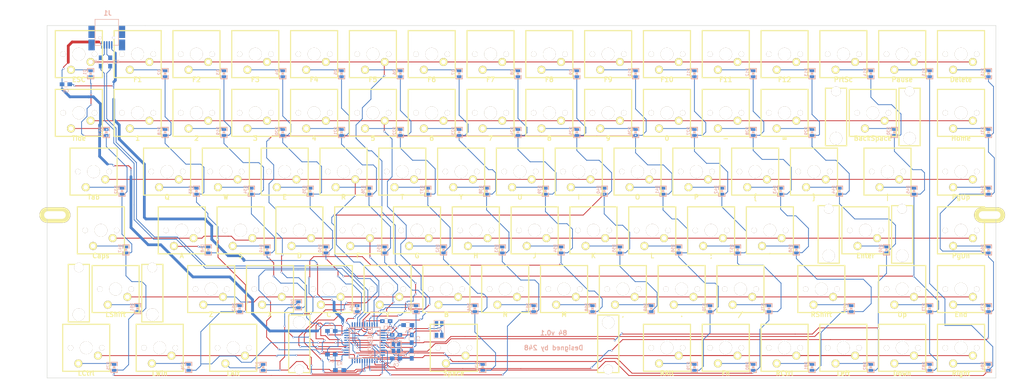
<source format=kicad_pcb>
(kicad_pcb (version 4) (host pcbnew 4.0.1-stable)
  (layers (0 F.Cu signal) (31 B.Cu signal) (34 B.Paste user) (35 F.Paste user) (36 B.SilkS user) (37 F.SilkS user) (38 B.Mask user) (39 F.Mask user) (44 Edge.Cuts user))
  (net 0 "")
  (net 1 "Net-(C1-Pad1)")
  (net 2 GND)
  (net 3 "Net-(C2-Pad1)")
  (net 4 "Net-(C3-Pad1)")
  (net 5 VCC)
  (net 6 /switch_matrix/Col1)
  (net 7 /switch_matrix/Col2)
  (net 8 /switch_matrix/Col3)
  (net 9 /switch_matrix/Col4)
  (net 10 /switch_matrix/Col5)
  (net 11 /switch_matrix/Col6)
  (net 12 /switch_matrix/Col7)
  (net 13 /switch_matrix/Col8)
  (net 14 /switch_matrix/Col9)
  (net 15 /switch_matrix/Col10)
  (net 16 /switch_matrix/Col11)
  (net 17 /switch_matrix/Col12)
  (net 18 /switch_matrix/Col13)
  (net 19 /switch_matrix/Col14)
  (net 20 /switch_matrix/Col15)
  (net 21 /switch_matrix/Col16)
  (net 22 "Net-(IC1-Pad42)")
  (net 23 "Net-(IC1-Pad13)")
  (net 24 /switch_matrix/Row5)
  (net 25 /switch_matrix/Row1)
  (net 26 /switch_matrix/Row2)
  (net 27 "Net-(IC1-Pad25)")
  (net 28 /switch_matrix/Row3)
  (net 29 /switch_matrix/Row4)
  (net 30 /switch_matrix/Row6)
  (net 31 "Net-(IC1-Pad4)")
  (net 32 "Net-(IC1-Pad30)")
  (net 33 "Net-(IC1-Pad3)")
  (net 34 "Net-(IC1-Pad33)")
  (net 35 "Net-(IC1-Pad1)")
  (net 36 "Net-(J1-Pad3)")
  (net 37 "Net-(J1-Pad2)")
  (net 38 "Net-(J1-Pad4)")
  (net 39 "Net-(S1-Pad2)")
  (net 40 "Net-(S1-Pad4)")
  (net 41 "Net-(D1-Pad2)")
  (net 42 "Net-(D2-Pad2)")
  (net 43 "Net-(D3-Pad2)")
  (net 44 "Net-(D4-Pad2)")
  (net 45 "Net-(D5-Pad2)")
  (net 46 "Net-(D6-Pad2)")
  (net 47 "Net-(D7-Pad2)")
  (net 48 "Net-(D8-Pad2)")
  (net 49 "Net-(D9-Pad2)")
  (net 50 "Net-(D10-Pad2)")
  (net 51 "Net-(D11-Pad2)")
  (net 52 "Net-(D12-Pad2)")
  (net 53 "Net-(D13-Pad2)")
  (net 54 "Net-(D14-Pad2)")
  (net 55 "Net-(D15-Pad2)")
  (net 56 "Net-(D16-Pad2)")
  (net 57 "Net-(D17-Pad2)")
  (net 58 "Net-(D18-Pad2)")
  (net 59 "Net-(D19-Pad2)")
  (net 60 "Net-(D20-Pad2)")
  (net 61 "Net-(D21-Pad2)")
  (net 62 "Net-(D22-Pad2)")
  (net 63 "Net-(D23-Pad2)")
  (net 64 "Net-(D24-Pad2)")
  (net 65 "Net-(D25-Pad2)")
  (net 66 "Net-(D26-Pad2)")
  (net 67 "Net-(D27-Pad2)")
  (net 68 "Net-(D28-Pad2)")
  (net 69 "Net-(D29-Pad2)")
  (net 70 "Net-(D30-Pad2)")
  (net 71 "Net-(D31-Pad2)")
  (net 72 "Net-(D32-Pad2)")
  (net 73 "Net-(D33-Pad2)")
  (net 74 "Net-(D34-Pad2)")
  (net 75 "Net-(D35-Pad2)")
  (net 76 "Net-(D36-Pad2)")
  (net 77 "Net-(D37-Pad2)")
  (net 78 "Net-(D38-Pad2)")
  (net 79 "Net-(D39-Pad2)")
  (net 80 "Net-(D40-Pad2)")
  (net 81 "Net-(D41-Pad2)")
  (net 82 "Net-(D42-Pad2)")
  (net 83 "Net-(D43-Pad2)")
  (net 84 "Net-(D44-Pad2)")
  (net 85 "Net-(D45-Pad2)")
  (net 86 "Net-(D46-Pad2)")
  (net 87 "Net-(D47-Pad2)")
  (net 88 "Net-(D48-Pad2)")
  (net 89 "Net-(D49-Pad2)")
  (net 90 "Net-(D50-Pad2)")
  (net 91 "Net-(D51-Pad2)")
  (net 92 "Net-(D52-Pad2)")
  (net 93 "Net-(D53-Pad2)")
  (net 94 "Net-(D54-Pad2)")
  (net 95 "Net-(D55-Pad2)")
  (net 96 "Net-(D56-Pad2)")
  (net 97 "Net-(D57-Pad2)")
  (net 98 "Net-(D58-Pad2)")
  (net 99 "Net-(D59-Pad2)")
  (net 100 "Net-(D60-Pad2)")
  (net 101 "Net-(D61-Pad2)")
  (net 102 "Net-(D62-Pad2)")
  (net 103 "Net-(D63-Pad2)")
  (net 104 "Net-(D64-Pad2)")
  (net 105 "Net-(D65-Pad2)")
  (net 106 "Net-(D66-Pad2)")
  (net 107 "Net-(D67-Pad2)")
  (net 108 "Net-(D68-Pad2)")
  (net 109 "Net-(D69-Pad2)")
  (net 110 "Net-(D70-Pad2)")
  (net 111 "Net-(D71-Pad2)")
  (net 112 "Net-(D72-Pad2)")
  (net 113 "Net-(D73-Pad2)")
  (net 114 "Net-(D74-Pad2)")
  (net 115 "Net-(D75-Pad2)")
  (net 116 "Net-(D76-Pad2)")
  (net 117 "Net-(D77-Pad2)")
  (net 118 "Net-(D78-Pad2)")
  (net 119 "Net-(D79-Pad2)")
  (net 120 "Net-(D80-Pad2)")
  (net 121 "Net-(D81-Pad2)")
  (net 122 "Net-(D82-Pad2)")
  (net 123 "Net-(D83-Pad2)")
  (net 124 "Net-(D84-Pad2)")
  (module Capacitors_SMD:C_0805_HandSoldering (layer B.Cu) (at 107.823 92.329 90)
    (fp_text reference C1 (at 0 2.1 90) (layer B.SilkS) (effects (justify mirror)))
    (fp_text value 22pF hide)
    (pad 1 smd rect (at -1.25 0 90) (size 1.5 1.25) (layers B.Cu B.Paste B.Mask) (net 1 "Net-(C1-Pad1)"))
    (pad 2 smd rect (at 1.25 0 90) (size 1.5 1.25) (layers B.Cu B.Paste B.Mask) (net 2 GND))
  )
  (module Capacitors_SMD:C_0805_HandSoldering (layer B.Cu) (at 107.823 97.409 270)
    (fp_text reference C2 (at 0 2.1 270) (layer B.SilkS) (effects (justify mirror)))
    (fp_text value 22pF hide)
    (pad 1 smd rect (at -1.25 0 270) (size 1.5 1.25) (layers B.Cu B.Paste B.Mask) (net 3 "Net-(C2-Pad1)"))
    (pad 2 smd rect (at 1.25 0 270) (size 1.5 1.25) (layers B.Cu B.Paste B.Mask) (net 2 GND))
  )
  (module Capacitors_SMD:C_0805_HandSoldering (layer B.Cu) (at 99.568 86.614)
    (fp_text reference C3 (at 0 2.1) (layer B.SilkS) (effects (justify mirror)))
    (fp_text value 1uF)
    (pad 1 smd rect (at -1.25 0) (size 1.5 1.25) (layers B.Cu B.Paste B.Mask) (net 4 "Net-(C3-Pad1)"))
    (pad 2 smd rect (at 1.25 0) (size 1.5 1.25) (layers B.Cu B.Paste B.Mask) (net 2 GND))
  )
  (module Capacitors_SMD:C_0805_HandSoldering (layer B.Cu) (at 81.788 97.409)
    (fp_text reference C4 (at 0 2.1) (layer B.SilkS) (effects (justify mirror)))
    (fp_text value 100nF)
    (pad 1 smd rect (at -1.25 0) (size 1.5 1.25) (layers B.Cu B.Paste B.Mask) (net 5 VCC))
    (pad 2 smd rect (at 1.25 0) (size 1.5 1.25) (layers B.Cu B.Paste B.Mask) (net 2 GND))
  )
  (module Capacitors_SMD:C_0805_HandSoldering (layer B.Cu) (at 81.788 89.789 180)
    (fp_text reference C5 (at 0 2.1 180) (layer B.SilkS) (effects (justify mirror)))
    (fp_text value 100nF)
    (pad 1 smd rect (at -1.25 0 180) (size 1.5 1.25) (layers B.Cu B.Paste B.Mask) (net 5 VCC))
    (pad 2 smd rect (at 1.25 0 180) (size 1.5 1.25) (layers B.Cu B.Paste B.Mask) (net 2 GND))
  )
  (module Capacitors_SMD:C_0805_HandSoldering (layer B.Cu) (at 102.743 98.679)
    (fp_text reference C6 (at 0 2.1) (layer B.SilkS) (effects (justify mirror)))
    (fp_text value 100nF)
    (pad 1 smd rect (at -1.25 0) (size 1.5 1.25) (layers B.Cu B.Paste B.Mask) (net 5 VCC))
    (pad 2 smd rect (at 1.25 0) (size 1.5 1.25) (layers B.Cu B.Paste B.Mask) (net 2 GND))
  )
  (module Capacitors_SMD:C_0805_HandSoldering (layer B.Cu) (at 102.743 91.059)
    (fp_text reference C7 (at 0 2.1) (layer B.SilkS) (effects (justify mirror)))
    (fp_text value 100nF)
    (pad 1 smd rect (at -1.25 0) (size 1.5 1.25) (layers B.Cu B.Paste B.Mask) (net 5 VCC))
    (pad 2 smd rect (at 1.25 0) (size 1.5 1.25) (layers B.Cu B.Paste B.Mask) (net 2 GND))
  )
  (module Capacitors_SMD:C_0805_HandSoldering (layer B.Cu) (at -4.191 9.779)
    (fp_text reference C8 (at 0 2.1) (layer B.SilkS) (effects (justify mirror)))
    (fp_text value 1uF)
    (pad 1 smd rect (at -1.25 0) (size 1.5 1.25) (layers B.Cu B.Paste B.Mask) (net 5 VCC))
    (pad 2 smd rect (at 1.25 0) (size 1.5 1.25) (layers B.Cu B.Paste B.Mask) (net 2 GND))
  )
  (module SM0805:SM0805D (layer B.Cu) (at 3.81 6.35 90)
    (fp_text reference D1 (at 0.508 -1.905 90) (layer B.SilkS) (effects (font (size 0.935 0.935) (thickness 0.1588)) (justify mirror)))
    (fp_text value DIODE hide)
    (pad 1 smd rect (at -0.9525 0 90) (size 0.889 1.397) (layers B.Cu B.Paste B.Mask) (net 6 /switch_matrix/Col1))
    (pad 2 smd rect (at 0.9525 0 90) (size 0.889 1.397) (layers B.Cu B.Paste B.Mask) (net 41 "Net-(D1-Pad2)"))
  )
  (module SM0805:SM0805D (layer B.Cu) (at 27.94 6.35 90)
    (fp_text reference D2 (at 0.508 -1.905 90) (layer B.SilkS) (effects (font (size 0.935 0.935) (thickness 0.1588)) (justify mirror)))
    (fp_text value DIODE hide)
    (pad 1 smd rect (at -0.9525 0 90) (size 0.889 1.397) (layers B.Cu B.Paste B.Mask) (net 7 /switch_matrix/Col2))
    (pad 2 smd rect (at 0.9525 0 90) (size 0.889 1.397) (layers B.Cu B.Paste B.Mask) (net 42 "Net-(D2-Pad2)"))
  )
  (module SM0805:SM0805D (layer B.Cu) (at 46.99 6.35 90)
    (fp_text reference D3 (at 0.508 -1.905 90) (layer B.SilkS) (effects (font (size 0.935 0.935) (thickness 0.1588)) (justify mirror)))
    (fp_text value DIODE hide)
    (pad 1 smd rect (at -0.9525 0 90) (size 0.889 1.397) (layers B.Cu B.Paste B.Mask) (net 8 /switch_matrix/Col3))
    (pad 2 smd rect (at 0.9525 0 90) (size 0.889 1.397) (layers B.Cu B.Paste B.Mask) (net 43 "Net-(D3-Pad2)"))
  )
  (module SM0805:SM0805D (layer B.Cu) (at 66.04 6.35 90)
    (fp_text reference D4 (at 0.508 -1.905 90) (layer B.SilkS) (effects (font (size 0.935 0.935) (thickness 0.1588)) (justify mirror)))
    (fp_text value DIODE hide)
    (pad 1 smd rect (at -0.9525 0 90) (size 0.889 1.397) (layers B.Cu B.Paste B.Mask) (net 9 /switch_matrix/Col4))
    (pad 2 smd rect (at 0.9525 0 90) (size 0.889 1.397) (layers B.Cu B.Paste B.Mask) (net 44 "Net-(D4-Pad2)"))
  )
  (module SM0805:SM0805D (layer B.Cu) (at 85.09 6.35 90)
    (fp_text reference D5 (at 0.508 -1.905 90) (layer B.SilkS) (effects (font (size 0.935 0.935) (thickness 0.1588)) (justify mirror)))
    (fp_text value DIODE hide)
    (pad 1 smd rect (at -0.9525 0 90) (size 0.889 1.397) (layers B.Cu B.Paste B.Mask) (net 10 /switch_matrix/Col5))
    (pad 2 smd rect (at 0.9525 0 90) (size 0.889 1.397) (layers B.Cu B.Paste B.Mask) (net 45 "Net-(D5-Pad2)"))
  )
  (module SM0805:SM0805D (layer B.Cu) (at 104.14 6.35 90)
    (fp_text reference D6 (at 0.508 -1.905 90) (layer B.SilkS) (effects (font (size 0.935 0.935) (thickness 0.1588)) (justify mirror)))
    (fp_text value DIODE hide)
    (pad 1 smd rect (at -0.9525 0 90) (size 0.889 1.397) (layers B.Cu B.Paste B.Mask) (net 11 /switch_matrix/Col6))
    (pad 2 smd rect (at 0.9525 0 90) (size 0.889 1.397) (layers B.Cu B.Paste B.Mask) (net 46 "Net-(D6-Pad2)"))
  )
  (module SM0805:SM0805D (layer B.Cu) (at 123.19 6.35 90)
    (fp_text reference D7 (at 0.508 -1.905 90) (layer B.SilkS) (effects (font (size 0.935 0.935) (thickness 0.1588)) (justify mirror)))
    (fp_text value DIODE hide)
    (pad 1 smd rect (at -0.9525 0 90) (size 0.889 1.397) (layers B.Cu B.Paste B.Mask) (net 12 /switch_matrix/Col7))
    (pad 2 smd rect (at 0.9525 0 90) (size 0.889 1.397) (layers B.Cu B.Paste B.Mask) (net 47 "Net-(D7-Pad2)"))
  )
  (module SM0805:SM0805D (layer B.Cu) (at 142.24 6.35 90)
    (fp_text reference D8 (at 0.508 -1.905 90) (layer B.SilkS) (effects (font (size 0.935 0.935) (thickness 0.1588)) (justify mirror)))
    (fp_text value DIODE hide)
    (pad 1 smd rect (at -0.9525 0 90) (size 0.889 1.397) (layers B.Cu B.Paste B.Mask) (net 13 /switch_matrix/Col8))
    (pad 2 smd rect (at 0.9525 0 90) (size 0.889 1.397) (layers B.Cu B.Paste B.Mask) (net 48 "Net-(D8-Pad2)"))
  )
  (module SM0805:SM0805D (layer B.Cu) (at 161.29 6.35 90)
    (fp_text reference D9 (at 0.508 -1.905 90) (layer B.SilkS) (effects (font (size 0.935 0.935) (thickness 0.1588)) (justify mirror)))
    (fp_text value DIODE hide)
    (pad 1 smd rect (at -0.9525 0 90) (size 0.889 1.397) (layers B.Cu B.Paste B.Mask) (net 14 /switch_matrix/Col9))
    (pad 2 smd rect (at 0.9525 0 90) (size 0.889 1.397) (layers B.Cu B.Paste B.Mask) (net 49 "Net-(D9-Pad2)"))
  )
  (module SM0805:SM0805D (layer B.Cu) (at 180.34 6.35 90)
    (fp_text reference D10 (at 0.508 -1.905 90) (layer B.SilkS) (effects (font (size 0.935 0.935) (thickness 0.1588)) (justify mirror)))
    (fp_text value DIODE hide)
    (pad 1 smd rect (at -0.9525 0 90) (size 0.889 1.397) (layers B.Cu B.Paste B.Mask) (net 15 /switch_matrix/Col10))
    (pad 2 smd rect (at 0.9525 0 90) (size 0.889 1.397) (layers B.Cu B.Paste B.Mask) (net 50 "Net-(D10-Pad2)"))
  )
  (module SM0805:SM0805D (layer B.Cu) (at 199.39 6.35 90)
    (fp_text reference D11 (at 0.508 -1.905 90) (layer B.SilkS) (effects (font (size 0.935 0.935) (thickness 0.1588)) (justify mirror)))
    (fp_text value DIODE hide)
    (pad 1 smd rect (at -0.9525 0 90) (size 0.889 1.397) (layers B.Cu B.Paste B.Mask) (net 16 /switch_matrix/Col11))
    (pad 2 smd rect (at 0.9525 0 90) (size 0.889 1.397) (layers B.Cu B.Paste B.Mask) (net 51 "Net-(D11-Pad2)"))
  )
  (module SM0805:SM0805D (layer B.Cu) (at 218.44 6.35 90)
    (fp_text reference D12 (at 0.508 -1.905 90) (layer B.SilkS) (effects (font (size 0.935 0.935) (thickness 0.1588)) (justify mirror)))
    (fp_text value DIODE hide)
    (pad 1 smd rect (at -0.9525 0 90) (size 0.889 1.397) (layers B.Cu B.Paste B.Mask) (net 17 /switch_matrix/Col12))
    (pad 2 smd rect (at 0.9525 0 90) (size 0.889 1.397) (layers B.Cu B.Paste B.Mask) (net 52 "Net-(D12-Pad2)"))
  )
  (module SM0805:SM0805D (layer B.Cu) (at 237.49 6.35 90)
    (fp_text reference D13 (at 0.508 -1.905 90) (layer B.SilkS) (effects (font (size 0.935 0.935) (thickness 0.1588)) (justify mirror)))
    (fp_text value DIODE hide)
    (pad 1 smd rect (at -0.9525 0 90) (size 0.889 1.397) (layers B.Cu B.Paste B.Mask) (net 18 /switch_matrix/Col13))
    (pad 2 smd rect (at 0.9525 0 90) (size 0.889 1.397) (layers B.Cu B.Paste B.Mask) (net 53 "Net-(D13-Pad2)"))
  )
  (module SM0805:SM0805D (layer B.Cu) (at 256.54 6.35 90)
    (fp_text reference D14 (at 0.508 -1.905 90) (layer B.SilkS) (effects (font (size 0.935 0.935) (thickness 0.1588)) (justify mirror)))
    (fp_text value DIODE hide)
    (pad 1 smd rect (at -0.9525 0 90) (size 0.889 1.397) (layers B.Cu B.Paste B.Mask) (net 19 /switch_matrix/Col14))
    (pad 2 smd rect (at 0.9525 0 90) (size 0.889 1.397) (layers B.Cu B.Paste B.Mask) (net 54 "Net-(D14-Pad2)"))
  )
  (module SM0805:SM0805D (layer B.Cu) (at 275.59 6.35 90)
    (fp_text reference D15 (at 0.508 -1.905 90) (layer B.SilkS) (effects (font (size 0.935 0.935) (thickness 0.1588)) (justify mirror)))
    (fp_text value DIODE hide)
    (pad 1 smd rect (at -0.9525 0 90) (size 0.889 1.397) (layers B.Cu B.Paste B.Mask) (net 20 /switch_matrix/Col15))
    (pad 2 smd rect (at 0.9525 0 90) (size 0.889 1.397) (layers B.Cu B.Paste B.Mask) (net 55 "Net-(D15-Pad2)"))
  )
  (module SM0805:SM0805D (layer B.Cu) (at 294.64 6.35 90)
    (fp_text reference D16 (at 0.508 -1.905 90) (layer B.SilkS) (effects (font (size 0.935 0.935) (thickness 0.1588)) (justify mirror)))
    (fp_text value DIODE hide)
    (pad 1 smd rect (at -0.9525 0 90) (size 0.889 1.397) (layers B.Cu B.Paste B.Mask) (net 21 /switch_matrix/Col16))
    (pad 2 smd rect (at 0.9525 0 90) (size 0.889 1.397) (layers B.Cu B.Paste B.Mask) (net 56 "Net-(D16-Pad2)"))
  )
  (module SM0805:SM0805D (layer B.Cu) (at 8.89 25.4 90)
    (fp_text reference D17 (at 0.508 -1.905 90) (layer B.SilkS) (effects (font (size 0.935 0.935) (thickness 0.1588)) (justify mirror)))
    (fp_text value DIODE hide)
    (pad 1 smd rect (at -0.9525 0 90) (size 0.889 1.397) (layers B.Cu B.Paste B.Mask) (net 6 /switch_matrix/Col1))
    (pad 2 smd rect (at 0.9525 0 90) (size 0.889 1.397) (layers B.Cu B.Paste B.Mask) (net 57 "Net-(D17-Pad2)"))
  )
  (module SM0805:SM0805D (layer B.Cu) (at 27.94 25.4 90)
    (fp_text reference D18 (at 0.508 -1.905 90) (layer B.SilkS) (effects (font (size 0.935 0.935) (thickness 0.1588)) (justify mirror)))
    (fp_text value DIODE hide)
    (pad 1 smd rect (at -0.9525 0 90) (size 0.889 1.397) (layers B.Cu B.Paste B.Mask) (net 7 /switch_matrix/Col2))
    (pad 2 smd rect (at 0.9525 0 90) (size 0.889 1.397) (layers B.Cu B.Paste B.Mask) (net 58 "Net-(D18-Pad2)"))
  )
  (module SM0805:SM0805D (layer B.Cu) (at 46.99 25.4 90)
    (fp_text reference D19 (at 0.508 -1.905 90) (layer B.SilkS) (effects (font (size 0.935 0.935) (thickness 0.1588)) (justify mirror)))
    (fp_text value DIODE hide)
    (pad 1 smd rect (at -0.9525 0 90) (size 0.889 1.397) (layers B.Cu B.Paste B.Mask) (net 8 /switch_matrix/Col3))
    (pad 2 smd rect (at 0.9525 0 90) (size 0.889 1.397) (layers B.Cu B.Paste B.Mask) (net 59 "Net-(D19-Pad2)"))
  )
  (module SM0805:SM0805D (layer B.Cu) (at 66.04 25.4 90)
    (fp_text reference D20 (at 0.508 -1.905 90) (layer B.SilkS) (effects (font (size 0.935 0.935) (thickness 0.1588)) (justify mirror)))
    (fp_text value DIODE hide)
    (pad 1 smd rect (at -0.9525 0 90) (size 0.889 1.397) (layers B.Cu B.Paste B.Mask) (net 9 /switch_matrix/Col4))
    (pad 2 smd rect (at 0.9525 0 90) (size 0.889 1.397) (layers B.Cu B.Paste B.Mask) (net 60 "Net-(D20-Pad2)"))
  )
  (module SM0805:SM0805D (layer B.Cu) (at 85.09 25.4 90)
    (fp_text reference D21 (at 0.508 -1.905 90) (layer B.SilkS) (effects (font (size 0.935 0.935) (thickness 0.1588)) (justify mirror)))
    (fp_text value DIODE hide)
    (pad 1 smd rect (at -0.9525 0 90) (size 0.889 1.397) (layers B.Cu B.Paste B.Mask) (net 10 /switch_matrix/Col5))
    (pad 2 smd rect (at 0.9525 0 90) (size 0.889 1.397) (layers B.Cu B.Paste B.Mask) (net 61 "Net-(D21-Pad2)"))
  )
  (module SM0805:SM0805D (layer B.Cu) (at 104.14 25.4 90)
    (fp_text reference D22 (at 0.508 -1.905 90) (layer B.SilkS) (effects (font (size 0.935 0.935) (thickness 0.1588)) (justify mirror)))
    (fp_text value DIODE hide)
    (pad 1 smd rect (at -0.9525 0 90) (size 0.889 1.397) (layers B.Cu B.Paste B.Mask) (net 11 /switch_matrix/Col6))
    (pad 2 smd rect (at 0.9525 0 90) (size 0.889 1.397) (layers B.Cu B.Paste B.Mask) (net 62 "Net-(D22-Pad2)"))
  )
  (module SM0805:SM0805D (layer B.Cu) (at 123.19 25.4 90)
    (fp_text reference D23 (at 0.508 -1.905 90) (layer B.SilkS) (effects (font (size 0.935 0.935) (thickness 0.1588)) (justify mirror)))
    (fp_text value DIODE hide)
    (pad 1 smd rect (at -0.9525 0 90) (size 0.889 1.397) (layers B.Cu B.Paste B.Mask) (net 12 /switch_matrix/Col7))
    (pad 2 smd rect (at 0.9525 0 90) (size 0.889 1.397) (layers B.Cu B.Paste B.Mask) (net 63 "Net-(D23-Pad2)"))
  )
  (module SM0805:SM0805D (layer B.Cu) (at 142.24 25.4 90)
    (fp_text reference D24 (at 0.508 -1.905 90) (layer B.SilkS) (effects (font (size 0.935 0.935) (thickness 0.1588)) (justify mirror)))
    (fp_text value DIODE hide)
    (pad 1 smd rect (at -0.9525 0 90) (size 0.889 1.397) (layers B.Cu B.Paste B.Mask) (net 13 /switch_matrix/Col8))
    (pad 2 smd rect (at 0.9525 0 90) (size 0.889 1.397) (layers B.Cu B.Paste B.Mask) (net 64 "Net-(D24-Pad2)"))
  )
  (module SM0805:SM0805D (layer B.Cu) (at 161.29 25.4 90)
    (fp_text reference D25 (at 0.508 -1.905 90) (layer B.SilkS) (effects (font (size 0.935 0.935) (thickness 0.1588)) (justify mirror)))
    (fp_text value DIODE hide)
    (pad 1 smd rect (at -0.9525 0 90) (size 0.889 1.397) (layers B.Cu B.Paste B.Mask) (net 14 /switch_matrix/Col9))
    (pad 2 smd rect (at 0.9525 0 90) (size 0.889 1.397) (layers B.Cu B.Paste B.Mask) (net 65 "Net-(D25-Pad2)"))
  )
  (module SM0805:SM0805D (layer B.Cu) (at 180.34 25.4 90)
    (fp_text reference D26 (at 0.508 -1.905 90) (layer B.SilkS) (effects (font (size 0.935 0.935) (thickness 0.1588)) (justify mirror)))
    (fp_text value DIODE hide)
    (pad 1 smd rect (at -0.9525 0 90) (size 0.889 1.397) (layers B.Cu B.Paste B.Mask) (net 15 /switch_matrix/Col10))
    (pad 2 smd rect (at 0.9525 0 90) (size 0.889 1.397) (layers B.Cu B.Paste B.Mask) (net 66 "Net-(D26-Pad2)"))
  )
  (module SM0805:SM0805D (layer B.Cu) (at 199.39 25.4 90)
    (fp_text reference D27 (at 0.508 -1.905 90) (layer B.SilkS) (effects (font (size 0.935 0.935) (thickness 0.1588)) (justify mirror)))
    (fp_text value DIODE hide)
    (pad 1 smd rect (at -0.9525 0 90) (size 0.889 1.397) (layers B.Cu B.Paste B.Mask) (net 16 /switch_matrix/Col11))
    (pad 2 smd rect (at 0.9525 0 90) (size 0.889 1.397) (layers B.Cu B.Paste B.Mask) (net 67 "Net-(D27-Pad2)"))
  )
  (module SM0805:SM0805D (layer B.Cu) (at 218.44 25.4 90)
    (fp_text reference D28 (at 0.508 -1.905 90) (layer B.SilkS) (effects (font (size 0.935 0.935) (thickness 0.1588)) (justify mirror)))
    (fp_text value DIODE hide)
    (pad 1 smd rect (at -0.9525 0 90) (size 0.889 1.397) (layers B.Cu B.Paste B.Mask) (net 17 /switch_matrix/Col12))
    (pad 2 smd rect (at 0.9525 0 90) (size 0.889 1.397) (layers B.Cu B.Paste B.Mask) (net 68 "Net-(D28-Pad2)"))
  )
  (module SM0805:SM0805D (layer B.Cu) (at 237.49 25.4 90)
    (fp_text reference D29 (at 0.508 -1.905 90) (layer B.SilkS) (effects (font (size 0.935 0.935) (thickness 0.1588)) (justify mirror)))
    (fp_text value DIODE hide)
    (pad 1 smd rect (at -0.9525 0 90) (size 0.889 1.397) (layers B.Cu B.Paste B.Mask) (net 18 /switch_matrix/Col13))
    (pad 2 smd rect (at 0.9525 0 90) (size 0.889 1.397) (layers B.Cu B.Paste B.Mask) (net 69 "Net-(D29-Pad2)"))
  )
  (module SM0805:SM0805D (layer B.Cu) (at 264.16 25.4 90)
    (fp_text reference D30 (at 0.508 -1.905 90) (layer B.SilkS) (effects (font (size 0.935 0.935) (thickness 0.1588)) (justify mirror)))
    (fp_text value DIODE hide)
    (pad 1 smd rect (at -0.9525 0 90) (size 0.889 1.397) (layers B.Cu B.Paste B.Mask) (net 19 /switch_matrix/Col14))
    (pad 2 smd rect (at 0.9525 0 90) (size 0.889 1.397) (layers B.Cu B.Paste B.Mask) (net 70 "Net-(D30-Pad2)"))
  )
  (module SM0805:SM0805D (layer B.Cu) (at 294.64 25.4 90)
    (fp_text reference D31 (at 0.508 -1.905 90) (layer B.SilkS) (effects (font (size 0.935 0.935) (thickness 0.1588)) (justify mirror)))
    (fp_text value DIODE hide)
    (pad 1 smd rect (at -0.9525 0 90) (size 0.889 1.397) (layers B.Cu B.Paste B.Mask) (net 21 /switch_matrix/Col16))
    (pad 2 smd rect (at 0.9525 0 90) (size 0.889 1.397) (layers B.Cu B.Paste B.Mask) (net 71 "Net-(D31-Pad2)"))
  )
  (module SM0805:SM0805D (layer B.Cu) (at 13.97 44.45 90)
    (fp_text reference D32 (at 0.508 -1.905 90) (layer B.SilkS) (effects (font (size 0.935 0.935) (thickness 0.1588)) (justify mirror)))
    (fp_text value DIODE hide)
    (pad 1 smd rect (at -0.9525 0 90) (size 0.889 1.397) (layers B.Cu B.Paste B.Mask) (net 6 /switch_matrix/Col1))
    (pad 2 smd rect (at 0.9525 0 90) (size 0.889 1.397) (layers B.Cu B.Paste B.Mask) (net 72 "Net-(D32-Pad2)"))
  )
  (module SM0805:SM0805D (layer B.Cu) (at 38.1 44.45 90)
    (fp_text reference D33 (at 0.508 -1.905 90) (layer B.SilkS) (effects (font (size 0.935 0.935) (thickness 0.1588)) (justify mirror)))
    (fp_text value DIODE hide)
    (pad 1 smd rect (at -0.9525 0 90) (size 0.889 1.397) (layers B.Cu B.Paste B.Mask) (net 7 /switch_matrix/Col2))
    (pad 2 smd rect (at 0.9525 0 90) (size 0.889 1.397) (layers B.Cu B.Paste B.Mask) (net 73 "Net-(D33-Pad2)"))
  )
  (module SM0805:SM0805D (layer B.Cu) (at 55.88 44.45 90)
    (fp_text reference D34 (at 0.508 -1.905 90) (layer B.SilkS) (effects (font (size 0.935 0.935) (thickness 0.1588)) (justify mirror)))
    (fp_text value DIODE hide)
    (pad 1 smd rect (at -0.9525 0 90) (size 0.889 1.397) (layers B.Cu B.Paste B.Mask) (net 8 /switch_matrix/Col3))
    (pad 2 smd rect (at 0.9525 0 90) (size 0.889 1.397) (layers B.Cu B.Paste B.Mask) (net 74 "Net-(D34-Pad2)"))
  )
  (module SM0805:SM0805D (layer B.Cu) (at 74.93 44.45 90)
    (fp_text reference D35 (at 0.508 -1.905 90) (layer B.SilkS) (effects (font (size 0.935 0.935) (thickness 0.1588)) (justify mirror)))
    (fp_text value DIODE hide)
    (pad 1 smd rect (at -0.9525 0 90) (size 0.889 1.397) (layers B.Cu B.Paste B.Mask) (net 9 /switch_matrix/Col4))
    (pad 2 smd rect (at 0.9525 0 90) (size 0.889 1.397) (layers B.Cu B.Paste B.Mask) (net 75 "Net-(D35-Pad2)"))
  )
  (module SM0805:SM0805D (layer B.Cu) (at 93.98 44.45 90)
    (fp_text reference D36 (at 0.508 -1.905 90) (layer B.SilkS) (effects (font (size 0.935 0.935) (thickness 0.1588)) (justify mirror)))
    (fp_text value DIODE hide)
    (pad 1 smd rect (at -0.9525 0 90) (size 0.889 1.397) (layers B.Cu B.Paste B.Mask) (net 10 /switch_matrix/Col5))
    (pad 2 smd rect (at 0.9525 0 90) (size 0.889 1.397) (layers B.Cu B.Paste B.Mask) (net 76 "Net-(D36-Pad2)"))
  )
  (module SM0805:SM0805D (layer B.Cu) (at 113.03 44.45 90)
    (fp_text reference D37 (at 0.508 -1.905 90) (layer B.SilkS) (effects (font (size 0.935 0.935) (thickness 0.1588)) (justify mirror)))
    (fp_text value DIODE hide)
    (pad 1 smd rect (at -0.9525 0 90) (size 0.889 1.397) (layers B.Cu B.Paste B.Mask) (net 11 /switch_matrix/Col6))
    (pad 2 smd rect (at 0.9525 0 90) (size 0.889 1.397) (layers B.Cu B.Paste B.Mask) (net 77 "Net-(D37-Pad2)"))
  )
  (module SM0805:SM0805D (layer B.Cu) (at 132.08 44.45 90)
    (fp_text reference D38 (at 0.508 -1.905 90) (layer B.SilkS) (effects (font (size 0.935 0.935) (thickness 0.1588)) (justify mirror)))
    (fp_text value DIODE hide)
    (pad 1 smd rect (at -0.9525 0 90) (size 0.889 1.397) (layers B.Cu B.Paste B.Mask) (net 12 /switch_matrix/Col7))
    (pad 2 smd rect (at 0.9525 0 90) (size 0.889 1.397) (layers B.Cu B.Paste B.Mask) (net 78 "Net-(D38-Pad2)"))
  )
  (module SM0805:SM0805D (layer B.Cu) (at 151.13 44.45 90)
    (fp_text reference D39 (at 0.508 -1.905 90) (layer B.SilkS) (effects (font (size 0.935 0.935) (thickness 0.1588)) (justify mirror)))
    (fp_text value DIODE hide)
    (pad 1 smd rect (at -0.9525 0 90) (size 0.889 1.397) (layers B.Cu B.Paste B.Mask) (net 13 /switch_matrix/Col8))
    (pad 2 smd rect (at 0.9525 0 90) (size 0.889 1.397) (layers B.Cu B.Paste B.Mask) (net 79 "Net-(D39-Pad2)"))
  )
  (module SM0805:SM0805D (layer B.Cu) (at 170.18 44.45 90)
    (fp_text reference D40 (at 0.508 -1.905 90) (layer B.SilkS) (effects (font (size 0.935 0.935) (thickness 0.1588)) (justify mirror)))
    (fp_text value DIODE hide)
    (pad 1 smd rect (at -0.9525 0 90) (size 0.889 1.397) (layers B.Cu B.Paste B.Mask) (net 14 /switch_matrix/Col9))
    (pad 2 smd rect (at 0.9525 0 90) (size 0.889 1.397) (layers B.Cu B.Paste B.Mask) (net 80 "Net-(D40-Pad2)"))
  )
  (module SM0805:SM0805D (layer B.Cu) (at 189.23 44.45 90)
    (fp_text reference D41 (at 0.508 -1.905 90) (layer B.SilkS) (effects (font (size 0.935 0.935) (thickness 0.1588)) (justify mirror)))
    (fp_text value DIODE hide)
    (pad 1 smd rect (at -0.9525 0 90) (size 0.889 1.397) (layers B.Cu B.Paste B.Mask) (net 15 /switch_matrix/Col10))
    (pad 2 smd rect (at 0.9525 0 90) (size 0.889 1.397) (layers B.Cu B.Paste B.Mask) (net 81 "Net-(D41-Pad2)"))
  )
  (module SM0805:SM0805D (layer B.Cu) (at 208.28 44.45 90)
    (fp_text reference D42 (at 0.508 -1.905 90) (layer B.SilkS) (effects (font (size 0.935 0.935) (thickness 0.1588)) (justify mirror)))
    (fp_text value DIODE hide)
    (pad 1 smd rect (at -0.9525 0 90) (size 0.889 1.397) (layers B.Cu B.Paste B.Mask) (net 16 /switch_matrix/Col11))
    (pad 2 smd rect (at 0.9525 0 90) (size 0.889 1.397) (layers B.Cu B.Paste B.Mask) (net 82 "Net-(D42-Pad2)"))
  )
  (module SM0805:SM0805D (layer B.Cu) (at 227.33 44.45 90)
    (fp_text reference D43 (at 0.508 -1.905 90) (layer B.SilkS) (effects (font (size 0.935 0.935) (thickness 0.1588)) (justify mirror)))
    (fp_text value DIODE hide)
    (pad 1 smd rect (at -0.9525 0 90) (size 0.889 1.397) (layers B.Cu B.Paste B.Mask) (net 17 /switch_matrix/Col12))
    (pad 2 smd rect (at 0.9525 0 90) (size 0.889 1.397) (layers B.Cu B.Paste B.Mask) (net 83 "Net-(D43-Pad2)"))
  )
  (module SM0805:SM0805D (layer B.Cu) (at 246.38 44.45 90)
    (fp_text reference D44 (at 0.508 -1.905 90) (layer B.SilkS) (effects (font (size 0.935 0.935) (thickness 0.1588)) (justify mirror)))
    (fp_text value DIODE hide)
    (pad 1 smd rect (at -0.9525 0 90) (size 0.889 1.397) (layers B.Cu B.Paste B.Mask) (net 18 /switch_matrix/Col13))
    (pad 2 smd rect (at 0.9525 0 90) (size 0.889 1.397) (layers B.Cu B.Paste B.Mask) (net 84 "Net-(D44-Pad2)"))
  )
  (module SM0805:SM0805D (layer B.Cu) (at 270.51 44.45 90)
    (fp_text reference D45 (at 0.508 -1.905 90) (layer B.SilkS) (effects (font (size 0.935 0.935) (thickness 0.1588)) (justify mirror)))
    (fp_text value DIODE hide)
    (pad 1 smd rect (at -0.9525 0 90) (size 0.889 1.397) (layers B.Cu B.Paste B.Mask) (net 19 /switch_matrix/Col14))
    (pad 2 smd rect (at 0.9525 0 90) (size 0.889 1.397) (layers B.Cu B.Paste B.Mask) (net 85 "Net-(D45-Pad2)"))
  )
  (module SM0805:SM0805D (layer B.Cu) (at 294.64 44.45 90)
    (fp_text reference D46 (at 0.508 -1.905 90) (layer B.SilkS) (effects (font (size 0.935 0.935) (thickness 0.1588)) (justify mirror)))
    (fp_text value DIODE hide)
    (pad 1 smd rect (at -0.9525 0 90) (size 0.889 1.397) (layers B.Cu B.Paste B.Mask) (net 21 /switch_matrix/Col16))
    (pad 2 smd rect (at 0.9525 0 90) (size 0.889 1.397) (layers B.Cu B.Paste B.Mask) (net 86 "Net-(D46-Pad2)"))
  )
  (module SM0805:SM0805D (layer B.Cu) (at 15.24 63.5 90)
    (fp_text reference D47 (at 0.508 -1.905 90) (layer B.SilkS) (effects (font (size 0.935 0.935) (thickness 0.1588)) (justify mirror)))
    (fp_text value DIODE hide)
    (pad 1 smd rect (at -0.9525 0 90) (size 0.889 1.397) (layers B.Cu B.Paste B.Mask) (net 6 /switch_matrix/Col1))
    (pad 2 smd rect (at 0.9525 0 90) (size 0.889 1.397) (layers B.Cu B.Paste B.Mask) (net 87 "Net-(D47-Pad2)"))
  )
  (module SM0805:SM0805D (layer B.Cu) (at 41.91 63.5 90)
    (fp_text reference D48 (at 0.508 -1.905 90) (layer B.SilkS) (effects (font (size 0.935 0.935) (thickness 0.1588)) (justify mirror)))
    (fp_text value DIODE hide)
    (pad 1 smd rect (at -0.9525 0 90) (size 0.889 1.397) (layers B.Cu B.Paste B.Mask) (net 7 /switch_matrix/Col2))
    (pad 2 smd rect (at 0.9525 0 90) (size 0.889 1.397) (layers B.Cu B.Paste B.Mask) (net 88 "Net-(D48-Pad2)"))
  )
  (module SM0805:SM0805D (layer B.Cu) (at 60.96 63.5 90)
    (fp_text reference D49 (at 0.508 -1.905 90) (layer B.SilkS) (effects (font (size 0.935 0.935) (thickness 0.1588)) (justify mirror)))
    (fp_text value DIODE hide)
    (pad 1 smd rect (at -0.9525 0 90) (size 0.889 1.397) (layers B.Cu B.Paste B.Mask) (net 8 /switch_matrix/Col3))
    (pad 2 smd rect (at 0.9525 0 90) (size 0.889 1.397) (layers B.Cu B.Paste B.Mask) (net 89 "Net-(D49-Pad2)"))
  )
  (module SM0805:SM0805D (layer B.Cu) (at 80.01 63.5 90)
    (fp_text reference D50 (at 0.508 -1.905 90) (layer B.SilkS) (effects (font (size 0.935 0.935) (thickness 0.1588)) (justify mirror)))
    (fp_text value DIODE hide)
    (pad 1 smd rect (at -0.9525 0 90) (size 0.889 1.397) (layers B.Cu B.Paste B.Mask) (net 9 /switch_matrix/Col4))
    (pad 2 smd rect (at 0.9525 0 90) (size 0.889 1.397) (layers B.Cu B.Paste B.Mask) (net 90 "Net-(D50-Pad2)"))
  )
  (module SM0805:SM0805D (layer B.Cu) (at 99.06 63.5 90)
    (fp_text reference D51 (at 0.508 -1.905 90) (layer B.SilkS) (effects (font (size 0.935 0.935) (thickness 0.1588)) (justify mirror)))
    (fp_text value DIODE hide)
    (pad 1 smd rect (at -0.9525 0 90) (size 0.889 1.397) (layers B.Cu B.Paste B.Mask) (net 10 /switch_matrix/Col5))
    (pad 2 smd rect (at 0.9525 0 90) (size 0.889 1.397) (layers B.Cu B.Paste B.Mask) (net 91 "Net-(D51-Pad2)"))
  )
  (module SM0805:SM0805D (layer B.Cu) (at 118.11 63.5 90)
    (fp_text reference D52 (at 0.508 -1.905 90) (layer B.SilkS) (effects (font (size 0.935 0.935) (thickness 0.1588)) (justify mirror)))
    (fp_text value DIODE hide)
    (pad 1 smd rect (at -0.9525 0 90) (size 0.889 1.397) (layers B.Cu B.Paste B.Mask) (net 11 /switch_matrix/Col6))
    (pad 2 smd rect (at 0.9525 0 90) (size 0.889 1.397) (layers B.Cu B.Paste B.Mask) (net 92 "Net-(D52-Pad2)"))
  )
  (module SM0805:SM0805D (layer B.Cu) (at 137.16 63.5 90)
    (fp_text reference D53 (at 0.508 -1.905 90) (layer B.SilkS) (effects (font (size 0.935 0.935) (thickness 0.1588)) (justify mirror)))
    (fp_text value DIODE hide)
    (pad 1 smd rect (at -0.9525 0 90) (size 0.889 1.397) (layers B.Cu B.Paste B.Mask) (net 12 /switch_matrix/Col7))
    (pad 2 smd rect (at 0.9525 0 90) (size 0.889 1.397) (layers B.Cu B.Paste B.Mask) (net 93 "Net-(D53-Pad2)"))
  )
  (module SM0805:SM0805D (layer B.Cu) (at 156.21 63.5 90)
    (fp_text reference D54 (at 0.508 -1.905 90) (layer B.SilkS) (effects (font (size 0.935 0.935) (thickness 0.1588)) (justify mirror)))
    (fp_text value DIODE hide)
    (pad 1 smd rect (at -0.9525 0 90) (size 0.889 1.397) (layers B.Cu B.Paste B.Mask) (net 13 /switch_matrix/Col8))
    (pad 2 smd rect (at 0.9525 0 90) (size 0.889 1.397) (layers B.Cu B.Paste B.Mask) (net 94 "Net-(D54-Pad2)"))
  )
  (module SM0805:SM0805D (layer B.Cu) (at 175.26 63.5 90)
    (fp_text reference D55 (at 0.508 -1.905 90) (layer B.SilkS) (effects (font (size 0.935 0.935) (thickness 0.1588)) (justify mirror)))
    (fp_text value DIODE hide)
    (pad 1 smd rect (at -0.9525 0 90) (size 0.889 1.397) (layers B.Cu B.Paste B.Mask) (net 14 /switch_matrix/Col9))
    (pad 2 smd rect (at 0.9525 0 90) (size 0.889 1.397) (layers B.Cu B.Paste B.Mask) (net 95 "Net-(D55-Pad2)"))
  )
  (module SM0805:SM0805D (layer B.Cu) (at 194.31 63.5 90)
    (fp_text reference D56 (at 0.508 -1.905 90) (layer B.SilkS) (effects (font (size 0.935 0.935) (thickness 0.1588)) (justify mirror)))
    (fp_text value DIODE hide)
    (pad 1 smd rect (at -0.9525 0 90) (size 0.889 1.397) (layers B.Cu B.Paste B.Mask) (net 15 /switch_matrix/Col10))
    (pad 2 smd rect (at 0.9525 0 90) (size 0.889 1.397) (layers B.Cu B.Paste B.Mask) (net 96 "Net-(D56-Pad2)"))
  )
  (module SM0805:SM0805D (layer B.Cu) (at 213.36 63.5 90)
    (fp_text reference D57 (at 0.508 -1.905 90) (layer B.SilkS) (effects (font (size 0.935 0.935) (thickness 0.1588)) (justify mirror)))
    (fp_text value DIODE hide)
    (pad 1 smd rect (at -0.9525 0 90) (size 0.889 1.397) (layers B.Cu B.Paste B.Mask) (net 16 /switch_matrix/Col11))
    (pad 2 smd rect (at 0.9525 0 90) (size 0.889 1.397) (layers B.Cu B.Paste B.Mask) (net 97 "Net-(D57-Pad2)"))
  )
  (module SM0805:SM0805D (layer B.Cu) (at 232.41 63.5 90)
    (fp_text reference D58 (at 0.508 -1.905 90) (layer B.SilkS) (effects (font (size 0.935 0.935) (thickness 0.1588)) (justify mirror)))
    (fp_text value DIODE hide)
    (pad 1 smd rect (at -0.9525 0 90) (size 0.889 1.397) (layers B.Cu B.Paste B.Mask) (net 17 /switch_matrix/Col12))
    (pad 2 smd rect (at 0.9525 0 90) (size 0.889 1.397) (layers B.Cu B.Paste B.Mask) (net 98 "Net-(D58-Pad2)"))
  )
  (module SM0805:SM0805D (layer B.Cu) (at 261.62 63.5 90)
    (fp_text reference D59 (at 0.508 -1.905 90) (layer B.SilkS) (effects (font (size 0.935 0.935) (thickness 0.1588)) (justify mirror)))
    (fp_text value DIODE hide)
    (pad 1 smd rect (at -0.9525 0 90) (size 0.889 1.397) (layers B.Cu B.Paste B.Mask) (net 18 /switch_matrix/Col13))
    (pad 2 smd rect (at 0.9525 0 90) (size 0.889 1.397) (layers B.Cu B.Paste B.Mask) (net 99 "Net-(D59-Pad2)"))
  )
  (module SM0805:SM0805D (layer B.Cu) (at 294.64 63.5 90)
    (fp_text reference D60 (at 0.508 -1.905 90) (layer B.SilkS) (effects (font (size 0.935 0.935) (thickness 0.1588)) (justify mirror)))
    (fp_text value DIODE hide)
    (pad 1 smd rect (at -0.9525 0 90) (size 0.889 1.397) (layers B.Cu B.Paste B.Mask) (net 21 /switch_matrix/Col16))
    (pad 2 smd rect (at 0.9525 0 90) (size 0.889 1.397) (layers B.Cu B.Paste B.Mask) (net 100 "Net-(D60-Pad2)"))
  )
  (module SM0805:SM0805D (layer B.Cu) (at 19.05 82.55 90)
    (fp_text reference D61 (at 0.508 -1.905 90) (layer B.SilkS) (effects (font (size 0.935 0.935) (thickness 0.1588)) (justify mirror)))
    (fp_text value DIODE hide)
    (pad 1 smd rect (at -0.9525 0 90) (size 0.889 1.397) (layers B.Cu B.Paste B.Mask) (net 6 /switch_matrix/Col1))
    (pad 2 smd rect (at 0.9525 0 90) (size 0.889 1.397) (layers B.Cu B.Paste B.Mask) (net 101 "Net-(D61-Pad2)"))
  )
  (module SM0805:SM0805D (layer B.Cu) (at 52.07 82.55 90)
    (fp_text reference D62 (at 0.508 -1.905 90) (layer B.SilkS) (effects (font (size 0.935 0.935) (thickness 0.1588)) (justify mirror)))
    (fp_text value DIODE hide)
    (pad 1 smd rect (at -0.9525 0 90) (size 0.889 1.397) (layers B.Cu B.Paste B.Mask) (net 7 /switch_matrix/Col2))
    (pad 2 smd rect (at 0.9525 0 90) (size 0.889 1.397) (layers B.Cu B.Paste B.Mask) (net 102 "Net-(D62-Pad2)"))
  )
  (module SM0805:SM0805D (layer B.Cu) (at 71.12 81.28 90)
    (fp_text reference D63 (at 0.508 -1.905 90) (layer B.SilkS) (effects (font (size 0.935 0.935) (thickness 0.1588)) (justify mirror)))
    (fp_text value DIODE hide)
    (pad 1 smd rect (at -0.9525 0 90) (size 0.889 1.397) (layers B.Cu B.Paste B.Mask) (net 8 /switch_matrix/Col3))
    (pad 2 smd rect (at 0.9525 0 90) (size 0.889 1.397) (layers B.Cu B.Paste B.Mask) (net 103 "Net-(D63-Pad2)"))
  )
  (module SM0805:SM0805D (layer B.Cu) (at 90.17 82.55 90)
    (fp_text reference D64 (at 0.508 -1.905 90) (layer B.SilkS) (effects (font (size 0.935 0.935) (thickness 0.1588)) (justify mirror)))
    (fp_text value DIODE hide)
    (pad 1 smd rect (at -0.9525 0 90) (size 0.889 1.397) (layers B.Cu B.Paste B.Mask) (net 9 /switch_matrix/Col4))
    (pad 2 smd rect (at 0.9525 0 90) (size 0.889 1.397) (layers B.Cu B.Paste B.Mask) (net 104 "Net-(D64-Pad2)"))
  )
  (module SM0805:SM0805D (layer B.Cu) (at 109.22 82.55 90)
    (fp_text reference D65 (at 0.508 -1.905 90) (layer B.SilkS) (effects (font (size 0.935 0.935) (thickness 0.1588)) (justify mirror)))
    (fp_text value DIODE hide)
    (pad 1 smd rect (at -0.9525 0 90) (size 0.889 1.397) (layers B.Cu B.Paste B.Mask) (net 10 /switch_matrix/Col5))
    (pad 2 smd rect (at 0.9525 0 90) (size 0.889 1.397) (layers B.Cu B.Paste B.Mask) (net 105 "Net-(D65-Pad2)"))
  )
  (module SM0805:SM0805D (layer B.Cu) (at 128.27 82.55 90)
    (fp_text reference D66 (at 0.508 -1.905 90) (layer B.SilkS) (effects (font (size 0.935 0.935) (thickness 0.1588)) (justify mirror)))
    (fp_text value DIODE hide)
    (pad 1 smd rect (at -0.9525 0 90) (size 0.889 1.397) (layers B.Cu B.Paste B.Mask) (net 11 /switch_matrix/Col6))
    (pad 2 smd rect (at 0.9525 0 90) (size 0.889 1.397) (layers B.Cu B.Paste B.Mask) (net 106 "Net-(D66-Pad2)"))
  )
  (module SM0805:SM0805D (layer B.Cu) (at 147.32 82.55 90)
    (fp_text reference D67 (at 0.508 -1.905 90) (layer B.SilkS) (effects (font (size 0.935 0.935) (thickness 0.1588)) (justify mirror)))
    (fp_text value DIODE hide)
    (pad 1 smd rect (at -0.9525 0 90) (size 0.889 1.397) (layers B.Cu B.Paste B.Mask) (net 12 /switch_matrix/Col7))
    (pad 2 smd rect (at 0.9525 0 90) (size 0.889 1.397) (layers B.Cu B.Paste B.Mask) (net 107 "Net-(D67-Pad2)"))
  )
  (module SM0805:SM0805D (layer B.Cu) (at 166.37 82.55 90)
    (fp_text reference D68 (at 0.508 -1.905 90) (layer B.SilkS) (effects (font (size 0.935 0.935) (thickness 0.1588)) (justify mirror)))
    (fp_text value DIODE hide)
    (pad 1 smd rect (at -0.9525 0 90) (size 0.889 1.397) (layers B.Cu B.Paste B.Mask) (net 13 /switch_matrix/Col8))
    (pad 2 smd rect (at 0.9525 0 90) (size 0.889 1.397) (layers B.Cu B.Paste B.Mask) (net 108 "Net-(D68-Pad2)"))
  )
  (module SM0805:SM0805D (layer B.Cu) (at 185.42 82.55 90)
    (fp_text reference D69 (at 0.508 -1.905 90) (layer B.SilkS) (effects (font (size 0.935 0.935) (thickness 0.1588)) (justify mirror)))
    (fp_text value DIODE hide)
    (pad 1 smd rect (at -0.9525 0 90) (size 0.889 1.397) (layers B.Cu B.Paste B.Mask) (net 14 /switch_matrix/Col9))
    (pad 2 smd rect (at 0.9525 0 90) (size 0.889 1.397) (layers B.Cu B.Paste B.Mask) (net 109 "Net-(D69-Pad2)"))
  )
  (module SM0805:SM0805D (layer B.Cu) (at 204.47 82.55 90)
    (fp_text reference D70 (at 0.508 -1.905 90) (layer B.SilkS) (effects (font (size 0.935 0.935) (thickness 0.1588)) (justify mirror)))
    (fp_text value DIODE hide)
    (pad 1 smd rect (at -0.9525 0 90) (size 0.889 1.397) (layers B.Cu B.Paste B.Mask) (net 15 /switch_matrix/Col10))
    (pad 2 smd rect (at 0.9525 0 90) (size 0.889 1.397) (layers B.Cu B.Paste B.Mask) (net 110 "Net-(D70-Pad2)"))
  )
  (module SM0805:SM0805D (layer B.Cu) (at 223.52 82.55 90)
    (fp_text reference D71 (at 0.508 -1.905 90) (layer B.SilkS) (effects (font (size 0.935 0.935) (thickness 0.1588)) (justify mirror)))
    (fp_text value DIODE hide)
    (pad 1 smd rect (at -0.9525 0 90) (size 0.889 1.397) (layers B.Cu B.Paste B.Mask) (net 16 /switch_matrix/Col11))
    (pad 2 smd rect (at 0.9525 0 90) (size 0.889 1.397) (layers B.Cu B.Paste B.Mask) (net 111 "Net-(D71-Pad2)"))
  )
  (module SM0805:SM0805D (layer B.Cu) (at 250.19 82.55 90)
    (fp_text reference D72 (at 0.508 -1.905 90) (layer B.SilkS) (effects (font (size 0.935 0.935) (thickness 0.1588)) (justify mirror)))
    (fp_text value DIODE hide)
    (pad 1 smd rect (at -0.9525 0 90) (size 0.889 1.397) (layers B.Cu B.Paste B.Mask) (net 17 /switch_matrix/Col12))
    (pad 2 smd rect (at 0.9525 0 90) (size 0.889 1.397) (layers B.Cu B.Paste B.Mask) (net 112 "Net-(D72-Pad2)"))
  )
  (module SM0805:SM0805D (layer B.Cu) (at 275.59 82.55 90)
    (fp_text reference D73 (at 0.508 -1.905 90) (layer B.SilkS) (effects (font (size 0.935 0.935) (thickness 0.1588)) (justify mirror)))
    (fp_text value DIODE hide)
    (pad 1 smd rect (at -0.9525 0 90) (size 0.889 1.397) (layers B.Cu B.Paste B.Mask) (net 19 /switch_matrix/Col14))
    (pad 2 smd rect (at 0.9525 0 90) (size 0.889 1.397) (layers B.Cu B.Paste B.Mask) (net 113 "Net-(D73-Pad2)"))
  )
  (module SM0805:SM0805D (layer B.Cu) (at 294.64 82.55 90)
    (fp_text reference D74 (at 0.508 -1.905 90) (layer B.SilkS) (effects (font (size 0.935 0.935) (thickness 0.1588)) (justify mirror)))
    (fp_text value DIODE hide)
    (pad 1 smd rect (at -0.9525 0 90) (size 0.889 1.397) (layers B.Cu B.Paste B.Mask) (net 21 /switch_matrix/Col16))
    (pad 2 smd rect (at 0.9525 0 90) (size 0.889 1.397) (layers B.Cu B.Paste B.Mask) (net 114 "Net-(D74-Pad2)"))
  )
  (module SM0805:SM0805D (layer B.Cu) (at 11.43 101.6 90)
    (fp_text reference D75 (at 0.508 -1.905 90) (layer B.SilkS) (effects (font (size 0.935 0.935) (thickness 0.1588)) (justify mirror)))
    (fp_text value DIODE hide)
    (pad 1 smd rect (at -0.9525 0 90) (size 0.889 1.397) (layers B.Cu B.Paste B.Mask) (net 6 /switch_matrix/Col1))
    (pad 2 smd rect (at 0.9525 0 90) (size 0.889 1.397) (layers B.Cu B.Paste B.Mask) (net 115 "Net-(D75-Pad2)"))
  )
  (module SM0805:SM0805D (layer B.Cu) (at 35.56 101.6 90)
    (fp_text reference D76 (at 0.508 -1.905 90) (layer B.SilkS) (effects (font (size 0.935 0.935) (thickness 0.1588)) (justify mirror)))
    (fp_text value DIODE hide)
    (pad 1 smd rect (at -0.9525 0 90) (size 0.889 1.397) (layers B.Cu B.Paste B.Mask) (net 7 /switch_matrix/Col2))
    (pad 2 smd rect (at 0.9525 0 90) (size 0.889 1.397) (layers B.Cu B.Paste B.Mask) (net 116 "Net-(D76-Pad2)"))
  )
  (module SM0805:SM0805D (layer B.Cu) (at 59.69 101.6 90)
    (fp_text reference D77 (at 0.508 -1.905 90) (layer B.SilkS) (effects (font (size 0.935 0.935) (thickness 0.1588)) (justify mirror)))
    (fp_text value DIODE hide)
    (pad 1 smd rect (at -0.9525 0 90) (size 0.889 1.397) (layers B.Cu B.Paste B.Mask) (net 8 /switch_matrix/Col3))
    (pad 2 smd rect (at 0.9525 0 90) (size 0.889 1.397) (layers B.Cu B.Paste B.Mask) (net 117 "Net-(D77-Pad2)"))
  )
  (module SM0805:SM0805D (layer B.Cu) (at 130.81 101.6 90)
    (fp_text reference D78 (at 0.508 -1.905 90) (layer B.SilkS) (effects (font (size 0.935 0.935) (thickness 0.1588)) (justify mirror)))
    (fp_text value DIODE hide)
    (pad 1 smd rect (at -0.9525 0 90) (size 0.889 1.397) (layers B.Cu B.Paste B.Mask) (net 11 /switch_matrix/Col6))
    (pad 2 smd rect (at 0.9525 0 90) (size 0.889 1.397) (layers B.Cu B.Paste B.Mask) (net 118 "Net-(D78-Pad2)"))
  )
  (module SM0805:SM0805D (layer B.Cu) (at 199.39 101.6 90)
    (fp_text reference D79 (at 0.508 -1.905 90) (layer B.SilkS) (effects (font (size 0.935 0.935) (thickness 0.1588)) (justify mirror)))
    (fp_text value DIODE hide)
    (pad 1 smd rect (at -0.9525 0 90) (size 0.889 1.397) (layers B.Cu B.Paste B.Mask) (net 15 /switch_matrix/Col10))
    (pad 2 smd rect (at 0.9525 0 90) (size 0.889 1.397) (layers B.Cu B.Paste B.Mask) (net 119 "Net-(D79-Pad2)"))
  )
  (module SM0805:SM0805D (layer B.Cu) (at 218.44 101.6 90)
    (fp_text reference D80 (at 0.508 -1.905 90) (layer B.SilkS) (effects (font (size 0.935 0.935) (thickness 0.1588)) (justify mirror)))
    (fp_text value DIODE hide)
    (pad 1 smd rect (at -0.9525 0 90) (size 0.889 1.397) (layers B.Cu B.Paste B.Mask) (net 16 /switch_matrix/Col11))
    (pad 2 smd rect (at 0.9525 0 90) (size 0.889 1.397) (layers B.Cu B.Paste B.Mask) (net 120 "Net-(D80-Pad2)"))
  )
  (module SM0805:SM0805D (layer B.Cu) (at 237.49 101.6 90)
    (fp_text reference D81 (at 0.508 -1.905 90) (layer B.SilkS) (effects (font (size 0.935 0.935) (thickness 0.1588)) (justify mirror)))
    (fp_text value DIODE hide)
    (pad 1 smd rect (at -0.9525 0 90) (size 0.889 1.397) (layers B.Cu B.Paste B.Mask) (net 17 /switch_matrix/Col12))
    (pad 2 smd rect (at 0.9525 0 90) (size 0.889 1.397) (layers B.Cu B.Paste B.Mask) (net 121 "Net-(D81-Pad2)"))
  )
  (module SM0805:SM0805D (layer B.Cu) (at 256.54 101.6 90)
    (fp_text reference D82 (at 0.508 -1.905 90) (layer B.SilkS) (effects (font (size 0.935 0.935) (thickness 0.1588)) (justify mirror)))
    (fp_text value DIODE hide)
    (pad 1 smd rect (at -0.9525 0 90) (size 0.889 1.397) (layers B.Cu B.Paste B.Mask) (net 18 /switch_matrix/Col13))
    (pad 2 smd rect (at 0.9525 0 90) (size 0.889 1.397) (layers B.Cu B.Paste B.Mask) (net 122 "Net-(D82-Pad2)"))
  )
  (module SM0805:SM0805D (layer B.Cu) (at 275.59 101.6 90)
    (fp_text reference D83 (at 0.508 -1.905 90) (layer B.SilkS) (effects (font (size 0.935 0.935) (thickness 0.1588)) (justify mirror)))
    (fp_text value DIODE hide)
    (pad 1 smd rect (at -0.9525 0 90) (size 0.889 1.397) (layers B.Cu B.Paste B.Mask) (net 19 /switch_matrix/Col14))
    (pad 2 smd rect (at 0.9525 0 90) (size 0.889 1.397) (layers B.Cu B.Paste B.Mask) (net 123 "Net-(D83-Pad2)"))
  )
  (module SM0805:SM0805D (layer B.Cu) (at 294.64 101.6 90)
    (fp_text reference D84 (at 0.508 -1.905 90) (layer B.SilkS) (effects (font (size 0.935 0.935) (thickness 0.1588)) (justify mirror)))
    (fp_text value DIODE hide)
    (pad 1 smd rect (at -0.9525 0 90) (size 0.889 1.397) (layers B.Cu B.Paste B.Mask) (net 20 /switch_matrix/Col15))
    (pad 2 smd rect (at 0.9525 0 90) (size 0.889 1.397) (layers B.Cu B.Paste B.Mask) (net 124 "Net-(D84-Pad2)"))
  )
  (module TQFP44:TQFP44 (layer B.Cu) (at 92.583 93.599 270)
    (fp_text reference IC1 (at -4.064 -8.128 270) (layer B.SilkS) (effects (font (size 1.524 1.016) (thickness 0.2032)) (justify mirror)))
    (fp_text value ATMEGA32U4 (at 0 -1.905 270) (layer B.SilkS) (effects (font (size 1.524 1.016) (thickness 0.2032)) (justify mirror)))
    (pad 39 smd oval (at 0 5.715 270) (size 0.4064 1.89992) (layers B.Cu B.Paste B.Mask) (net 16 /switch_matrix/Col11))
    (pad 40 smd oval (at -0.8001 5.715 270) (size 0.4064 1.89992) (layers B.Cu B.Paste B.Mask) (net 17 /switch_matrix/Col12))
    (pad 41 smd oval (at -1.6002 5.715 270) (size 0.4064 1.89992) (layers B.Cu B.Paste B.Mask) (net 18 /switch_matrix/Col13))
    (pad 42 smd oval (at -2.4003 5.715 270) (size 0.4064 1.89992) (layers B.Cu B.Paste B.Mask) (net 22 "Net-(IC1-Pad42)"))
    (pad 43 smd oval (at -3.2004 5.715 270) (size 0.4064 1.89992) (layers B.Cu B.Paste B.Mask) (net 2 GND))
    (pad 44 smd oval (at -4.0005 5.715 270) (size 0.4064 1.89992) (layers B.Cu B.Paste B.Mask) (net 5 VCC))
    (pad 38 smd oval (at 0.8001 5.715 270) (size 0.4064 1.89992) (layers B.Cu B.Paste B.Mask) (net 15 /switch_matrix/Col10))
    (pad 37 smd oval (at 1.6002 5.715 270) (size 0.4064 1.89992) (layers B.Cu B.Paste B.Mask) (net 14 /switch_matrix/Col9))
    (pad 36 smd oval (at 2.4003 5.715 270) (size 0.4064 1.89992) (layers B.Cu B.Paste B.Mask) (net 13 /switch_matrix/Col8))
    (pad 35 smd oval (at 3.2004 5.715 270) (size 0.4064 1.89992) (layers B.Cu B.Paste B.Mask) (net 2 GND))
    (pad 34 smd oval (at 4.0005 5.715 270) (size 0.4064 1.89992) (layers B.Cu B.Paste B.Mask) (net 5 VCC))
    (pad 17 smd oval (at 0 -5.715 270) (size 0.4064 1.89992) (layers B.Cu B.Paste B.Mask) (net 3 "Net-(C2-Pad1)"))
    (pad 16 smd oval (at -0.8001 -5.715 270) (size 0.4064 1.89992) (layers B.Cu B.Paste B.Mask) (net 1 "Net-(C1-Pad1)"))
    (pad 15 smd oval (at -1.6002 -5.715 270) (size 0.4064 1.89992) (layers B.Cu B.Paste B.Mask) (net 2 GND))
    (pad 14 smd oval (at -2.4003 -5.715 270) (size 0.4064 1.89992) (layers B.Cu B.Paste B.Mask) (net 5 VCC))
    (pad 13 smd oval (at -3.2004 -5.715 270) (size 0.4064 1.89992) (layers B.Cu B.Paste B.Mask) (net 23 "Net-(IC1-Pad13)"))
    (pad 12 smd oval (at -4.0005 -5.715 270) (size 0.4064 1.89992) (layers B.Cu B.Paste B.Mask) (net 11 /switch_matrix/Col6))
    (pad 18 smd oval (at 0.8001 -5.715 270) (size 0.4064 1.89992) (layers B.Cu B.Paste B.Mask) (net 10 /switch_matrix/Col5))
    (pad 19 smd oval (at 1.6002 -5.715 270) (size 0.4064 1.89992) (layers B.Cu B.Paste B.Mask) (net 9 /switch_matrix/Col4))
    (pad 20 smd oval (at 2.4003 -5.715 270) (size 0.4064 1.89992) (layers B.Cu B.Paste B.Mask) (net 8 /switch_matrix/Col3))
    (pad 21 smd oval (at 3.2004 -5.715 270) (size 0.4064 1.89992) (layers B.Cu B.Paste B.Mask) (net 7 /switch_matrix/Col2))
    (pad 22 smd oval (at 4.0005 -5.715 270) (size 0.4064 1.89992) (layers B.Cu B.Paste B.Mask) (net 6 /switch_matrix/Col1))
    (pad 6 smd oval (at -5.715 0 270) (size 1.89992 0.4064) (layers B.Cu B.Paste B.Mask) (net 4 "Net-(C3-Pad1)"))
    (pad 28 smd oval (at 5.715 0 270) (size 1.89992 0.4064) (layers B.Cu B.Paste B.Mask) (net 24 /switch_matrix/Row5))
    (pad 7 smd oval (at -5.715 -0.8001 270) (size 1.89992 0.4064) (layers B.Cu B.Paste B.Mask) (net 5 VCC))
    (pad 27 smd oval (at 5.715 -0.8001 270) (size 1.89992 0.4064) (layers B.Cu B.Paste B.Mask) (net 21 /switch_matrix/Col16))
    (pad 26 smd oval (at 5.715 -1.6002 270) (size 1.89992 0.4064) (layers B.Cu B.Paste B.Mask) (net 20 /switch_matrix/Col15))
    (pad 8 smd oval (at -5.715 -1.6002 270) (size 1.89992 0.4064) (layers B.Cu B.Paste B.Mask) (net 25 /switch_matrix/Row1))
    (pad 9 smd oval (at -5.715 -2.4003 270) (size 1.89992 0.4064) (layers B.Cu B.Paste B.Mask) (net 26 /switch_matrix/Row2))
    (pad 25 smd oval (at 5.715 -2.4003 270) (size 1.89992 0.4064) (layers B.Cu B.Paste B.Mask) (net 27 "Net-(IC1-Pad25)"))
    (pad 24 smd oval (at 5.715 -3.2004 270) (size 1.89992 0.4064) (layers B.Cu B.Paste B.Mask) (net 5 VCC))
    (pad 10 smd oval (at -5.715 -3.2004 270) (size 1.89992 0.4064) (layers B.Cu B.Paste B.Mask) (net 28 /switch_matrix/Row3))
    (pad 11 smd oval (at -5.715 -4.0005 270) (size 1.89992 0.4064) (layers B.Cu B.Paste B.Mask) (net 29 /switch_matrix/Row4))
    (pad 23 smd oval (at 5.715 -4.0005 270) (size 1.89992 0.4064) (layers B.Cu B.Paste B.Mask) (net 2 GND))
    (pad 29 smd oval (at 5.715 0.8001 270) (size 1.89992 0.4064) (layers B.Cu B.Paste B.Mask) (net 30 /switch_matrix/Row6))
    (pad 5 smd oval (at -5.715 0.8001 270) (size 1.89992 0.4064) (layers B.Cu B.Paste B.Mask) (net 2 GND))
    (pad 4 smd oval (at -5.715 1.6002 270) (size 1.89992 0.4064) (layers B.Cu B.Paste B.Mask) (net 31 "Net-(IC1-Pad4)"))
    (pad 30 smd oval (at 5.715 1.6002 270) (size 1.89992 0.4064) (layers B.Cu B.Paste B.Mask) (net 32 "Net-(IC1-Pad30)"))
    (pad 31 smd oval (at 5.715 2.4003 270) (size 1.89992 0.4064) (layers B.Cu B.Paste B.Mask) (net 12 /switch_matrix/Col7))
    (pad 3 smd oval (at -5.715 2.4003 270) (size 1.89992 0.4064) (layers B.Cu B.Paste B.Mask) (net 33 "Net-(IC1-Pad3)"))
    (pad 2 smd oval (at -5.715 3.2004 270) (size 1.89992 0.4064) (layers B.Cu B.Paste B.Mask) (net 5 VCC))
    (pad 32 smd oval (at 5.715 3.2004 270) (size 1.89992 0.4064) (layers B.Cu B.Paste B.Mask) (net 19 /switch_matrix/Col14))
    (pad 33 smd oval (at 5.715 4.0005 270) (size 1.89992 0.4064) (layers B.Cu B.Paste B.Mask) (net 34 "Net-(IC1-Pad33)"))
    (pad 1 smd oval (at -5.715 4.0005 270) (size 1.89992 0.4064) (layers B.Cu B.Paste B.Mask) (net 35 "Net-(IC1-Pad1)"))
  )
  (module molex-usb:67503 (layer B.Cu) (at 9.0525 -9.22875 180)
    (fp_text reference J1 (at -0.254 4.064 180) (layer B.SilkS) (effects (font (thickness 0.3048)) (justify mirror)))
    (fp_text value USBMINI_B05 hide)
    (pad "" smd rect (at -4.92506 -1.99898 180) (size 2.04978 4.0005) (layers B.Cu B.Paste B.Mask))
    (pad "" smd rect (at 4.92506 -1.99898 180) (size 2.04978 4.0005) (layers B.Cu B.Paste B.Mask))
    (pad "" smd rect (at 4.92506 -6.25094 180) (size 2.04978 3.50012) (layers B.Cu B.Paste B.Mask))
    (pad "" smd rect (at -4.92506 -6.25094 180) (size 2.04978 3.50012) (layers B.Cu B.Paste B.Mask))
    (pad 3 smd oval (at 0 -6.2509 180) (size 0.5004 2.5) (layers B.Cu B.Paste B.Mask) (net 36 "Net-(J1-Pad3)"))
    (pad 2 smd oval (at 0.8001 -6.2509 180) (size 0.5004 2.5) (layers B.Cu B.Paste B.Mask) (net 37 "Net-(J1-Pad2)"))
    (pad 1 smd oval (at 1.6002 -6.2509 180) (size 0.5004 2.5) (layers B.Cu B.Paste B.Mask) (net 5 VCC))
    (pad 4 smd oval (at -0.8001 -6.2509 180) (size 0.5004 2.5) (layers B.Cu B.Paste B.Mask) (net 38 "Net-(J1-Pad4)"))
    (pad 5 smd oval (at -1.6002 -6.2509 180) (size 0.5004 2.5) (layers B.Cu B.Paste B.Mask) (net 2 GND))
    (pad "" thru_hole circle (at 2.2 -3.9 180) (size 0.9 0.9) (drill 0.9) (layers *.Cu *.Mask B.SilkS))
    (pad "" thru_hole circle (at -2.2 -3.9 180) (size 0.9 0.9) (drill 0.9) (layers *.Cu *.Mask B.SilkS))
  )
  (module Resistors_SMD:R_0805_HandSoldering (layer B.Cu) (at 7.112 2.54 270)
    (fp_text reference R1 (at 0 2.1 360) (layer B.SilkS) (effects (justify mirror)))
    (fp_text value 22R hide)
    (pad 1 smd rect (at -1.35 0 270) (size 1.5 1.3) (layers B.Cu B.Paste B.Mask) (net 37 "Net-(J1-Pad2)"))
    (pad 2 smd rect (at 1.35 0 270) (size 1.5 1.3) (layers B.Cu B.Paste B.Mask) (net 33 "Net-(IC1-Pad3)"))
  )
  (module Resistors_SMD:R_0805_HandSoldering (layer B.Cu) (at 10.16 2.54 90)
    (fp_text reference R2 (at 0 2.1 180) (layer B.SilkS) (effects (justify mirror)))
    (fp_text value 22R hide)
    (pad 1 smd rect (at -1.35 0 90) (size 1.5 1.3) (layers B.Cu B.Paste B.Mask) (net 31 "Net-(IC1-Pad4)"))
    (pad 2 smd rect (at 1.35 0 90) (size 1.5 1.3) (layers B.Cu B.Paste B.Mask) (net 36 "Net-(J1-Pad3)"))
  )
  (module Resistors_SMD:R_0805_HandSoldering (layer B.Cu) (at 84.455 102.489 180)
    (fp_text reference R3 (at 0 2.1 180) (layer B.SilkS) (effects (justify mirror)))
    (fp_text value 10K)
    (pad 1 smd rect (at -1.35 0 180) (size 1.5 1.3) (layers B.Cu B.Paste B.Mask) (net 34 "Net-(IC1-Pad33)"))
    (pad 2 smd rect (at 1.35 0 180) (size 1.5 1.3) (layers B.Cu B.Paste B.Mask) (net 2 GND))
  )
  (module Resistors_SMD:R_0805_HandSoldering (layer B.Cu) (at 106.553 87.884)
    (fp_text reference R4 (at 0 2.1) (layer B.SilkS) (effects (justify mirror)))
    (fp_text value 10K)
    (pad 1 smd rect (at -1.35 0) (size 1.5 1.3) (layers B.Cu B.Paste B.Mask) (net 5 VCC))
    (pad 2 smd rect (at 1.35 0) (size 1.5 1.3) (layers B.Cu B.Paste B.Mask) (net 23 "Net-(IC1-Pad13)"))
  )
  (module lib:TACT_4x3 (layer B.Cu) (at 116.713 89.281 90)
    (fp_text reference S1 (at 0 0 360) (layer B.SilkS) (effects (font (size 0.89916 0.89916) (thickness 0.14986)) (justify mirror)))
    (fp_text value DTSM-6 hide)
    (pad 1 smd rect (at -1.9 0.8509 90) (size 1.6 1.1) (layers B.Cu B.Paste B.Mask) (net 2 GND))
    (pad 2 smd rect (at -1.9 -0.85 90) (size 1.6 1.1) (layers B.Cu B.Paste B.Mask) (net 39 "Net-(S1-Pad2)"))
    (pad 3 smd rect (at 1.9 0.8509 90) (size 1.6 1.1) (layers B.Cu B.Paste B.Mask) (net 23 "Net-(IC1-Pad13)"))
    (pad 4 smd rect (at 1.9 -0.8509 90) (size 1.6 1.1) (layers B.Cu B.Paste B.Mask) (net 40 "Net-(S1-Pad4)"))
  )
  (module MX1A:MX1A-simple (layer F.Cu) (at 0 0 180)
    (fp_text reference S2 hide)
    (fp_text value ESC (at 0 -8.255 180) (layer F.SilkS) (effects (font (thickness 0.3048))))
    (pad 0 thru_hole circle (at 0 0 180) (size 4.09956 4.09956) (drill 4.09956) (layers *.Cu *.Mask F.SilkS))
    (pad 2 thru_hole circle (at 2.54 -5.08 180) (size 2.60096 2.60096) (drill 1.50114) (layers *.Cu *.Mask F.SilkS) (net 41 "Net-(D1-Pad2)"))
    (pad 1 thru_hole circle (at -3.81 -2.54 180) (size 2.60096 2.60096) (drill 1.50114) (layers *.Cu *.Mask F.SilkS) (net 25 /switch_matrix/Row1))
    (pad "" thru_hole circle (at -5.08 0 180) (size 1.69926 1.69926) (drill 1.69926) (layers *.Cu *.Mask F.SilkS))
    (pad "" thru_hole circle (at 5.08 0 180) (size 1.69926 1.69926) (drill 1.69926) (layers *.Cu *.Mask F.SilkS))
  )
  (module MX1A:MX1A-simple (layer F.Cu) (at 19.05 0 180)
    (fp_text reference S3 hide)
    (fp_text value F1 (at 0 -8.255 180) (layer F.SilkS) (effects (font (thickness 0.3048))))
    (pad 0 thru_hole circle (at 0 0 180) (size 4.09956 4.09956) (drill 4.09956) (layers *.Cu *.Mask F.SilkS))
    (pad 2 thru_hole circle (at 2.54 -5.08 180) (size 2.60096 2.60096) (drill 1.50114) (layers *.Cu *.Mask F.SilkS) (net 42 "Net-(D2-Pad2)"))
    (pad 1 thru_hole circle (at -3.81 -2.54 180) (size 2.60096 2.60096) (drill 1.50114) (layers *.Cu *.Mask F.SilkS) (net 25 /switch_matrix/Row1))
    (pad "" thru_hole circle (at -5.08 0 180) (size 1.69926 1.69926) (drill 1.69926) (layers *.Cu *.Mask F.SilkS))
    (pad "" thru_hole circle (at 5.08 0 180) (size 1.69926 1.69926) (drill 1.69926) (layers *.Cu *.Mask F.SilkS))
  )
  (module MX1A:MX1A-simple (layer F.Cu) (at 38.1 0 180)
    (fp_text reference S4 hide)
    (fp_text value F2 (at 0 -8.255 180) (layer F.SilkS) (effects (font (thickness 0.3048))))
    (pad 0 thru_hole circle (at 0 0 180) (size 4.09956 4.09956) (drill 4.09956) (layers *.Cu *.Mask F.SilkS))
    (pad 2 thru_hole circle (at 2.54 -5.08 180) (size 2.60096 2.60096) (drill 1.50114) (layers *.Cu *.Mask F.SilkS) (net 43 "Net-(D3-Pad2)"))
    (pad 1 thru_hole circle (at -3.81 -2.54 180) (size 2.60096 2.60096) (drill 1.50114) (layers *.Cu *.Mask F.SilkS) (net 25 /switch_matrix/Row1))
    (pad "" thru_hole circle (at -5.08 0 180) (size 1.69926 1.69926) (drill 1.69926) (layers *.Cu *.Mask F.SilkS))
    (pad "" thru_hole circle (at 5.08 0 180) (size 1.69926 1.69926) (drill 1.69926) (layers *.Cu *.Mask F.SilkS))
  )
  (module MX1A:MX1A-simple (layer F.Cu) (at 57.15 0 180)
    (fp_text reference S5 hide)
    (fp_text value F3 (at 0 -8.255 180) (layer F.SilkS) (effects (font (thickness 0.3048))))
    (pad 0 thru_hole circle (at 0 0 180) (size 4.09956 4.09956) (drill 4.09956) (layers *.Cu *.Mask F.SilkS))
    (pad 2 thru_hole circle (at 2.54 -5.08 180) (size 2.60096 2.60096) (drill 1.50114) (layers *.Cu *.Mask F.SilkS) (net 44 "Net-(D4-Pad2)"))
    (pad 1 thru_hole circle (at -3.81 -2.54 180) (size 2.60096 2.60096) (drill 1.50114) (layers *.Cu *.Mask F.SilkS) (net 25 /switch_matrix/Row1))
    (pad "" thru_hole circle (at -5.08 0 180) (size 1.69926 1.69926) (drill 1.69926) (layers *.Cu *.Mask F.SilkS))
    (pad "" thru_hole circle (at 5.08 0 180) (size 1.69926 1.69926) (drill 1.69926) (layers *.Cu *.Mask F.SilkS))
  )
  (module MX1A:MX1A-simple (layer F.Cu) (at 76.2 0 180)
    (fp_text reference S6 hide)
    (fp_text value F4 (at 0 -8.255 180) (layer F.SilkS) (effects (font (thickness 0.3048))))
    (pad 0 thru_hole circle (at 0 0 180) (size 4.09956 4.09956) (drill 4.09956) (layers *.Cu *.Mask F.SilkS))
    (pad 2 thru_hole circle (at 2.54 -5.08 180) (size 2.60096 2.60096) (drill 1.50114) (layers *.Cu *.Mask F.SilkS) (net 45 "Net-(D5-Pad2)"))
    (pad 1 thru_hole circle (at -3.81 -2.54 180) (size 2.60096 2.60096) (drill 1.50114) (layers *.Cu *.Mask F.SilkS) (net 25 /switch_matrix/Row1))
    (pad "" thru_hole circle (at -5.08 0 180) (size 1.69926 1.69926) (drill 1.69926) (layers *.Cu *.Mask F.SilkS))
    (pad "" thru_hole circle (at 5.08 0 180) (size 1.69926 1.69926) (drill 1.69926) (layers *.Cu *.Mask F.SilkS))
  )
  (module MX1A:MX1A-simple (layer F.Cu) (at 95.25 0 180)
    (fp_text reference S7 hide)
    (fp_text value F5 (at 0 -8.255 180) (layer F.SilkS) (effects (font (thickness 0.3048))))
    (pad 0 thru_hole circle (at 0 0 180) (size 4.09956 4.09956) (drill 4.09956) (layers *.Cu *.Mask F.SilkS))
    (pad 2 thru_hole circle (at 2.54 -5.08 180) (size 2.60096 2.60096) (drill 1.50114) (layers *.Cu *.Mask F.SilkS) (net 46 "Net-(D6-Pad2)"))
    (pad 1 thru_hole circle (at -3.81 -2.54 180) (size 2.60096 2.60096) (drill 1.50114) (layers *.Cu *.Mask F.SilkS) (net 25 /switch_matrix/Row1))
    (pad "" thru_hole circle (at -5.08 0 180) (size 1.69926 1.69926) (drill 1.69926) (layers *.Cu *.Mask F.SilkS))
    (pad "" thru_hole circle (at 5.08 0 180) (size 1.69926 1.69926) (drill 1.69926) (layers *.Cu *.Mask F.SilkS))
  )
  (module MX1A:MX1A-simple (layer F.Cu) (at 114.3 0 180)
    (fp_text reference S8 hide)
    (fp_text value F6 (at 0 -8.255 180) (layer F.SilkS) (effects (font (thickness 0.3048))))
    (pad 0 thru_hole circle (at 0 0 180) (size 4.09956 4.09956) (drill 4.09956) (layers *.Cu *.Mask F.SilkS))
    (pad 2 thru_hole circle (at 2.54 -5.08 180) (size 2.60096 2.60096) (drill 1.50114) (layers *.Cu *.Mask F.SilkS) (net 47 "Net-(D7-Pad2)"))
    (pad 1 thru_hole circle (at -3.81 -2.54 180) (size 2.60096 2.60096) (drill 1.50114) (layers *.Cu *.Mask F.SilkS) (net 25 /switch_matrix/Row1))
    (pad "" thru_hole circle (at -5.08 0 180) (size 1.69926 1.69926) (drill 1.69926) (layers *.Cu *.Mask F.SilkS))
    (pad "" thru_hole circle (at 5.08 0 180) (size 1.69926 1.69926) (drill 1.69926) (layers *.Cu *.Mask F.SilkS))
  )
  (module MX1A:MX1A-simple (layer F.Cu) (at 133.35 0 180)
    (fp_text reference S9 hide)
    (fp_text value F7 (at 0 -8.255 180) (layer F.SilkS) (effects (font (thickness 0.3048))))
    (pad 0 thru_hole circle (at 0 0 180) (size 4.09956 4.09956) (drill 4.09956) (layers *.Cu *.Mask F.SilkS))
    (pad 2 thru_hole circle (at 2.54 -5.08 180) (size 2.60096 2.60096) (drill 1.50114) (layers *.Cu *.Mask F.SilkS) (net 48 "Net-(D8-Pad2)"))
    (pad 1 thru_hole circle (at -3.81 -2.54 180) (size 2.60096 2.60096) (drill 1.50114) (layers *.Cu *.Mask F.SilkS) (net 25 /switch_matrix/Row1))
    (pad "" thru_hole circle (at -5.08 0 180) (size 1.69926 1.69926) (drill 1.69926) (layers *.Cu *.Mask F.SilkS))
    (pad "" thru_hole circle (at 5.08 0 180) (size 1.69926 1.69926) (drill 1.69926) (layers *.Cu *.Mask F.SilkS))
  )
  (module MX1A:MX1A-simple (layer F.Cu) (at 152.4 0 180)
    (fp_text reference S10 hide)
    (fp_text value F8 (at 0 -8.255 180) (layer F.SilkS) (effects (font (thickness 0.3048))))
    (pad 0 thru_hole circle (at 0 0 180) (size 4.09956 4.09956) (drill 4.09956) (layers *.Cu *.Mask F.SilkS))
    (pad 2 thru_hole circle (at 2.54 -5.08 180) (size 2.60096 2.60096) (drill 1.50114) (layers *.Cu *.Mask F.SilkS) (net 49 "Net-(D9-Pad2)"))
    (pad 1 thru_hole circle (at -3.81 -2.54 180) (size 2.60096 2.60096) (drill 1.50114) (layers *.Cu *.Mask F.SilkS) (net 25 /switch_matrix/Row1))
    (pad "" thru_hole circle (at -5.08 0 180) (size 1.69926 1.69926) (drill 1.69926) (layers *.Cu *.Mask F.SilkS))
    (pad "" thru_hole circle (at 5.08 0 180) (size 1.69926 1.69926) (drill 1.69926) (layers *.Cu *.Mask F.SilkS))
  )
  (module MX1A:MX1A-simple (layer F.Cu) (at 171.45 0 180)
    (fp_text reference S11 hide)
    (fp_text value F9 (at 0 -8.255 180) (layer F.SilkS) (effects (font (thickness 0.3048))))
    (pad 0 thru_hole circle (at 0 0 180) (size 4.09956 4.09956) (drill 4.09956) (layers *.Cu *.Mask F.SilkS))
    (pad 2 thru_hole circle (at 2.54 -5.08 180) (size 2.60096 2.60096) (drill 1.50114) (layers *.Cu *.Mask F.SilkS) (net 50 "Net-(D10-Pad2)"))
    (pad 1 thru_hole circle (at -3.81 -2.54 180) (size 2.60096 2.60096) (drill 1.50114) (layers *.Cu *.Mask F.SilkS) (net 25 /switch_matrix/Row1))
    (pad "" thru_hole circle (at -5.08 0 180) (size 1.69926 1.69926) (drill 1.69926) (layers *.Cu *.Mask F.SilkS))
    (pad "" thru_hole circle (at 5.08 0 180) (size 1.69926 1.69926) (drill 1.69926) (layers *.Cu *.Mask F.SilkS))
  )
  (module MX1A:MX1A-simple (layer F.Cu) (at 190.5 0 180)
    (fp_text reference S12 hide)
    (fp_text value F10 (at 0 -8.255 180) (layer F.SilkS) (effects (font (thickness 0.3048))))
    (pad 0 thru_hole circle (at 0 0 180) (size 4.09956 4.09956) (drill 4.09956) (layers *.Cu *.Mask F.SilkS))
    (pad 2 thru_hole circle (at 2.54 -5.08 180) (size 2.60096 2.60096) (drill 1.50114) (layers *.Cu *.Mask F.SilkS) (net 51 "Net-(D11-Pad2)"))
    (pad 1 thru_hole circle (at -3.81 -2.54 180) (size 2.60096 2.60096) (drill 1.50114) (layers *.Cu *.Mask F.SilkS) (net 25 /switch_matrix/Row1))
    (pad "" thru_hole circle (at -5.08 0 180) (size 1.69926 1.69926) (drill 1.69926) (layers *.Cu *.Mask F.SilkS))
    (pad "" thru_hole circle (at 5.08 0 180) (size 1.69926 1.69926) (drill 1.69926) (layers *.Cu *.Mask F.SilkS))
  )
  (module MX1A:MX1A-simple (layer F.Cu) (at 209.55 0 180)
    (fp_text reference S13 hide)
    (fp_text value F11 (at 0 -8.255 180) (layer F.SilkS) (effects (font (thickness 0.3048))))
    (pad 0 thru_hole circle (at 0 0 180) (size 4.09956 4.09956) (drill 4.09956) (layers *.Cu *.Mask F.SilkS))
    (pad 2 thru_hole circle (at 2.54 -5.08 180) (size 2.60096 2.60096) (drill 1.50114) (layers *.Cu *.Mask F.SilkS) (net 52 "Net-(D12-Pad2)"))
    (pad 1 thru_hole circle (at -3.81 -2.54 180) (size 2.60096 2.60096) (drill 1.50114) (layers *.Cu *.Mask F.SilkS) (net 25 /switch_matrix/Row1))
    (pad "" thru_hole circle (at -5.08 0 180) (size 1.69926 1.69926) (drill 1.69926) (layers *.Cu *.Mask F.SilkS))
    (pad "" thru_hole circle (at 5.08 0 180) (size 1.69926 1.69926) (drill 1.69926) (layers *.Cu *.Mask F.SilkS))
  )
  (module MX1A:MX1A-simple (layer F.Cu) (at 228.6 0 180)
    (fp_text reference S14 hide)
    (fp_text value F12 (at 0 -8.255 180) (layer F.SilkS) (effects (font (thickness 0.3048))))
    (pad 0 thru_hole circle (at 0 0 180) (size 4.09956 4.09956) (drill 4.09956) (layers *.Cu *.Mask F.SilkS))
    (pad 2 thru_hole circle (at 2.54 -5.08 180) (size 2.60096 2.60096) (drill 1.50114) (layers *.Cu *.Mask F.SilkS) (net 53 "Net-(D13-Pad2)"))
    (pad 1 thru_hole circle (at -3.81 -2.54 180) (size 2.60096 2.60096) (drill 1.50114) (layers *.Cu *.Mask F.SilkS) (net 25 /switch_matrix/Row1))
    (pad "" thru_hole circle (at -5.08 0 180) (size 1.69926 1.69926) (drill 1.69926) (layers *.Cu *.Mask F.SilkS))
    (pad "" thru_hole circle (at 5.08 0 180) (size 1.69926 1.69926) (drill 1.69926) (layers *.Cu *.Mask F.SilkS))
  )
  (module MX1A:MX1A-simple (layer F.Cu) (at 247.65 0 180)
    (fp_text reference S15 hide)
    (fp_text value PrtSc (at 0 -8.255 180) (layer F.SilkS) (effects (font (thickness 0.3048))))
    (pad 0 thru_hole circle (at 0 0 180) (size 4.09956 4.09956) (drill 4.09956) (layers *.Cu *.Mask F.SilkS))
    (pad 2 thru_hole circle (at 2.54 -5.08 180) (size 2.60096 2.60096) (drill 1.50114) (layers *.Cu *.Mask F.SilkS) (net 54 "Net-(D14-Pad2)"))
    (pad 1 thru_hole circle (at -3.81 -2.54 180) (size 2.60096 2.60096) (drill 1.50114) (layers *.Cu *.Mask F.SilkS) (net 25 /switch_matrix/Row1))
    (pad "" thru_hole circle (at -5.08 0 180) (size 1.69926 1.69926) (drill 1.69926) (layers *.Cu *.Mask F.SilkS))
    (pad "" thru_hole circle (at 5.08 0 180) (size 1.69926 1.69926) (drill 1.69926) (layers *.Cu *.Mask F.SilkS))
  )
  (module MX1A:MX1A-simple (layer F.Cu) (at 266.7 0 180)
    (fp_text reference S16 hide)
    (fp_text value Pause (at 0 -8.255 180) (layer F.SilkS) (effects (font (thickness 0.3048))))
    (pad 0 thru_hole circle (at 0 0 180) (size 4.09956 4.09956) (drill 4.09956) (layers *.Cu *.Mask F.SilkS))
    (pad 2 thru_hole circle (at 2.54 -5.08 180) (size 2.60096 2.60096) (drill 1.50114) (layers *.Cu *.Mask F.SilkS) (net 55 "Net-(D15-Pad2)"))
    (pad 1 thru_hole circle (at -3.81 -2.54 180) (size 2.60096 2.60096) (drill 1.50114) (layers *.Cu *.Mask F.SilkS) (net 25 /switch_matrix/Row1))
    (pad "" thru_hole circle (at -5.08 0 180) (size 1.69926 1.69926) (drill 1.69926) (layers *.Cu *.Mask F.SilkS))
    (pad "" thru_hole circle (at 5.08 0 180) (size 1.69926 1.69926) (drill 1.69926) (layers *.Cu *.Mask F.SilkS))
  )
  (module MX1A:MX1A-simple (layer F.Cu) (at 285.75 0 180)
    (fp_text reference S17 hide)
    (fp_text value Delete (at 0 -8.255 180) (layer F.SilkS) (effects (font (thickness 0.3048))))
    (pad 0 thru_hole circle (at 0 0 180) (size 4.09956 4.09956) (drill 4.09956) (layers *.Cu *.Mask F.SilkS))
    (pad 2 thru_hole circle (at 2.54 -5.08 180) (size 2.60096 2.60096) (drill 1.50114) (layers *.Cu *.Mask F.SilkS) (net 56 "Net-(D16-Pad2)"))
    (pad 1 thru_hole circle (at -3.81 -2.54 180) (size 2.60096 2.60096) (drill 1.50114) (layers *.Cu *.Mask F.SilkS) (net 25 /switch_matrix/Row1))
    (pad "" thru_hole circle (at -5.08 0 180) (size 1.69926 1.69926) (drill 1.69926) (layers *.Cu *.Mask F.SilkS))
    (pad "" thru_hole circle (at 5.08 0 180) (size 1.69926 1.69926) (drill 1.69926) (layers *.Cu *.Mask F.SilkS))
  )
  (module MX1A:MX1A-simple (layer F.Cu) (at 0 19.05 180)
    (fp_text reference S18 hide)
    (fp_text value Tide (at 0 -8.255 180) (layer F.SilkS) (effects (font (thickness 0.3048))))
    (pad 0 thru_hole circle (at 0 0 180) (size 4.09956 4.09956) (drill 4.09956) (layers *.Cu *.Mask F.SilkS))
    (pad 2 thru_hole circle (at 2.54 -5.08 180) (size 2.60096 2.60096) (drill 1.50114) (layers *.Cu *.Mask F.SilkS) (net 57 "Net-(D17-Pad2)"))
    (pad 1 thru_hole circle (at -3.81 -2.54 180) (size 2.60096 2.60096) (drill 1.50114) (layers *.Cu *.Mask F.SilkS) (net 26 /switch_matrix/Row2))
    (pad "" thru_hole circle (at -5.08 0 180) (size 1.69926 1.69926) (drill 1.69926) (layers *.Cu *.Mask F.SilkS))
    (pad "" thru_hole circle (at 5.08 0 180) (size 1.69926 1.69926) (drill 1.69926) (layers *.Cu *.Mask F.SilkS))
  )
  (module MX1A:MX1A-simple (layer F.Cu) (at 19.05 19.05 180)
    (fp_text reference S19 hide)
    (fp_text value 1 (at 0 -8.255 180) (layer F.SilkS) (effects (font (thickness 0.3048))))
    (pad 0 thru_hole circle (at 0 0 180) (size 4.09956 4.09956) (drill 4.09956) (layers *.Cu *.Mask F.SilkS))
    (pad 2 thru_hole circle (at 2.54 -5.08 180) (size 2.60096 2.60096) (drill 1.50114) (layers *.Cu *.Mask F.SilkS) (net 58 "Net-(D18-Pad2)"))
    (pad 1 thru_hole circle (at -3.81 -2.54 180) (size 2.60096 2.60096) (drill 1.50114) (layers *.Cu *.Mask F.SilkS) (net 26 /switch_matrix/Row2))
    (pad "" thru_hole circle (at -5.08 0 180) (size 1.69926 1.69926) (drill 1.69926) (layers *.Cu *.Mask F.SilkS))
    (pad "" thru_hole circle (at 5.08 0 180) (size 1.69926 1.69926) (drill 1.69926) (layers *.Cu *.Mask F.SilkS))
  )
  (module MX1A:MX1A-simple (layer F.Cu) (at 38.1 19.05 180)
    (fp_text reference S20 hide)
    (fp_text value 2 (at 0 -8.255 180) (layer F.SilkS) (effects (font (thickness 0.3048))))
    (pad 0 thru_hole circle (at 0 0 180) (size 4.09956 4.09956) (drill 4.09956) (layers *.Cu *.Mask F.SilkS))
    (pad 2 thru_hole circle (at 2.54 -5.08 180) (size 2.60096 2.60096) (drill 1.50114) (layers *.Cu *.Mask F.SilkS) (net 59 "Net-(D19-Pad2)"))
    (pad 1 thru_hole circle (at -3.81 -2.54 180) (size 2.60096 2.60096) (drill 1.50114) (layers *.Cu *.Mask F.SilkS) (net 26 /switch_matrix/Row2))
    (pad "" thru_hole circle (at -5.08 0 180) (size 1.69926 1.69926) (drill 1.69926) (layers *.Cu *.Mask F.SilkS))
    (pad "" thru_hole circle (at 5.08 0 180) (size 1.69926 1.69926) (drill 1.69926) (layers *.Cu *.Mask F.SilkS))
  )
  (module MX1A:MX1A-simple (layer F.Cu) (at 57.15 19.05 180)
    (fp_text reference S21 hide)
    (fp_text value 3 (at 0 -8.255 180) (layer F.SilkS) (effects (font (thickness 0.3048))))
    (pad 0 thru_hole circle (at 0 0 180) (size 4.09956 4.09956) (drill 4.09956) (layers *.Cu *.Mask F.SilkS))
    (pad 2 thru_hole circle (at 2.54 -5.08 180) (size 2.60096 2.60096) (drill 1.50114) (layers *.Cu *.Mask F.SilkS) (net 60 "Net-(D20-Pad2)"))
    (pad 1 thru_hole circle (at -3.81 -2.54 180) (size 2.60096 2.60096) (drill 1.50114) (layers *.Cu *.Mask F.SilkS) (net 26 /switch_matrix/Row2))
    (pad "" thru_hole circle (at -5.08 0 180) (size 1.69926 1.69926) (drill 1.69926) (layers *.Cu *.Mask F.SilkS))
    (pad "" thru_hole circle (at 5.08 0 180) (size 1.69926 1.69926) (drill 1.69926) (layers *.Cu *.Mask F.SilkS))
  )
  (module MX1A:MX1A-simple (layer F.Cu) (at 76.2 19.05 180)
    (fp_text reference S22 hide)
    (fp_text value 4 (at 0 -8.255 180) (layer F.SilkS) (effects (font (thickness 0.3048))))
    (pad 0 thru_hole circle (at 0 0 180) (size 4.09956 4.09956) (drill 4.09956) (layers *.Cu *.Mask F.SilkS))
    (pad 2 thru_hole circle (at 2.54 -5.08 180) (size 2.60096 2.60096) (drill 1.50114) (layers *.Cu *.Mask F.SilkS) (net 61 "Net-(D21-Pad2)"))
    (pad 1 thru_hole circle (at -3.81 -2.54 180) (size 2.60096 2.60096) (drill 1.50114) (layers *.Cu *.Mask F.SilkS) (net 26 /switch_matrix/Row2))
    (pad "" thru_hole circle (at -5.08 0 180) (size 1.69926 1.69926) (drill 1.69926) (layers *.Cu *.Mask F.SilkS))
    (pad "" thru_hole circle (at 5.08 0 180) (size 1.69926 1.69926) (drill 1.69926) (layers *.Cu *.Mask F.SilkS))
  )
  (module MX1A:MX1A-simple (layer F.Cu) (at 95.25 19.05 180)
    (fp_text reference S23 hide)
    (fp_text value 5 (at 0 -8.255 180) (layer F.SilkS) (effects (font (thickness 0.3048))))
    (pad 0 thru_hole circle (at 0 0 180) (size 4.09956 4.09956) (drill 4.09956) (layers *.Cu *.Mask F.SilkS))
    (pad 2 thru_hole circle (at 2.54 -5.08 180) (size 2.60096 2.60096) (drill 1.50114) (layers *.Cu *.Mask F.SilkS) (net 62 "Net-(D22-Pad2)"))
    (pad 1 thru_hole circle (at -3.81 -2.54 180) (size 2.60096 2.60096) (drill 1.50114) (layers *.Cu *.Mask F.SilkS) (net 26 /switch_matrix/Row2))
    (pad "" thru_hole circle (at -5.08 0 180) (size 1.69926 1.69926) (drill 1.69926) (layers *.Cu *.Mask F.SilkS))
    (pad "" thru_hole circle (at 5.08 0 180) (size 1.69926 1.69926) (drill 1.69926) (layers *.Cu *.Mask F.SilkS))
  )
  (module MX1A:MX1A-simple (layer F.Cu) (at 114.3 19.05 180)
    (fp_text reference S24 hide)
    (fp_text value 6 (at 0 -8.255 180) (layer F.SilkS) (effects (font (thickness 0.3048))))
    (pad 0 thru_hole circle (at 0 0 180) (size 4.09956 4.09956) (drill 4.09956) (layers *.Cu *.Mask F.SilkS))
    (pad 2 thru_hole circle (at 2.54 -5.08 180) (size 2.60096 2.60096) (drill 1.50114) (layers *.Cu *.Mask F.SilkS) (net 63 "Net-(D23-Pad2)"))
    (pad 1 thru_hole circle (at -3.81 -2.54 180) (size 2.60096 2.60096) (drill 1.50114) (layers *.Cu *.Mask F.SilkS) (net 26 /switch_matrix/Row2))
    (pad "" thru_hole circle (at -5.08 0 180) (size 1.69926 1.69926) (drill 1.69926) (layers *.Cu *.Mask F.SilkS))
    (pad "" thru_hole circle (at 5.08 0 180) (size 1.69926 1.69926) (drill 1.69926) (layers *.Cu *.Mask F.SilkS))
  )
  (module MX1A:MX1A-simple (layer F.Cu) (at 133.35 19.05 180)
    (fp_text reference S25 hide)
    (fp_text value 7 (at 0 -8.255 180) (layer F.SilkS) (effects (font (thickness 0.3048))))
    (pad 0 thru_hole circle (at 0 0 180) (size 4.09956 4.09956) (drill 4.09956) (layers *.Cu *.Mask F.SilkS))
    (pad 2 thru_hole circle (at 2.54 -5.08 180) (size 2.60096 2.60096) (drill 1.50114) (layers *.Cu *.Mask F.SilkS) (net 64 "Net-(D24-Pad2)"))
    (pad 1 thru_hole circle (at -3.81 -2.54 180) (size 2.60096 2.60096) (drill 1.50114) (layers *.Cu *.Mask F.SilkS) (net 26 /switch_matrix/Row2))
    (pad "" thru_hole circle (at -5.08 0 180) (size 1.69926 1.69926) (drill 1.69926) (layers *.Cu *.Mask F.SilkS))
    (pad "" thru_hole circle (at 5.08 0 180) (size 1.69926 1.69926) (drill 1.69926) (layers *.Cu *.Mask F.SilkS))
  )
  (module MX1A:MX1A-simple (layer F.Cu) (at 152.4 19.05 180)
    (fp_text reference S26 hide)
    (fp_text value 8 (at 0 -8.255 180) (layer F.SilkS) (effects (font (thickness 0.3048))))
    (pad 0 thru_hole circle (at 0 0 180) (size 4.09956 4.09956) (drill 4.09956) (layers *.Cu *.Mask F.SilkS))
    (pad 2 thru_hole circle (at 2.54 -5.08 180) (size 2.60096 2.60096) (drill 1.50114) (layers *.Cu *.Mask F.SilkS) (net 65 "Net-(D25-Pad2)"))
    (pad 1 thru_hole circle (at -3.81 -2.54 180) (size 2.60096 2.60096) (drill 1.50114) (layers *.Cu *.Mask F.SilkS) (net 26 /switch_matrix/Row2))
    (pad "" thru_hole circle (at -5.08 0 180) (size 1.69926 1.69926) (drill 1.69926) (layers *.Cu *.Mask F.SilkS))
    (pad "" thru_hole circle (at 5.08 0 180) (size 1.69926 1.69926) (drill 1.69926) (layers *.Cu *.Mask F.SilkS))
  )
  (module MX1A:MX1A-simple (layer F.Cu) (at 171.45 19.05 180)
    (fp_text reference S27 hide)
    (fp_text value 9 (at 0 -8.255 180) (layer F.SilkS) (effects (font (thickness 0.3048))))
    (pad 0 thru_hole circle (at 0 0 180) (size 4.09956 4.09956) (drill 4.09956) (layers *.Cu *.Mask F.SilkS))
    (pad 2 thru_hole circle (at 2.54 -5.08 180) (size 2.60096 2.60096) (drill 1.50114) (layers *.Cu *.Mask F.SilkS) (net 66 "Net-(D26-Pad2)"))
    (pad 1 thru_hole circle (at -3.81 -2.54 180) (size 2.60096 2.60096) (drill 1.50114) (layers *.Cu *.Mask F.SilkS) (net 26 /switch_matrix/Row2))
    (pad "" thru_hole circle (at -5.08 0 180) (size 1.69926 1.69926) (drill 1.69926) (layers *.Cu *.Mask F.SilkS))
    (pad "" thru_hole circle (at 5.08 0 180) (size 1.69926 1.69926) (drill 1.69926) (layers *.Cu *.Mask F.SilkS))
  )
  (module MX1A:MX1A-simple (layer F.Cu) (at 190.5 19.05 180)
    (fp_text reference S28 hide)
    (fp_text value 0 (at 0 -8.255 180) (layer F.SilkS) (effects (font (thickness 0.3048))))
    (pad 0 thru_hole circle (at 0 0 180) (size 4.09956 4.09956) (drill 4.09956) (layers *.Cu *.Mask F.SilkS))
    (pad 2 thru_hole circle (at 2.54 -5.08 180) (size 2.60096 2.60096) (drill 1.50114) (layers *.Cu *.Mask F.SilkS) (net 67 "Net-(D27-Pad2)"))
    (pad 1 thru_hole circle (at -3.81 -2.54 180) (size 2.60096 2.60096) (drill 1.50114) (layers *.Cu *.Mask F.SilkS) (net 26 /switch_matrix/Row2))
    (pad "" thru_hole circle (at -5.08 0 180) (size 1.69926 1.69926) (drill 1.69926) (layers *.Cu *.Mask F.SilkS))
    (pad "" thru_hole circle (at 5.08 0 180) (size 1.69926 1.69926) (drill 1.69926) (layers *.Cu *.Mask F.SilkS))
  )
  (module MX1A:MX1A-simple (layer F.Cu) (at 209.55 19.05 180)
    (fp_text reference S29 hide)
    (fp_text value - (at 0 -8.255 180) (layer F.SilkS) (effects (font (thickness 0.3048))))
    (pad 0 thru_hole circle (at 0 0 180) (size 4.09956 4.09956) (drill 4.09956) (layers *.Cu *.Mask F.SilkS))
    (pad 2 thru_hole circle (at 2.54 -5.08 180) (size 2.60096 2.60096) (drill 1.50114) (layers *.Cu *.Mask F.SilkS) (net 68 "Net-(D28-Pad2)"))
    (pad 1 thru_hole circle (at -3.81 -2.54 180) (size 2.60096 2.60096) (drill 1.50114) (layers *.Cu *.Mask F.SilkS) (net 26 /switch_matrix/Row2))
    (pad "" thru_hole circle (at -5.08 0 180) (size 1.69926 1.69926) (drill 1.69926) (layers *.Cu *.Mask F.SilkS))
    (pad "" thru_hole circle (at 5.08 0 180) (size 1.69926 1.69926) (drill 1.69926) (layers *.Cu *.Mask F.SilkS))
  )
  (module MX1A:MX1A-simple (layer F.Cu) (at 228.6 19.05 180)
    (fp_text reference S30 hide)
    (fp_text value = (at 0 -8.255 180) (layer F.SilkS) (effects (font (thickness 0.3048))))
    (pad 0 thru_hole circle (at 0 0 180) (size 4.09956 4.09956) (drill 4.09956) (layers *.Cu *.Mask F.SilkS))
    (pad 2 thru_hole circle (at 2.54 -5.08 180) (size 2.60096 2.60096) (drill 1.50114) (layers *.Cu *.Mask F.SilkS) (net 69 "Net-(D29-Pad2)"))
    (pad 1 thru_hole circle (at -3.81 -2.54 180) (size 2.60096 2.60096) (drill 1.50114) (layers *.Cu *.Mask F.SilkS) (net 26 /switch_matrix/Row2))
    (pad "" thru_hole circle (at -5.08 0 180) (size 1.69926 1.69926) (drill 1.69926) (layers *.Cu *.Mask F.SilkS))
    (pad "" thru_hole circle (at 5.08 0 180) (size 1.69926 1.69926) (drill 1.69926) (layers *.Cu *.Mask F.SilkS))
  )
  (module MX1A:MX1A-simple (layer F.Cu) (at 257.175 19.05 180)
    (fp_text reference S31 hide)
    (fp_text value BackSpace (at 0 -8.255 180) (layer F.SilkS) (effects (font (thickness 0.3048))))
    (pad 0 thru_hole circle (at 0 0 180) (size 4.09956 4.09956) (drill 4.09956) (layers *.Cu *.Mask F.SilkS))
    (pad 2 thru_hole circle (at 2.54 -5.08 180) (size 2.60096 2.60096) (drill 1.50114) (layers *.Cu *.Mask F.SilkS) (net 70 "Net-(D30-Pad2)"))
    (pad 1 thru_hole circle (at -3.81 -2.54 180) (size 2.60096 2.60096) (drill 1.50114) (layers *.Cu *.Mask F.SilkS) (net 26 /switch_matrix/Row2))
    (pad "" thru_hole circle (at -5.08 0 180) (size 1.69926 1.69926) (drill 1.69926) (layers *.Cu *.Mask F.SilkS))
    (pad "" thru_hole circle (at 5.08 0 180) (size 1.69926 1.69926) (drill 1.69926) (layers *.Cu *.Mask F.SilkS))
  )
  (module MX1A:MX1A-simple (layer F.Cu) (at 285.75 19.05 180)
    (fp_text reference S32 hide)
    (fp_text value Home (at 0 -8.255 180) (layer F.SilkS) (effects (font (thickness 0.3048))))
    (pad 0 thru_hole circle (at 0 0 180) (size 4.09956 4.09956) (drill 4.09956) (layers *.Cu *.Mask F.SilkS))
    (pad 2 thru_hole circle (at 2.54 -5.08 180) (size 2.60096 2.60096) (drill 1.50114) (layers *.Cu *.Mask F.SilkS) (net 71 "Net-(D31-Pad2)"))
    (pad 1 thru_hole circle (at -3.81 -2.54 180) (size 2.60096 2.60096) (drill 1.50114) (layers *.Cu *.Mask F.SilkS) (net 26 /switch_matrix/Row2))
    (pad "" thru_hole circle (at -5.08 0 180) (size 1.69926 1.69926) (drill 1.69926) (layers *.Cu *.Mask F.SilkS))
    (pad "" thru_hole circle (at 5.08 0 180) (size 1.69926 1.69926) (drill 1.69926) (layers *.Cu *.Mask F.SilkS))
  )
  (module MX1A:MX1A-simple (layer F.Cu) (at 4.7625 38.1 180)
    (fp_text reference S33 hide)
    (fp_text value Tab (at 0 -8.255 180) (layer F.SilkS) (effects (font (thickness 0.3048))))
    (pad 0 thru_hole circle (at 0 0 180) (size 4.09956 4.09956) (drill 4.09956) (layers *.Cu *.Mask F.SilkS))
    (pad 2 thru_hole circle (at 2.54 -5.08 180) (size 2.60096 2.60096) (drill 1.50114) (layers *.Cu *.Mask F.SilkS) (net 72 "Net-(D32-Pad2)"))
    (pad 1 thru_hole circle (at -3.81 -2.54 180) (size 2.60096 2.60096) (drill 1.50114) (layers *.Cu *.Mask F.SilkS) (net 28 /switch_matrix/Row3))
    (pad "" thru_hole circle (at -5.08 0 180) (size 1.69926 1.69926) (drill 1.69926) (layers *.Cu *.Mask F.SilkS))
    (pad "" thru_hole circle (at 5.08 0 180) (size 1.69926 1.69926) (drill 1.69926) (layers *.Cu *.Mask F.SilkS))
  )
  (module MX1A:MX1A-simple (layer F.Cu) (at 28.575 38.1 180)
    (fp_text reference S34 hide)
    (fp_text value Q (at 0 -8.255 180) (layer F.SilkS) (effects (font (thickness 0.3048))))
    (pad 0 thru_hole circle (at 0 0 180) (size 4.09956 4.09956) (drill 4.09956) (layers *.Cu *.Mask F.SilkS))
    (pad 2 thru_hole circle (at 2.54 -5.08 180) (size 2.60096 2.60096) (drill 1.50114) (layers *.Cu *.Mask F.SilkS) (net 73 "Net-(D33-Pad2)"))
    (pad 1 thru_hole circle (at -3.81 -2.54 180) (size 2.60096 2.60096) (drill 1.50114) (layers *.Cu *.Mask F.SilkS) (net 28 /switch_matrix/Row3))
    (pad "" thru_hole circle (at -5.08 0 180) (size 1.69926 1.69926) (drill 1.69926) (layers *.Cu *.Mask F.SilkS))
    (pad "" thru_hole circle (at 5.08 0 180) (size 1.69926 1.69926) (drill 1.69926) (layers *.Cu *.Mask F.SilkS))
  )
  (module MX1A:MX1A-simple (layer F.Cu) (at 47.625 38.1 180)
    (fp_text reference S35 hide)
    (fp_text value W (at 0 -8.255 180) (layer F.SilkS) (effects (font (thickness 0.3048))))
    (pad 0 thru_hole circle (at 0 0 180) (size 4.09956 4.09956) (drill 4.09956) (layers *.Cu *.Mask F.SilkS))
    (pad 2 thru_hole circle (at 2.54 -5.08 180) (size 2.60096 2.60096) (drill 1.50114) (layers *.Cu *.Mask F.SilkS) (net 74 "Net-(D34-Pad2)"))
    (pad 1 thru_hole circle (at -3.81 -2.54 180) (size 2.60096 2.60096) (drill 1.50114) (layers *.Cu *.Mask F.SilkS) (net 28 /switch_matrix/Row3))
    (pad "" thru_hole circle (at -5.08 0 180) (size 1.69926 1.69926) (drill 1.69926) (layers *.Cu *.Mask F.SilkS))
    (pad "" thru_hole circle (at 5.08 0 180) (size 1.69926 1.69926) (drill 1.69926) (layers *.Cu *.Mask F.SilkS))
  )
  (module MX1A:MX1A-simple (layer F.Cu) (at 66.675 38.1 180)
    (fp_text reference S36 hide)
    (fp_text value E (at 0 -8.255 180) (layer F.SilkS) (effects (font (thickness 0.3048))))
    (pad 0 thru_hole circle (at 0 0 180) (size 4.09956 4.09956) (drill 4.09956) (layers *.Cu *.Mask F.SilkS))
    (pad 2 thru_hole circle (at 2.54 -5.08 180) (size 2.60096 2.60096) (drill 1.50114) (layers *.Cu *.Mask F.SilkS) (net 75 "Net-(D35-Pad2)"))
    (pad 1 thru_hole circle (at -3.81 -2.54 180) (size 2.60096 2.60096) (drill 1.50114) (layers *.Cu *.Mask F.SilkS) (net 28 /switch_matrix/Row3))
    (pad "" thru_hole circle (at -5.08 0 180) (size 1.69926 1.69926) (drill 1.69926) (layers *.Cu *.Mask F.SilkS))
    (pad "" thru_hole circle (at 5.08 0 180) (size 1.69926 1.69926) (drill 1.69926) (layers *.Cu *.Mask F.SilkS))
  )
  (module MX1A:MX1A-simple (layer F.Cu) (at 85.725 38.1 180)
    (fp_text reference S37 hide)
    (fp_text value R (at 0 -8.255 180) (layer F.SilkS) (effects (font (thickness 0.3048))))
    (pad 0 thru_hole circle (at 0 0 180) (size 4.09956 4.09956) (drill 4.09956) (layers *.Cu *.Mask F.SilkS))
    (pad 2 thru_hole circle (at 2.54 -5.08 180) (size 2.60096 2.60096) (drill 1.50114) (layers *.Cu *.Mask F.SilkS) (net 76 "Net-(D36-Pad2)"))
    (pad 1 thru_hole circle (at -3.81 -2.54 180) (size 2.60096 2.60096) (drill 1.50114) (layers *.Cu *.Mask F.SilkS) (net 28 /switch_matrix/Row3))
    (pad "" thru_hole circle (at -5.08 0 180) (size 1.69926 1.69926) (drill 1.69926) (layers *.Cu *.Mask F.SilkS))
    (pad "" thru_hole circle (at 5.08 0 180) (size 1.69926 1.69926) (drill 1.69926) (layers *.Cu *.Mask F.SilkS))
  )
  (module MX1A:MX1A-simple (layer F.Cu) (at 104.775 38.1 180)
    (fp_text reference S38 hide)
    (fp_text value T (at 0 -8.255 180) (layer F.SilkS) (effects (font (thickness 0.3048))))
    (pad 0 thru_hole circle (at 0 0 180) (size 4.09956 4.09956) (drill 4.09956) (layers *.Cu *.Mask F.SilkS))
    (pad 2 thru_hole circle (at 2.54 -5.08 180) (size 2.60096 2.60096) (drill 1.50114) (layers *.Cu *.Mask F.SilkS) (net 77 "Net-(D37-Pad2)"))
    (pad 1 thru_hole circle (at -3.81 -2.54 180) (size 2.60096 2.60096) (drill 1.50114) (layers *.Cu *.Mask F.SilkS) (net 28 /switch_matrix/Row3))
    (pad "" thru_hole circle (at -5.08 0 180) (size 1.69926 1.69926) (drill 1.69926) (layers *.Cu *.Mask F.SilkS))
    (pad "" thru_hole circle (at 5.08 0 180) (size 1.69926 1.69926) (drill 1.69926) (layers *.Cu *.Mask F.SilkS))
  )
  (module MX1A:MX1A-simple (layer F.Cu) (at 123.825 38.1 180)
    (fp_text reference S39 hide)
    (fp_text value Y (at 0 -8.255 180) (layer F.SilkS) (effects (font (thickness 0.3048))))
    (pad 0 thru_hole circle (at 0 0 180) (size 4.09956 4.09956) (drill 4.09956) (layers *.Cu *.Mask F.SilkS))
    (pad 2 thru_hole circle (at 2.54 -5.08 180) (size 2.60096 2.60096) (drill 1.50114) (layers *.Cu *.Mask F.SilkS) (net 78 "Net-(D38-Pad2)"))
    (pad 1 thru_hole circle (at -3.81 -2.54 180) (size 2.60096 2.60096) (drill 1.50114) (layers *.Cu *.Mask F.SilkS) (net 28 /switch_matrix/Row3))
    (pad "" thru_hole circle (at -5.08 0 180) (size 1.69926 1.69926) (drill 1.69926) (layers *.Cu *.Mask F.SilkS))
    (pad "" thru_hole circle (at 5.08 0 180) (size 1.69926 1.69926) (drill 1.69926) (layers *.Cu *.Mask F.SilkS))
  )
  (module MX1A:MX1A-simple (layer F.Cu) (at 142.875 38.1 180)
    (fp_text reference S40 hide)
    (fp_text value U (at 0 -8.255 180) (layer F.SilkS) (effects (font (thickness 0.3048))))
    (pad 0 thru_hole circle (at 0 0 180) (size 4.09956 4.09956) (drill 4.09956) (layers *.Cu *.Mask F.SilkS))
    (pad 2 thru_hole circle (at 2.54 -5.08 180) (size 2.60096 2.60096) (drill 1.50114) (layers *.Cu *.Mask F.SilkS) (net 79 "Net-(D39-Pad2)"))
    (pad 1 thru_hole circle (at -3.81 -2.54 180) (size 2.60096 2.60096) (drill 1.50114) (layers *.Cu *.Mask F.SilkS) (net 28 /switch_matrix/Row3))
    (pad "" thru_hole circle (at -5.08 0 180) (size 1.69926 1.69926) (drill 1.69926) (layers *.Cu *.Mask F.SilkS))
    (pad "" thru_hole circle (at 5.08 0 180) (size 1.69926 1.69926) (drill 1.69926) (layers *.Cu *.Mask F.SilkS))
  )
  (module MX1A:MX1A-simple (layer F.Cu) (at 161.925 38.1 180)
    (fp_text reference S41 hide)
    (fp_text value I (at 0 -8.255 180) (layer F.SilkS) (effects (font (thickness 0.3048))))
    (pad 0 thru_hole circle (at 0 0 180) (size 4.09956 4.09956) (drill 4.09956) (layers *.Cu *.Mask F.SilkS))
    (pad 2 thru_hole circle (at 2.54 -5.08 180) (size 2.60096 2.60096) (drill 1.50114) (layers *.Cu *.Mask F.SilkS) (net 80 "Net-(D40-Pad2)"))
    (pad 1 thru_hole circle (at -3.81 -2.54 180) (size 2.60096 2.60096) (drill 1.50114) (layers *.Cu *.Mask F.SilkS) (net 28 /switch_matrix/Row3))
    (pad "" thru_hole circle (at -5.08 0 180) (size 1.69926 1.69926) (drill 1.69926) (layers *.Cu *.Mask F.SilkS))
    (pad "" thru_hole circle (at 5.08 0 180) (size 1.69926 1.69926) (drill 1.69926) (layers *.Cu *.Mask F.SilkS))
  )
  (module MX1A:MX1A-simple (layer F.Cu) (at 180.975 38.1 180)
    (fp_text reference S42 hide)
    (fp_text value O (at 0 -8.255 180) (layer F.SilkS) (effects (font (thickness 0.3048))))
    (pad 0 thru_hole circle (at 0 0 180) (size 4.09956 4.09956) (drill 4.09956) (layers *.Cu *.Mask F.SilkS))
    (pad 2 thru_hole circle (at 2.54 -5.08 180) (size 2.60096 2.60096) (drill 1.50114) (layers *.Cu *.Mask F.SilkS) (net 81 "Net-(D41-Pad2)"))
    (pad 1 thru_hole circle (at -3.81 -2.54 180) (size 2.60096 2.60096) (drill 1.50114) (layers *.Cu *.Mask F.SilkS) (net 28 /switch_matrix/Row3))
    (pad "" thru_hole circle (at -5.08 0 180) (size 1.69926 1.69926) (drill 1.69926) (layers *.Cu *.Mask F.SilkS))
    (pad "" thru_hole circle (at 5.08 0 180) (size 1.69926 1.69926) (drill 1.69926) (layers *.Cu *.Mask F.SilkS))
  )
  (module MX1A:MX1A-simple (layer F.Cu) (at 200.025 38.1 180)
    (fp_text reference S43 hide)
    (fp_text value P (at 0 -8.255 180) (layer F.SilkS) (effects (font (thickness 0.3048))))
    (pad 0 thru_hole circle (at 0 0 180) (size 4.09956 4.09956) (drill 4.09956) (layers *.Cu *.Mask F.SilkS))
    (pad 2 thru_hole circle (at 2.54 -5.08 180) (size 2.60096 2.60096) (drill 1.50114) (layers *.Cu *.Mask F.SilkS) (net 82 "Net-(D42-Pad2)"))
    (pad 1 thru_hole circle (at -3.81 -2.54 180) (size 2.60096 2.60096) (drill 1.50114) (layers *.Cu *.Mask F.SilkS) (net 28 /switch_matrix/Row3))
    (pad "" thru_hole circle (at -5.08 0 180) (size 1.69926 1.69926) (drill 1.69926) (layers *.Cu *.Mask F.SilkS))
    (pad "" thru_hole circle (at 5.08 0 180) (size 1.69926 1.69926) (drill 1.69926) (layers *.Cu *.Mask F.SilkS))
  )
  (module MX1A:MX1A-simple (layer F.Cu) (at 219.075 38.1 180)
    (fp_text reference S44 hide)
    (fp_text value { (at 0 -8.255 180) (layer F.SilkS) (effects (font (thickness 0.3048))))
    (pad 0 thru_hole circle (at 0 0 180) (size 4.09956 4.09956) (drill 4.09956) (layers *.Cu *.Mask F.SilkS))
    (pad 2 thru_hole circle (at 2.54 -5.08 180) (size 2.60096 2.60096) (drill 1.50114) (layers *.Cu *.Mask F.SilkS) (net 83 "Net-(D43-Pad2)"))
    (pad 1 thru_hole circle (at -3.81 -2.54 180) (size 2.60096 2.60096) (drill 1.50114) (layers *.Cu *.Mask F.SilkS) (net 28 /switch_matrix/Row3))
    (pad "" thru_hole circle (at -5.08 0 180) (size 1.69926 1.69926) (drill 1.69926) (layers *.Cu *.Mask F.SilkS))
    (pad "" thru_hole circle (at 5.08 0 180) (size 1.69926 1.69926) (drill 1.69926) (layers *.Cu *.Mask F.SilkS))
  )
  (module MX1A:MX1A-simple (layer F.Cu) (at 238.125 38.1 180)
    (fp_text reference S45 hide)
    (fp_text value } (at 0 -8.255 180) (layer F.SilkS) (effects (font (thickness 0.3048))))
    (pad 0 thru_hole circle (at 0 0 180) (size 4.09956 4.09956) (drill 4.09956) (layers *.Cu *.Mask F.SilkS))
    (pad 2 thru_hole circle (at 2.54 -5.08 180) (size 2.60096 2.60096) (drill 1.50114) (layers *.Cu *.Mask F.SilkS) (net 84 "Net-(D44-Pad2)"))
    (pad 1 thru_hole circle (at -3.81 -2.54 180) (size 2.60096 2.60096) (drill 1.50114) (layers *.Cu *.Mask F.SilkS) (net 28 /switch_matrix/Row3))
    (pad "" thru_hole circle (at -5.08 0 180) (size 1.69926 1.69926) (drill 1.69926) (layers *.Cu *.Mask F.SilkS))
    (pad "" thru_hole circle (at 5.08 0 180) (size 1.69926 1.69926) (drill 1.69926) (layers *.Cu *.Mask F.SilkS))
  )
  (module MX1A:MX1A-simple (layer F.Cu) (at 261.9375 38.1 180)
    (fp_text reference S46 hide)
    (fp_text value | (at 0 -8.255 180) (layer F.SilkS) (effects (font (thickness 0.3048))))
    (pad 0 thru_hole circle (at 0 0 180) (size 4.09956 4.09956) (drill 4.09956) (layers *.Cu *.Mask F.SilkS))
    (pad 2 thru_hole circle (at 2.54 -5.08 180) (size 2.60096 2.60096) (drill 1.50114) (layers *.Cu *.Mask F.SilkS) (net 85 "Net-(D45-Pad2)"))
    (pad 1 thru_hole circle (at -3.81 -2.54 180) (size 2.60096 2.60096) (drill 1.50114) (layers *.Cu *.Mask F.SilkS) (net 28 /switch_matrix/Row3))
    (pad "" thru_hole circle (at -5.08 0 180) (size 1.69926 1.69926) (drill 1.69926) (layers *.Cu *.Mask F.SilkS))
    (pad "" thru_hole circle (at 5.08 0 180) (size 1.69926 1.69926) (drill 1.69926) (layers *.Cu *.Mask F.SilkS))
  )
  (module MX1A:MX1A-simple (layer F.Cu) (at 285.75 38.1 180)
    (fp_text reference S47 hide)
    (fp_text value PgUp (at 0 -8.255 180) (layer F.SilkS) (effects (font (thickness 0.3048))))
    (pad 0 thru_hole circle (at 0 0 180) (size 4.09956 4.09956) (drill 4.09956) (layers *.Cu *.Mask F.SilkS))
    (pad 2 thru_hole circle (at 2.54 -5.08 180) (size 2.60096 2.60096) (drill 1.50114) (layers *.Cu *.Mask F.SilkS) (net 86 "Net-(D46-Pad2)"))
    (pad 1 thru_hole circle (at -3.81 -2.54 180) (size 2.60096 2.60096) (drill 1.50114) (layers *.Cu *.Mask F.SilkS) (net 28 /switch_matrix/Row3))
    (pad "" thru_hole circle (at -5.08 0 180) (size 1.69926 1.69926) (drill 1.69926) (layers *.Cu *.Mask F.SilkS))
    (pad "" thru_hole circle (at 5.08 0 180) (size 1.69926 1.69926) (drill 1.69926) (layers *.Cu *.Mask F.SilkS))
  )
  (module MX1A:MX1A-simple (layer F.Cu) (at 7.14502 57.15 180)
    (fp_text reference S48 hide)
    (fp_text value Caps (at 0 -8.255 180) (layer F.SilkS) (effects (font (thickness 0.3048))))
    (pad 0 thru_hole circle (at 0 0 180) (size 4.09956 4.09956) (drill 4.09956) (layers *.Cu *.Mask F.SilkS))
    (pad 2 thru_hole circle (at 2.54 -5.08 180) (size 2.60096 2.60096) (drill 1.50114) (layers *.Cu *.Mask F.SilkS) (net 87 "Net-(D47-Pad2)"))
    (pad 1 thru_hole circle (at -3.81 -2.54 180) (size 2.60096 2.60096) (drill 1.50114) (layers *.Cu *.Mask F.SilkS) (net 29 /switch_matrix/Row4))
    (pad "" thru_hole circle (at -5.08 0 180) (size 1.69926 1.69926) (drill 1.69926) (layers *.Cu *.Mask F.SilkS))
    (pad "" thru_hole circle (at 5.08 0 180) (size 1.69926 1.69926) (drill 1.69926) (layers *.Cu *.Mask F.SilkS))
  )
  (module MX1A:MX1A-simple (layer F.Cu) (at 33.3375 57.15 180)
    (fp_text reference S49 hide)
    (fp_text value A (at 0 -8.255 180) (layer F.SilkS) (effects (font (thickness 0.3048))))
    (pad 0 thru_hole circle (at 0 0 180) (size 4.09956 4.09956) (drill 4.09956) (layers *.Cu *.Mask F.SilkS))
    (pad 2 thru_hole circle (at 2.54 -5.08 180) (size 2.60096 2.60096) (drill 1.50114) (layers *.Cu *.Mask F.SilkS) (net 88 "Net-(D48-Pad2)"))
    (pad 1 thru_hole circle (at -3.81 -2.54 180) (size 2.60096 2.60096) (drill 1.50114) (layers *.Cu *.Mask F.SilkS) (net 29 /switch_matrix/Row4))
    (pad "" thru_hole circle (at -5.08 0 180) (size 1.69926 1.69926) (drill 1.69926) (layers *.Cu *.Mask F.SilkS))
    (pad "" thru_hole circle (at 5.08 0 180) (size 1.69926 1.69926) (drill 1.69926) (layers *.Cu *.Mask F.SilkS))
  )
  (module MX1A:MX1A-simple (layer F.Cu) (at 52.3875 57.15 180)
    (fp_text reference S50 hide)
    (fp_text value S (at 0 -8.255 180) (layer F.SilkS) (effects (font (thickness 0.3048))))
    (pad 0 thru_hole circle (at 0 0 180) (size 4.09956 4.09956) (drill 4.09956) (layers *.Cu *.Mask F.SilkS))
    (pad 2 thru_hole circle (at 2.54 -5.08 180) (size 2.60096 2.60096) (drill 1.50114) (layers *.Cu *.Mask F.SilkS) (net 89 "Net-(D49-Pad2)"))
    (pad 1 thru_hole circle (at -3.81 -2.54 180) (size 2.60096 2.60096) (drill 1.50114) (layers *.Cu *.Mask F.SilkS) (net 29 /switch_matrix/Row4))
    (pad "" thru_hole circle (at -5.08 0 180) (size 1.69926 1.69926) (drill 1.69926) (layers *.Cu *.Mask F.SilkS))
    (pad "" thru_hole circle (at 5.08 0 180) (size 1.69926 1.69926) (drill 1.69926) (layers *.Cu *.Mask F.SilkS))
  )
  (module MX1A:MX1A-simple (layer F.Cu) (at 71.4375 57.15 180)
    (fp_text reference S51 hide)
    (fp_text value D (at 0 -8.255 180) (layer F.SilkS) (effects (font (thickness 0.3048))))
    (pad 0 thru_hole circle (at 0 0 180) (size 4.09956 4.09956) (drill 4.09956) (layers *.Cu *.Mask F.SilkS))
    (pad 2 thru_hole circle (at 2.54 -5.08 180) (size 2.60096 2.60096) (drill 1.50114) (layers *.Cu *.Mask F.SilkS) (net 90 "Net-(D50-Pad2)"))
    (pad 1 thru_hole circle (at -3.81 -2.54 180) (size 2.60096 2.60096) (drill 1.50114) (layers *.Cu *.Mask F.SilkS) (net 29 /switch_matrix/Row4))
    (pad "" thru_hole circle (at -5.08 0 180) (size 1.69926 1.69926) (drill 1.69926) (layers *.Cu *.Mask F.SilkS))
    (pad "" thru_hole circle (at 5.08 0 180) (size 1.69926 1.69926) (drill 1.69926) (layers *.Cu *.Mask F.SilkS))
  )
  (module MX1A:MX1A-simple (layer F.Cu) (at 90.4875 57.15 180)
    (fp_text reference S52 hide)
    (fp_text value F (at 0 -8.255 180) (layer F.SilkS) (effects (font (thickness 0.3048))))
    (pad 0 thru_hole circle (at 0 0 180) (size 4.09956 4.09956) (drill 4.09956) (layers *.Cu *.Mask F.SilkS))
    (pad 2 thru_hole circle (at 2.54 -5.08 180) (size 2.60096 2.60096) (drill 1.50114) (layers *.Cu *.Mask F.SilkS) (net 91 "Net-(D51-Pad2)"))
    (pad 1 thru_hole circle (at -3.81 -2.54 180) (size 2.60096 2.60096) (drill 1.50114) (layers *.Cu *.Mask F.SilkS) (net 29 /switch_matrix/Row4))
    (pad "" thru_hole circle (at -5.08 0 180) (size 1.69926 1.69926) (drill 1.69926) (layers *.Cu *.Mask F.SilkS))
    (pad "" thru_hole circle (at 5.08 0 180) (size 1.69926 1.69926) (drill 1.69926) (layers *.Cu *.Mask F.SilkS))
  )
  (module MX1A:MX1A-simple (layer F.Cu) (at 109.5375 57.15 180)
    (fp_text reference S53 hide)
    (fp_text value G (at 0 -8.255 180) (layer F.SilkS) (effects (font (thickness 0.3048))))
    (pad 0 thru_hole circle (at 0 0 180) (size 4.09956 4.09956) (drill 4.09956) (layers *.Cu *.Mask F.SilkS))
    (pad 2 thru_hole circle (at 2.54 -5.08 180) (size 2.60096 2.60096) (drill 1.50114) (layers *.Cu *.Mask F.SilkS) (net 92 "Net-(D52-Pad2)"))
    (pad 1 thru_hole circle (at -3.81 -2.54 180) (size 2.60096 2.60096) (drill 1.50114) (layers *.Cu *.Mask F.SilkS) (net 29 /switch_matrix/Row4))
    (pad "" thru_hole circle (at -5.08 0 180) (size 1.69926 1.69926) (drill 1.69926) (layers *.Cu *.Mask F.SilkS))
    (pad "" thru_hole circle (at 5.08 0 180) (size 1.69926 1.69926) (drill 1.69926) (layers *.Cu *.Mask F.SilkS))
  )
  (module MX1A:MX1A-simple (layer F.Cu) (at 128.5875 57.15 180)
    (fp_text reference S54 hide)
    (fp_text value H (at 0 -8.255 180) (layer F.SilkS) (effects (font (thickness 0.3048))))
    (pad 0 thru_hole circle (at 0 0 180) (size 4.09956 4.09956) (drill 4.09956) (layers *.Cu *.Mask F.SilkS))
    (pad 2 thru_hole circle (at 2.54 -5.08 180) (size 2.60096 2.60096) (drill 1.50114) (layers *.Cu *.Mask F.SilkS) (net 93 "Net-(D53-Pad2)"))
    (pad 1 thru_hole circle (at -3.81 -2.54 180) (size 2.60096 2.60096) (drill 1.50114) (layers *.Cu *.Mask F.SilkS) (net 29 /switch_matrix/Row4))
    (pad "" thru_hole circle (at -5.08 0 180) (size 1.69926 1.69926) (drill 1.69926) (layers *.Cu *.Mask F.SilkS))
    (pad "" thru_hole circle (at 5.08 0 180) (size 1.69926 1.69926) (drill 1.69926) (layers *.Cu *.Mask F.SilkS))
  )
  (module MX1A:MX1A-simple (layer F.Cu) (at 147.6375 57.15 180)
    (fp_text reference S55 hide)
    (fp_text value J (at 0 -8.255 180) (layer F.SilkS) (effects (font (thickness 0.3048))))
    (pad 0 thru_hole circle (at 0 0 180) (size 4.09956 4.09956) (drill 4.09956) (layers *.Cu *.Mask F.SilkS))
    (pad 2 thru_hole circle (at 2.54 -5.08 180) (size 2.60096 2.60096) (drill 1.50114) (layers *.Cu *.Mask F.SilkS) (net 94 "Net-(D54-Pad2)"))
    (pad 1 thru_hole circle (at -3.81 -2.54 180) (size 2.60096 2.60096) (drill 1.50114) (layers *.Cu *.Mask F.SilkS) (net 29 /switch_matrix/Row4))
    (pad "" thru_hole circle (at -5.08 0 180) (size 1.69926 1.69926) (drill 1.69926) (layers *.Cu *.Mask F.SilkS))
    (pad "" thru_hole circle (at 5.08 0 180) (size 1.69926 1.69926) (drill 1.69926) (layers *.Cu *.Mask F.SilkS))
  )
  (module MX1A:MX1A-simple (layer F.Cu) (at 166.6875 57.15 180)
    (fp_text reference S56 hide)
    (fp_text value K (at 0 -8.255 180) (layer F.SilkS) (effects (font (thickness 0.3048))))
    (pad 0 thru_hole circle (at 0 0 180) (size 4.09956 4.09956) (drill 4.09956) (layers *.Cu *.Mask F.SilkS))
    (pad 2 thru_hole circle (at 2.54 -5.08 180) (size 2.60096 2.60096) (drill 1.50114) (layers *.Cu *.Mask F.SilkS) (net 95 "Net-(D55-Pad2)"))
    (pad 1 thru_hole circle (at -3.81 -2.54 180) (size 2.60096 2.60096) (drill 1.50114) (layers *.Cu *.Mask F.SilkS) (net 29 /switch_matrix/Row4))
    (pad "" thru_hole circle (at -5.08 0 180) (size 1.69926 1.69926) (drill 1.69926) (layers *.Cu *.Mask F.SilkS))
    (pad "" thru_hole circle (at 5.08 0 180) (size 1.69926 1.69926) (drill 1.69926) (layers *.Cu *.Mask F.SilkS))
  )
  (module MX1A:MX1A-simple (layer F.Cu) (at 185.7375 57.15 180)
    (fp_text reference S57 hide)
    (fp_text value L (at 0 -8.255 180) (layer F.SilkS) (effects (font (thickness 0.3048))))
    (pad 0 thru_hole circle (at 0 0 180) (size 4.09956 4.09956) (drill 4.09956) (layers *.Cu *.Mask F.SilkS))
    (pad 2 thru_hole circle (at 2.54 -5.08 180) (size 2.60096 2.60096) (drill 1.50114) (layers *.Cu *.Mask F.SilkS) (net 96 "Net-(D56-Pad2)"))
    (pad 1 thru_hole circle (at -3.81 -2.54 180) (size 2.60096 2.60096) (drill 1.50114) (layers *.Cu *.Mask F.SilkS) (net 29 /switch_matrix/Row4))
    (pad "" thru_hole circle (at -5.08 0 180) (size 1.69926 1.69926) (drill 1.69926) (layers *.Cu *.Mask F.SilkS))
    (pad "" thru_hole circle (at 5.08 0 180) (size 1.69926 1.69926) (drill 1.69926) (layers *.Cu *.Mask F.SilkS))
  )
  (module MX1A:MX1A-simple (layer F.Cu) (at 204.7875 57.15 180)
    (fp_text reference S58 hide)
    (fp_text value ; (at 0 -8.255 180) (layer F.SilkS) (effects (font (thickness 0.3048))))
    (pad 0 thru_hole circle (at 0 0 180) (size 4.09956 4.09956) (drill 4.09956) (layers *.Cu *.Mask F.SilkS))
    (pad 2 thru_hole circle (at 2.54 -5.08 180) (size 2.60096 2.60096) (drill 1.50114) (layers *.Cu *.Mask F.SilkS) (net 97 "Net-(D57-Pad2)"))
    (pad 1 thru_hole circle (at -3.81 -2.54 180) (size 2.60096 2.60096) (drill 1.50114) (layers *.Cu *.Mask F.SilkS) (net 29 /switch_matrix/Row4))
    (pad "" thru_hole circle (at -5.08 0 180) (size 1.69926 1.69926) (drill 1.69926) (layers *.Cu *.Mask F.SilkS))
    (pad "" thru_hole circle (at 5.08 0 180) (size 1.69926 1.69926) (drill 1.69926) (layers *.Cu *.Mask F.SilkS))
  )
  (module MX1A:MX1A-simple (layer F.Cu) (at 223.8375 57.15 180)
    (fp_text reference S59 hide)
    (fp_text value ' (at 0 -8.255 180) (layer F.SilkS) (effects (font (thickness 0.3048))))
    (pad 0 thru_hole circle (at 0 0 180) (size 4.09956 4.09956) (drill 4.09956) (layers *.Cu *.Mask F.SilkS))
    (pad 2 thru_hole circle (at 2.54 -5.08 180) (size 2.60096 2.60096) (drill 1.50114) (layers *.Cu *.Mask F.SilkS) (net 98 "Net-(D58-Pad2)"))
    (pad 1 thru_hole circle (at -3.81 -2.54 180) (size 2.60096 2.60096) (drill 1.50114) (layers *.Cu *.Mask F.SilkS) (net 29 /switch_matrix/Row4))
    (pad "" thru_hole circle (at -5.08 0 180) (size 1.69926 1.69926) (drill 1.69926) (layers *.Cu *.Mask F.SilkS))
    (pad "" thru_hole circle (at 5.08 0 180) (size 1.69926 1.69926) (drill 1.69926) (layers *.Cu *.Mask F.SilkS))
  )
  (module MX1A:MX1A-simple (layer F.Cu) (at 254.79502 57.15 180)
    (fp_text reference S60 hide)
    (fp_text value Enter (at 0 -8.255 180) (layer F.SilkS) (effects (font (thickness 0.3048))))
    (pad 0 thru_hole circle (at 0 0 180) (size 4.09956 4.09956) (drill 4.09956) (layers *.Cu *.Mask F.SilkS))
    (pad 2 thru_hole circle (at 2.54 -5.08 180) (size 2.60096 2.60096) (drill 1.50114) (layers *.Cu *.Mask F.SilkS) (net 99 "Net-(D59-Pad2)"))
    (pad 1 thru_hole circle (at -3.81 -2.54 180) (size 2.60096 2.60096) (drill 1.50114) (layers *.Cu *.Mask F.SilkS) (net 29 /switch_matrix/Row4))
    (pad "" thru_hole circle (at -5.08 0 180) (size 1.69926 1.69926) (drill 1.69926) (layers *.Cu *.Mask F.SilkS))
    (pad "" thru_hole circle (at 5.08 0 180) (size 1.69926 1.69926) (drill 1.69926) (layers *.Cu *.Mask F.SilkS))
  )
  (module MX1A:MX1A-simple (layer F.Cu) (at 285.75 57.15 180)
    (fp_text reference S61 hide)
    (fp_text value PgDn (at 0 -8.255 180) (layer F.SilkS) (effects (font (thickness 0.3048))))
    (pad 0 thru_hole circle (at 0 0 180) (size 4.09956 4.09956) (drill 4.09956) (layers *.Cu *.Mask F.SilkS))
    (pad 2 thru_hole circle (at 2.54 -5.08 180) (size 2.60096 2.60096) (drill 1.50114) (layers *.Cu *.Mask F.SilkS) (net 100 "Net-(D60-Pad2)"))
    (pad 1 thru_hole circle (at -3.81 -2.54 180) (size 2.60096 2.60096) (drill 1.50114) (layers *.Cu *.Mask F.SilkS) (net 29 /switch_matrix/Row4))
    (pad "" thru_hole circle (at -5.08 0 180) (size 1.69926 1.69926) (drill 1.69926) (layers *.Cu *.Mask F.SilkS))
    (pad "" thru_hole circle (at 5.08 0 180) (size 1.69926 1.69926) (drill 1.69926) (layers *.Cu *.Mask F.SilkS))
  )
  (module MX1A:MX1A-simple (layer F.Cu) (at 11.90625 76.2 180)
    (fp_text reference S62 hide)
    (fp_text value LShift (at 0 -8.255 180) (layer F.SilkS) (effects (font (thickness 0.3048))))
    (pad 0 thru_hole circle (at 0 0 180) (size 4.09956 4.09956) (drill 4.09956) (layers *.Cu *.Mask F.SilkS))
    (pad 2 thru_hole circle (at 2.54 -5.08 180) (size 2.60096 2.60096) (drill 1.50114) (layers *.Cu *.Mask F.SilkS) (net 101 "Net-(D61-Pad2)"))
    (pad 1 thru_hole circle (at -3.81 -2.54 180) (size 2.60096 2.60096) (drill 1.50114) (layers *.Cu *.Mask F.SilkS) (net 24 /switch_matrix/Row5))
    (pad "" thru_hole circle (at -5.08 0 180) (size 1.69926 1.69926) (drill 1.69926) (layers *.Cu *.Mask F.SilkS))
    (pad "" thru_hole circle (at 5.08 0 180) (size 1.69926 1.69926) (drill 1.69926) (layers *.Cu *.Mask F.SilkS))
  )
  (module MX1A:MX1A-simple (layer F.Cu) (at 42.8625 76.2 180)
    (fp_text reference S63 hide)
    (fp_text value Z (at 0 -8.255 180) (layer F.SilkS) (effects (font (thickness 0.3048))))
    (pad 0 thru_hole circle (at 0 0 180) (size 4.09956 4.09956) (drill 4.09956) (layers *.Cu *.Mask F.SilkS))
    (pad 2 thru_hole circle (at 2.54 -5.08 180) (size 2.60096 2.60096) (drill 1.50114) (layers *.Cu *.Mask F.SilkS) (net 102 "Net-(D62-Pad2)"))
    (pad 1 thru_hole circle (at -3.81 -2.54 180) (size 2.60096 2.60096) (drill 1.50114) (layers *.Cu *.Mask F.SilkS) (net 24 /switch_matrix/Row5))
    (pad "" thru_hole circle (at -5.08 0 180) (size 1.69926 1.69926) (drill 1.69926) (layers *.Cu *.Mask F.SilkS))
    (pad "" thru_hole circle (at 5.08 0 180) (size 1.69926 1.69926) (drill 1.69926) (layers *.Cu *.Mask F.SilkS))
  )
  (module MX1A:MX1A-simple (layer F.Cu) (at 61.9125 76.2 180)
    (fp_text reference S64 hide)
    (fp_text value X (at 0 -8.255 180) (layer F.SilkS) (effects (font (thickness 0.3048))))
    (pad 0 thru_hole circle (at 0 0 180) (size 4.09956 4.09956) (drill 4.09956) (layers *.Cu *.Mask F.SilkS))
    (pad 2 thru_hole circle (at 2.54 -5.08 180) (size 2.60096 2.60096) (drill 1.50114) (layers *.Cu *.Mask F.SilkS) (net 103 "Net-(D63-Pad2)"))
    (pad 1 thru_hole circle (at -3.81 -2.54 180) (size 2.60096 2.60096) (drill 1.50114) (layers *.Cu *.Mask F.SilkS) (net 24 /switch_matrix/Row5))
    (pad "" thru_hole circle (at -5.08 0 180) (size 1.69926 1.69926) (drill 1.69926) (layers *.Cu *.Mask F.SilkS))
    (pad "" thru_hole circle (at 5.08 0 180) (size 1.69926 1.69926) (drill 1.69926) (layers *.Cu *.Mask F.SilkS))
  )
  (module MX1A:MX1A-simple (layer F.Cu) (at 80.9625 76.2 180)
    (fp_text reference S65 hide)
    (fp_text value C (at 0 -8.255 180) (layer F.SilkS) (effects (font (thickness 0.3048))))
    (pad 0 thru_hole circle (at 0 0 180) (size 4.09956 4.09956) (drill 4.09956) (layers *.Cu *.Mask F.SilkS))
    (pad 2 thru_hole circle (at 2.54 -5.08 180) (size 2.60096 2.60096) (drill 1.50114) (layers *.Cu *.Mask F.SilkS) (net 104 "Net-(D64-Pad2)"))
    (pad 1 thru_hole circle (at -3.81 -2.54 180) (size 2.60096 2.60096) (drill 1.50114) (layers *.Cu *.Mask F.SilkS) (net 24 /switch_matrix/Row5))
    (pad "" thru_hole circle (at -5.08 0 180) (size 1.69926 1.69926) (drill 1.69926) (layers *.Cu *.Mask F.SilkS))
    (pad "" thru_hole circle (at 5.08 0 180) (size 1.69926 1.69926) (drill 1.69926) (layers *.Cu *.Mask F.SilkS))
  )
  (module MX1A:MX1A-simple (layer F.Cu) (at 100.0125 76.2 180)
    (fp_text reference S66 hide)
    (fp_text value V (at 0 -8.255 180) (layer F.SilkS) (effects (font (thickness 0.3048))))
    (pad 0 thru_hole circle (at 0 0 180) (size 4.09956 4.09956) (drill 4.09956) (layers *.Cu *.Mask F.SilkS))
    (pad 2 thru_hole circle (at 2.54 -5.08 180) (size 2.60096 2.60096) (drill 1.50114) (layers *.Cu *.Mask F.SilkS) (net 105 "Net-(D65-Pad2)"))
    (pad 1 thru_hole circle (at -3.81 -2.54 180) (size 2.60096 2.60096) (drill 1.50114) (layers *.Cu *.Mask F.SilkS) (net 24 /switch_matrix/Row5))
    (pad "" thru_hole circle (at -5.08 0 180) (size 1.69926 1.69926) (drill 1.69926) (layers *.Cu *.Mask F.SilkS))
    (pad "" thru_hole circle (at 5.08 0 180) (size 1.69926 1.69926) (drill 1.69926) (layers *.Cu *.Mask F.SilkS))
  )
  (module MX1A:MX1A-simple (layer F.Cu) (at 119.0625 76.2 180)
    (fp_text reference S67 hide)
    (fp_text value B (at 0 -8.255 180) (layer F.SilkS) (effects (font (thickness 0.3048))))
    (pad 0 thru_hole circle (at 0 0 180) (size 4.09956 4.09956) (drill 4.09956) (layers *.Cu *.Mask F.SilkS))
    (pad 2 thru_hole circle (at 2.54 -5.08 180) (size 2.60096 2.60096) (drill 1.50114) (layers *.Cu *.Mask F.SilkS) (net 106 "Net-(D66-Pad2)"))
    (pad 1 thru_hole circle (at -3.81 -2.54 180) (size 2.60096 2.60096) (drill 1.50114) (layers *.Cu *.Mask F.SilkS) (net 24 /switch_matrix/Row5))
    (pad "" thru_hole circle (at -5.08 0 180) (size 1.69926 1.69926) (drill 1.69926) (layers *.Cu *.Mask F.SilkS))
    (pad "" thru_hole circle (at 5.08 0 180) (size 1.69926 1.69926) (drill 1.69926) (layers *.Cu *.Mask F.SilkS))
  )
  (module MX1A:MX1A-simple (layer F.Cu) (at 138.1125 76.2 180)
    (fp_text reference S68 hide)
    (fp_text value N (at 0 -8.255 180) (layer F.SilkS) (effects (font (thickness 0.3048))))
    (pad 0 thru_hole circle (at 0 0 180) (size 4.09956 4.09956) (drill 4.09956) (layers *.Cu *.Mask F.SilkS))
    (pad 2 thru_hole circle (at 2.54 -5.08 180) (size 2.60096 2.60096) (drill 1.50114) (layers *.Cu *.Mask F.SilkS) (net 107 "Net-(D67-Pad2)"))
    (pad 1 thru_hole circle (at -3.81 -2.54 180) (size 2.60096 2.60096) (drill 1.50114) (layers *.Cu *.Mask F.SilkS) (net 24 /switch_matrix/Row5))
    (pad "" thru_hole circle (at -5.08 0 180) (size 1.69926 1.69926) (drill 1.69926) (layers *.Cu *.Mask F.SilkS))
    (pad "" thru_hole circle (at 5.08 0 180) (size 1.69926 1.69926) (drill 1.69926) (layers *.Cu *.Mask F.SilkS))
  )
  (module MX1A:MX1A-simple (layer F.Cu) (at 157.1625 76.2 180)
    (fp_text reference S69 hide)
    (fp_text value M (at 0 -8.255 180) (layer F.SilkS) (effects (font (thickness 0.3048))))
    (pad 0 thru_hole circle (at 0 0 180) (size 4.09956 4.09956) (drill 4.09956) (layers *.Cu *.Mask F.SilkS))
    (pad 2 thru_hole circle (at 2.54 -5.08 180) (size 2.60096 2.60096) (drill 1.50114) (layers *.Cu *.Mask F.SilkS) (net 108 "Net-(D68-Pad2)"))
    (pad 1 thru_hole circle (at -3.81 -2.54 180) (size 2.60096 2.60096) (drill 1.50114) (layers *.Cu *.Mask F.SilkS) (net 24 /switch_matrix/Row5))
    (pad "" thru_hole circle (at -5.08 0 180) (size 1.69926 1.69926) (drill 1.69926) (layers *.Cu *.Mask F.SilkS))
    (pad "" thru_hole circle (at 5.08 0 180) (size 1.69926 1.69926) (drill 1.69926) (layers *.Cu *.Mask F.SilkS))
  )
  (module MX1A:MX1A-simple (layer F.Cu) (at 176.2125 76.2 180)
    (fp_text reference S70 hide)
    (fp_text value , (at 0 -8.255 180) (layer F.SilkS) (effects (font (thickness 0.3048))))
    (pad 0 thru_hole circle (at 0 0 180) (size 4.09956 4.09956) (drill 4.09956) (layers *.Cu *.Mask F.SilkS))
    (pad 2 thru_hole circle (at 2.54 -5.08 180) (size 2.60096 2.60096) (drill 1.50114) (layers *.Cu *.Mask F.SilkS) (net 109 "Net-(D69-Pad2)"))
    (pad 1 thru_hole circle (at -3.81 -2.54 180) (size 2.60096 2.60096) (drill 1.50114) (layers *.Cu *.Mask F.SilkS) (net 24 /switch_matrix/Row5))
    (pad "" thru_hole circle (at -5.08 0 180) (size 1.69926 1.69926) (drill 1.69926) (layers *.Cu *.Mask F.SilkS))
    (pad "" thru_hole circle (at 5.08 0 180) (size 1.69926 1.69926) (drill 1.69926) (layers *.Cu *.Mask F.SilkS))
  )
  (module MX1A:MX1A-simple (layer F.Cu) (at 195.2625 76.2 180)
    (fp_text reference S71 hide)
    (fp_text value . (at 0 -8.255 180) (layer F.SilkS) (effects (font (thickness 0.3048))))
    (pad 0 thru_hole circle (at 0 0 180) (size 4.09956 4.09956) (drill 4.09956) (layers *.Cu *.Mask F.SilkS))
    (pad 2 thru_hole circle (at 2.54 -5.08 180) (size 2.60096 2.60096) (drill 1.50114) (layers *.Cu *.Mask F.SilkS) (net 110 "Net-(D70-Pad2)"))
    (pad 1 thru_hole circle (at -3.81 -2.54 180) (size 2.60096 2.60096) (drill 1.50114) (layers *.Cu *.Mask F.SilkS) (net 24 /switch_matrix/Row5))
    (pad "" thru_hole circle (at -5.08 0 180) (size 1.69926 1.69926) (drill 1.69926) (layers *.Cu *.Mask F.SilkS))
    (pad "" thru_hole circle (at 5.08 0 180) (size 1.69926 1.69926) (drill 1.69926) (layers *.Cu *.Mask F.SilkS))
  )
  (module MX1A:MX1A-simple (layer F.Cu) (at 214.3125 76.2 180)
    (fp_text reference S72 hide)
    (fp_text value / (at 0 -8.255 180) (layer F.SilkS) (effects (font (thickness 0.3048))))
    (pad 0 thru_hole circle (at 0 0 180) (size 4.09956 4.09956) (drill 4.09956) (layers *.Cu *.Mask F.SilkS))
    (pad 2 thru_hole circle (at 2.54 -5.08 180) (size 2.60096 2.60096) (drill 1.50114) (layers *.Cu *.Mask F.SilkS) (net 111 "Net-(D71-Pad2)"))
    (pad 1 thru_hole circle (at -3.81 -2.54 180) (size 2.60096 2.60096) (drill 1.50114) (layers *.Cu *.Mask F.SilkS) (net 24 /switch_matrix/Row5))
    (pad "" thru_hole circle (at -5.08 0 180) (size 1.69926 1.69926) (drill 1.69926) (layers *.Cu *.Mask F.SilkS))
    (pad "" thru_hole circle (at 5.08 0 180) (size 1.69926 1.69926) (drill 1.69926) (layers *.Cu *.Mask F.SilkS))
  )
  (module MX1A:MX1A-simple (layer F.Cu) (at 240.50625 76.2 180)
    (fp_text reference S73 hide)
    (fp_text value RShift (at 0 -8.255 180) (layer F.SilkS) (effects (font (thickness 0.3048))))
    (pad 0 thru_hole circle (at 0 0 180) (size 4.09956 4.09956) (drill 4.09956) (layers *.Cu *.Mask F.SilkS))
    (pad 2 thru_hole circle (at 2.54 -5.08 180) (size 2.60096 2.60096) (drill 1.50114) (layers *.Cu *.Mask F.SilkS) (net 112 "Net-(D72-Pad2)"))
    (pad 1 thru_hole circle (at -3.81 -2.54 180) (size 2.60096 2.60096) (drill 1.50114) (layers *.Cu *.Mask F.SilkS) (net 24 /switch_matrix/Row5))
    (pad "" thru_hole circle (at -5.08 0 180) (size 1.69926 1.69926) (drill 1.69926) (layers *.Cu *.Mask F.SilkS))
    (pad "" thru_hole circle (at 5.08 0 180) (size 1.69926 1.69926) (drill 1.69926) (layers *.Cu *.Mask F.SilkS))
  )
  (module MX1A:MX1A-simple (layer F.Cu) (at 266.7 76.2 180)
    (fp_text reference S74 hide)
    (fp_text value Up (at 0 -8.255 180) (layer F.SilkS) (effects (font (thickness 0.3048))))
    (pad 0 thru_hole circle (at 0 0 180) (size 4.09956 4.09956) (drill 4.09956) (layers *.Cu *.Mask F.SilkS))
    (pad 2 thru_hole circle (at 2.54 -5.08 180) (size 2.60096 2.60096) (drill 1.50114) (layers *.Cu *.Mask F.SilkS) (net 113 "Net-(D73-Pad2)"))
    (pad 1 thru_hole circle (at -3.81 -2.54 180) (size 2.60096 2.60096) (drill 1.50114) (layers *.Cu *.Mask F.SilkS) (net 24 /switch_matrix/Row5))
    (pad "" thru_hole circle (at -5.08 0 180) (size 1.69926 1.69926) (drill 1.69926) (layers *.Cu *.Mask F.SilkS))
    (pad "" thru_hole circle (at 5.08 0 180) (size 1.69926 1.69926) (drill 1.69926) (layers *.Cu *.Mask F.SilkS))
  )
  (module MX1A:MX1A-simple (layer F.Cu) (at 285.75 76.2 180)
    (fp_text reference S75 hide)
    (fp_text value End (at 0 -8.255 180) (layer F.SilkS) (effects (font (thickness 0.3048))))
    (pad 0 thru_hole circle (at 0 0 180) (size 4.09956 4.09956) (drill 4.09956) (layers *.Cu *.Mask F.SilkS))
    (pad 2 thru_hole circle (at 2.54 -5.08 180) (size 2.60096 2.60096) (drill 1.50114) (layers *.Cu *.Mask F.SilkS) (net 114 "Net-(D74-Pad2)"))
    (pad 1 thru_hole circle (at -3.81 -2.54 180) (size 2.60096 2.60096) (drill 1.50114) (layers *.Cu *.Mask F.SilkS) (net 24 /switch_matrix/Row5))
    (pad "" thru_hole circle (at -5.08 0 180) (size 1.69926 1.69926) (drill 1.69926) (layers *.Cu *.Mask F.SilkS))
    (pad "" thru_hole circle (at 5.08 0 180) (size 1.69926 1.69926) (drill 1.69926) (layers *.Cu *.Mask F.SilkS))
  )
  (module MX1A:MX1A-simple (layer F.Cu) (at 2.38252 95.25 180)
    (fp_text reference S76 hide)
    (fp_text value LCtrl (at 0 -8.255 180) (layer F.SilkS) (effects (font (thickness 0.3048))))
    (pad 0 thru_hole circle (at 0 0 180) (size 4.09956 4.09956) (drill 4.09956) (layers *.Cu *.Mask F.SilkS))
    (pad 2 thru_hole circle (at 2.54 -5.08 180) (size 2.60096 2.60096) (drill 1.50114) (layers *.Cu *.Mask F.SilkS) (net 115 "Net-(D75-Pad2)"))
    (pad 1 thru_hole circle (at -3.81 -2.54 180) (size 2.60096 2.60096) (drill 1.50114) (layers *.Cu *.Mask F.SilkS) (net 30 /switch_matrix/Row6))
    (pad "" thru_hole circle (at -5.08 0 180) (size 1.69926 1.69926) (drill 1.69926) (layers *.Cu *.Mask F.SilkS))
    (pad "" thru_hole circle (at 5.08 0 180) (size 1.69926 1.69926) (drill 1.69926) (layers *.Cu *.Mask F.SilkS))
  )
  (module MX1A:MX1A-simple (layer F.Cu) (at 26.19502 95.25 180)
    (fp_text reference S77 hide)
    (fp_text value LWin (at 0 -8.255 180) (layer F.SilkS) (effects (font (thickness 0.3048))))
    (pad 0 thru_hole circle (at 0 0 180) (size 4.09956 4.09956) (drill 4.09956) (layers *.Cu *.Mask F.SilkS))
    (pad 2 thru_hole circle (at 2.54 -5.08 180) (size 2.60096 2.60096) (drill 1.50114) (layers *.Cu *.Mask F.SilkS) (net 116 "Net-(D76-Pad2)"))
    (pad 1 thru_hole circle (at -3.81 -2.54 180) (size 2.60096 2.60096) (drill 1.50114) (layers *.Cu *.Mask F.SilkS) (net 30 /switch_matrix/Row6))
    (pad "" thru_hole circle (at -5.08 0 180) (size 1.69926 1.69926) (drill 1.69926) (layers *.Cu *.Mask F.SilkS))
    (pad "" thru_hole circle (at 5.08 0 180) (size 1.69926 1.69926) (drill 1.69926) (layers *.Cu *.Mask F.SilkS))
  )
  (module MX1A:MX1A-simple (layer F.Cu) (at 50.00752 95.25 180)
    (fp_text reference S78 hide)
    (fp_text value LAlt (at 0 -8.255 180) (layer F.SilkS) (effects (font (thickness 0.3048))))
    (pad 0 thru_hole circle (at 0 0 180) (size 4.09956 4.09956) (drill 4.09956) (layers *.Cu *.Mask F.SilkS))
    (pad 2 thru_hole circle (at 2.54 -5.08 180) (size 2.60096 2.60096) (drill 1.50114) (layers *.Cu *.Mask F.SilkS) (net 117 "Net-(D77-Pad2)"))
    (pad 1 thru_hole circle (at -3.81 -2.54 180) (size 2.60096 2.60096) (drill 1.50114) (layers *.Cu *.Mask F.SilkS) (net 30 /switch_matrix/Row6))
    (pad "" thru_hole circle (at -5.08 0 180) (size 1.69926 1.69926) (drill 1.69926) (layers *.Cu *.Mask F.SilkS))
    (pad "" thru_hole circle (at 5.08 0 180) (size 1.69926 1.69926) (drill 1.69926) (layers *.Cu *.Mask F.SilkS))
  )
  (module MX1A:MX1A-simple (layer F.Cu) (at 121.44502 95.25 180)
    (fp_text reference S79 hide)
    (fp_text value Space (at 0 -8.255 180) (layer F.SilkS) (effects (font (thickness 0.3048))))
    (pad 0 thru_hole circle (at 0 0 180) (size 4.09956 4.09956) (drill 4.09956) (layers *.Cu *.Mask F.SilkS))
    (pad 2 thru_hole circle (at 2.54 -5.08 180) (size 2.60096 2.60096) (drill 1.50114) (layers *.Cu *.Mask F.SilkS) (net 118 "Net-(D78-Pad2)"))
    (pad 1 thru_hole circle (at -3.81 -2.54 180) (size 2.60096 2.60096) (drill 1.50114) (layers *.Cu *.Mask F.SilkS) (net 30 /switch_matrix/Row6))
    (pad "" thru_hole circle (at -5.08 0 180) (size 1.69926 1.69926) (drill 1.69926) (layers *.Cu *.Mask F.SilkS))
    (pad "" thru_hole circle (at 5.08 0 180) (size 1.69926 1.69926) (drill 1.69926) (layers *.Cu *.Mask F.SilkS))
  )
  (module MX1A:MX1A-simple (layer F.Cu) (at 190.5 95.25 180)
    (fp_text reference S80 hide)
    (fp_text value RAlt (at 0 -8.255 180) (layer F.SilkS) (effects (font (thickness 0.3048))))
    (pad 0 thru_hole circle (at 0 0 180) (size 4.09956 4.09956) (drill 4.09956) (layers *.Cu *.Mask F.SilkS))
    (pad 2 thru_hole circle (at 2.54 -5.08 180) (size 2.60096 2.60096) (drill 1.50114) (layers *.Cu *.Mask F.SilkS) (net 119 "Net-(D79-Pad2)"))
    (pad 1 thru_hole circle (at -3.81 -2.54 180) (size 2.60096 2.60096) (drill 1.50114) (layers *.Cu *.Mask F.SilkS) (net 30 /switch_matrix/Row6))
    (pad "" thru_hole circle (at -5.08 0 180) (size 1.69926 1.69926) (drill 1.69926) (layers *.Cu *.Mask F.SilkS))
    (pad "" thru_hole circle (at 5.08 0 180) (size 1.69926 1.69926) (drill 1.69926) (layers *.Cu *.Mask F.SilkS))
  )
  (module MX1A:MX1A-simple (layer F.Cu) (at 209.55 95.25 180)
    (fp_text reference S81 hide)
    (fp_text value Fn (at 0 -8.255 180) (layer F.SilkS) (effects (font (thickness 0.3048))))
    (pad 0 thru_hole circle (at 0 0 180) (size 4.09956 4.09956) (drill 4.09956) (layers *.Cu *.Mask F.SilkS))
    (pad 2 thru_hole circle (at 2.54 -5.08 180) (size 2.60096 2.60096) (drill 1.50114) (layers *.Cu *.Mask F.SilkS) (net 120 "Net-(D80-Pad2)"))
    (pad 1 thru_hole circle (at -3.81 -2.54 180) (size 2.60096 2.60096) (drill 1.50114) (layers *.Cu *.Mask F.SilkS) (net 30 /switch_matrix/Row6))
    (pad "" thru_hole circle (at -5.08 0 180) (size 1.69926 1.69926) (drill 1.69926) (layers *.Cu *.Mask F.SilkS))
    (pad "" thru_hole circle (at 5.08 0 180) (size 1.69926 1.69926) (drill 1.69926) (layers *.Cu *.Mask F.SilkS))
  )
  (module MX1A:MX1A-simple (layer F.Cu) (at 228.6 95.25 180)
    (fp_text reference S82 hide)
    (fp_text value RCtrl (at 0 -8.255 180) (layer F.SilkS) (effects (font (thickness 0.3048))))
    (pad 0 thru_hole circle (at 0 0 180) (size 4.09956 4.09956) (drill 4.09956) (layers *.Cu *.Mask F.SilkS))
    (pad 2 thru_hole circle (at 2.54 -5.08 180) (size 2.60096 2.60096) (drill 1.50114) (layers *.Cu *.Mask F.SilkS) (net 121 "Net-(D81-Pad2)"))
    (pad 1 thru_hole circle (at -3.81 -2.54 180) (size 2.60096 2.60096) (drill 1.50114) (layers *.Cu *.Mask F.SilkS) (net 30 /switch_matrix/Row6))
    (pad "" thru_hole circle (at -5.08 0 180) (size 1.69926 1.69926) (drill 1.69926) (layers *.Cu *.Mask F.SilkS))
    (pad "" thru_hole circle (at 5.08 0 180) (size 1.69926 1.69926) (drill 1.69926) (layers *.Cu *.Mask F.SilkS))
  )
  (module MX1A:MX1A-simple (layer F.Cu) (at 247.65 95.25 180)
    (fp_text reference S83 hide)
    (fp_text value Left (at 0 -8.255 180) (layer F.SilkS) (effects (font (thickness 0.3048))))
    (pad 0 thru_hole circle (at 0 0 180) (size 4.09956 4.09956) (drill 4.09956) (layers *.Cu *.Mask F.SilkS))
    (pad 2 thru_hole circle (at 2.54 -5.08 180) (size 2.60096 2.60096) (drill 1.50114) (layers *.Cu *.Mask F.SilkS) (net 122 "Net-(D82-Pad2)"))
    (pad 1 thru_hole circle (at -3.81 -2.54 180) (size 2.60096 2.60096) (drill 1.50114) (layers *.Cu *.Mask F.SilkS) (net 30 /switch_matrix/Row6))
    (pad "" thru_hole circle (at -5.08 0 180) (size 1.69926 1.69926) (drill 1.69926) (layers *.Cu *.Mask F.SilkS))
    (pad "" thru_hole circle (at 5.08 0 180) (size 1.69926 1.69926) (drill 1.69926) (layers *.Cu *.Mask F.SilkS))
  )
  (module MX1A:MX1A-simple (layer F.Cu) (at 266.7 95.25 180)
    (fp_text reference S84 hide)
    (fp_text value Down (at 0 -8.255 180) (layer F.SilkS) (effects (font (thickness 0.3048))))
    (pad 0 thru_hole circle (at 0 0 180) (size 4.09956 4.09956) (drill 4.09956) (layers *.Cu *.Mask F.SilkS))
    (pad 2 thru_hole circle (at 2.54 -5.08 180) (size 2.60096 2.60096) (drill 1.50114) (layers *.Cu *.Mask F.SilkS) (net 123 "Net-(D83-Pad2)"))
    (pad 1 thru_hole circle (at -3.81 -2.54 180) (size 2.60096 2.60096) (drill 1.50114) (layers *.Cu *.Mask F.SilkS) (net 30 /switch_matrix/Row6))
    (pad "" thru_hole circle (at -5.08 0 180) (size 1.69926 1.69926) (drill 1.69926) (layers *.Cu *.Mask F.SilkS))
    (pad "" thru_hole circle (at 5.08 0 180) (size 1.69926 1.69926) (drill 1.69926) (layers *.Cu *.Mask F.SilkS))
  )
  (module MX1A:MX1A-simple (layer F.Cu) (at 285.75 95.25 180)
    (fp_text reference S85 hide)
    (fp_text value Right (at 0 -8.255 180) (layer F.SilkS) (effects (font (thickness 0.3048))))
    (pad 0 thru_hole circle (at 0 0 180) (size 4.09956 4.09956) (drill 4.09956) (layers *.Cu *.Mask F.SilkS))
    (pad 2 thru_hole circle (at 2.54 -5.08 180) (size 2.60096 2.60096) (drill 1.50114) (layers *.Cu *.Mask F.SilkS) (net 124 "Net-(D84-Pad2)"))
    (pad 1 thru_hole circle (at -3.81 -2.54 180) (size 2.60096 2.60096) (drill 1.50114) (layers *.Cu *.Mask F.SilkS) (net 30 /switch_matrix/Row6))
    (pad "" thru_hole circle (at -5.08 0 180) (size 1.69926 1.69926) (drill 1.69926) (layers *.Cu *.Mask F.SilkS))
    (pad "" thru_hole circle (at 5.08 0 180) (size 1.69926 1.69926) (drill 1.69926) (layers *.Cu *.Mask F.SilkS))
  )
  (module ASX3F:ASX3F (layer B.Cu) (at 102.743 95.123 270)
    (fp_text reference X1 (at -0.635 2.54 270) (layer B.SilkS) (effects (font (size 0.9 0.9)) (justify mirror)))
    (fp_text value ASX4 hide)
    (pad 4 smd rect (at -1.09982 0.8001 270) (size 1.39954 1.15062) (layers B.Cu B.Paste B.Mask) (net 2 GND))
    (pad 3 smd rect (at 1.09982 0.8001 270) (size 1.39954 1.15062) (layers B.Cu B.Paste B.Mask) (net 3 "Net-(C2-Pad1)"))
    (pad 1 smd rect (at -1.09982 -0.8001 270) (size 1.39954 1.15062) (layers B.Cu B.Paste B.Mask) (net 1 "Net-(C1-Pad1)"))
    (pad 2 smd rect (at 1.09982 -0.8001 270) (size 1.39954 1.15062) (layers B.Cu B.Paste B.Mask) (net 2 GND))
  )
  (module mx1a:MXST (layer F.Cu) (at 245.27002 19.05)
    (fp_text reference MXST hide)
    (fp_text value VAL** hide)
    (pad 1 thru_hole circle (at 0 -6.985) (size 3.048 3.048) (drill 3.048) (layers *.Cu *.Mask F.SilkS))
    (pad 2 thru_hole circle (at 0 8.255) (size 3.9802 3.9802) (drill 3.9802) (layers *.Cu *.Mask F.SilkS))
  )
  (module mx1a:MXST (layer F.Cu) (at 269.08252 19.05)
    (fp_text reference MXST hide)
    (fp_text value VAL** hide)
    (pad 1 thru_hole circle (at 0 -6.985) (size 3.048 3.048) (drill 3.048) (layers *.Cu *.Mask F.SilkS))
    (pad 2 thru_hole circle (at 0 8.255) (size 3.9802 3.9802) (drill 3.9802) (layers *.Cu *.Mask F.SilkS))
  )
  (module mx1a:MXST (layer F.Cu) (at 242.88877 57.15)
    (fp_text reference MXST hide)
    (fp_text value VAL** hide)
    (pad 1 thru_hole circle (at 0 -6.985) (size 3.048 3.048) (drill 3.048) (layers *.Cu *.Mask F.SilkS))
    (pad 2 thru_hole circle (at 0 8.255) (size 3.9802 3.9802) (drill 3.9802) (layers *.Cu *.Mask F.SilkS))
  )
  (module mx1a:MXST (layer F.Cu) (at 266.70127 57.15)
    (fp_text reference MXST hide)
    (fp_text value VAL** hide)
    (pad 1 thru_hole circle (at 0 -6.985) (size 3.048 3.048) (drill 3.048) (layers *.Cu *.Mask F.SilkS))
    (pad 2 thru_hole circle (at 0 8.255) (size 3.9802 3.9802) (drill 3.9802) (layers *.Cu *.Mask F.SilkS))
  )
  (module mx1a:MXST (layer F.Cu) (at 0 76.2)
    (fp_text reference MXST hide)
    (fp_text value VAL** hide)
    (pad 1 thru_hole circle (at 0 -6.985) (size 3.048 3.048) (drill 3.048) (layers *.Cu *.Mask F.SilkS))
    (pad 2 thru_hole circle (at 0 8.255) (size 3.9802 3.9802) (drill 3.9802) (layers *.Cu *.Mask F.SilkS))
  )
  (module mx1a:MXST (layer F.Cu) (at 23.8125 76.2)
    (fp_text reference MXST hide)
    (fp_text value VAL** hide)
    (pad 1 thru_hole circle (at 0 -6.985) (size 3.048 3.048) (drill 3.048) (layers *.Cu *.Mask F.SilkS))
    (pad 2 thru_hole circle (at 0 8.255) (size 3.9802 3.9802) (drill 3.9802) (layers *.Cu *.Mask F.SilkS))
  )
  (module mx1a:MXST (layer F.Cu) (at 71.40702 95.282258 180)
    (fp_text reference MXST hide)
    (fp_text value VAL** hide)
    (pad 1 thru_hole circle (at 0 -6.985 180) (size 3.048 3.048) (drill 3.048) (layers *.Cu *.Mask F.SilkS))
    (pad 2 thru_hole circle (at 0 8.255 180) (size 3.9802 3.9802) (drill 3.9802) (layers *.Cu *.Mask F.SilkS))
  )
  (module mx1a:MXST (layer F.Cu) (at 171.48302 95.282258 180)
    (fp_text reference MXST hide)
    (fp_text value VAL** hide)
    (pad 1 thru_hole circle (at 0 -6.985 180) (size 3.048 3.048) (drill 3.048) (layers *.Cu *.Mask F.SilkS))
    (pad 2 thru_hole circle (at 0 8.255 180) (size 3.9802 3.9802) (drill 3.9802) (layers *.Cu *.Mask F.SilkS))
  )
  (module holes:PKRHSL (layer F.Cu) (at -7.747 52.197)
    (fp_text reference MXLED hide)
    (fp_text value VAL** hide)
    (pad 1 thru_hole oval (at 0 0) (size 9.99998 5.00126) (drill oval 7.00024 2.49936) (layers *.Cu *.Mask F.SilkS))
  )
  (module holes:PKRHSL (layer F.Cu) (at 295.021 52.197)
    (fp_text reference MXLED hide)
    (fp_text value VAL** hide)
    (pad 1 thru_hole oval (at 0 0) (size 9.99998 5.00126) (drill oval 7.00024 2.49936) (layers *.Cu *.Mask F.SilkS))
  )
  (gr_line (start -10.287 -9.271) (end -10.287 105.029) (angle 90) (layer Edge.Cuts) (width 0.15))
  (gr_text "84 v0.1\n\nDesigned by 248\n" (at 153.797 92.837) (layer B.SilkS) (effects (font (size 1.5 1.5) (thickness 0.3)) (justify mirror)))
  (gr_line (start 21.463 -9.271) (end 297.053 -9.271) (angle 90) (layer Edge.Cuts) (width 0.15))
  (gr_line (start 297.053 105.029) (end 297.053 103.759) (angle 90) (layer Edge.Cuts) (width 0.15))
  (gr_line (start -10.287 105.029) (end 297.053 105.029) (angle 90) (layer Edge.Cuts) (width 0.15))
  (gr_line (start -10.287 -9.271) (end 21.463 -9.271) (angle 90) (layer Edge.Cuts) (width 0.15))
  (gr_line (start 297.053 -9.271) (end 297.053 103.759) (angle 90) (layer Edge.Cuts) (width 0.15))
  (segment (start 103.5431 94.02318) (end 103.5431 92.8751) (width 0.25) (layer B.Cu) (net 1))
  (segment (start 99.6569 92.7989) (end 98.298 92.7989) (width 0.25) (layer B.Cu) (net 1))
  (segment (start 99.695 92.837) (end 99.6569 92.7989) (width 0.25) (layer B.Cu) (net 1))
  (via (at 99.695 92.837) (size 0.6) (drill 0.4) (layers F.Cu B.Cu) (net 1))
  (segment (start 99.949 92.583) (end 99.695 92.837) (width 0.25) (layer F.Cu) (net 1))
  (segment (start 103.251 92.583) (end 99.949 92.583) (width 0.25) (layer F.Cu) (net 1))
  (segment (start 103.505 92.837) (end 103.251 92.583) (width 0.25) (layer F.Cu) (net 1))
  (via (at 103.505 92.837) (size 0.6) (drill 0.4) (layers F.Cu B.Cu) (net 1))
  (segment (start 103.5431 92.8751) (end 103.505 92.837) (width 0.25) (layer B.Cu) (net 1))
  (segment (start 103.5431 94.02318) (end 107.37882 94.02318) (width 0.25) (layer B.Cu) (net 1))
  (segment (start 107.37882 94.02318) (end 107.823 93.579) (width 0.25) (layer B.Cu) (net 1))
  (segment (start 99.187 92.837) (end 98.3361 92.837) (width 0.25) (layer B.Cu) (net 1))
  (segment (start 98.3361 92.837) (end 98.298 92.7989) (width 0.25) (layer B.Cu) (net 1))
  (via (at 78.867 96.393) (size 0.6) (drill 0.4) (layers F.Cu B.Cu) (net 2))
  (segment (start 79.121 92.329) (end 79.629 92.837) (width 0.25) (layer F.Cu) (net 2))
  (via (at 79.629 92.837) (size 0.6) (drill 0.4) (layers F.Cu B.Cu) (net 2))
  (segment (start 79.629 92.837) (end 78.867 93.599) (width 0.25) (layer B.Cu) (net 2))
  (segment (start 78.867 93.599) (end 78.867 96.393) (width 0.25) (layer B.Cu) (net 2))
  (segment (start 76.835 88.011) (end 76.835 92.329) (width 0.25) (layer F.Cu) (net 2))
  (segment (start 79.121 88.011) (end 78.359 87.249) (width 0.25) (layer F.Cu) (net 2))
  (segment (start 78.359 87.249) (end 77.597 87.249) (width 0.25) (layer F.Cu) (net 2))
  (segment (start 77.597 87.249) (end 76.835 88.011) (width 0.25) (layer F.Cu) (net 2))
  (segment (start 85.471 88.011) (end 79.121 88.011) (width 0.25) (layer F.Cu) (net 2))
  (segment (start 76.835 92.329) (end 79.121 92.329) (width 0.25) (layer F.Cu) (net 2))
  (segment (start 79.121 96.647) (end 83.693 96.647) (width 0.25) (layer F.Cu) (net 2))
  (segment (start 78.867 96.393) (end 79.121 96.647) (width 0.25) (layer F.Cu) (net 2))
  (via (at 100.955 88.021) (size 0.6) (drill 0.4) (layers F.Cu B.Cu) (net 2))
  (segment (start 90.297 90.297) (end 90.297 90.551) (width 0.25) (layer F.Cu) (net 2))
  (segment (start 91.059 91.313) (end 90.297 90.551) (width 0.25) (layer F.Cu) (net 2))
  (segment (start 95.123 91.313) (end 91.059 91.313) (width 0.25) (layer F.Cu) (net 2))
  (via (at 95.123 91.313) (size 0.6) (drill 0.4) (layers F.Cu B.Cu) (net 2))
  (segment (start 95.123 91.059) (end 95.123 91.313) (width 0.25) (layer B.Cu) (net 2))
  (segment (start 96.393 89.789) (end 95.123 91.059) (width 0.25) (layer B.Cu) (net 2))
  (via (at 96.393 89.789) (size 0.6) (drill 0.4) (layers F.Cu B.Cu) (net 2))
  (segment (start 99.187 89.789) (end 96.393 89.789) (width 0.25) (layer F.Cu) (net 2))
  (segment (start 99.187 89.789) (end 100.955 88.021) (width 0.25) (layer F.Cu) (net 2))
  (via (at 90.297 90.297) (size 0.6) (drill 0.4) (layers F.Cu B.Cu) (net 2))
  (segment (start 90.297 90.297) (end 90.043 90.551) (width 0.25) (layer F.Cu) (net 2))
  (segment (start 90.043 90.551) (end 88.011 90.551) (width 0.25) (layer F.Cu) (net 2))
  (segment (start 91.7829 88.8111) (end 90.297 90.297) (width 0.25) (layer B.Cu) (net 2))
  (segment (start 87.9094 90.3986) (end 86.868 90.3986) (width 0.25) (layer B.Cu) (net 2))
  (via (at 88.011 90.297) (size 0.6) (drill 0.4) (layers F.Cu B.Cu) (net 2))
  (segment (start 91.7829 87.884) (end 91.7829 88.8111) (width 0.25) (layer B.Cu) (net 2))
  (segment (start 98.171 98.933) (end 102.997 98.933) (width 0.25) (layer F.Cu) (net 2))
  (segment (start 96.5835 99.314) (end 96.9645 98.933) (width 0.25) (layer F.Cu) (net 2))
  (segment (start 98.171 98.933) (end 96.9645 98.933) (width 0.25) (layer F.Cu) (net 2))
  (via (at 96.5835 99.314) (size 0.6) (drill 0.4) (layers F.Cu B.Cu) (net 2))
  (segment (start 103.993 99.461) (end 103.993 98.679) (width 0.25) (layer B.Cu) (net 2))
  (segment (start 103.759 99.695) (end 103.993 99.461) (width 0.25) (layer B.Cu) (net 2))
  (via (at 103.759 99.695) (size 0.6) (drill 0.4) (layers F.Cu B.Cu) (net 2))
  (segment (start 102.997 98.933) (end 103.759 99.695) (width 0.25) (layer F.Cu) (net 2))
  (segment (start 85.8774 90.3986) (end 86.868 90.3986) (width 0.25) (layer B.Cu) (net 2))
  (segment (start 85.217 91.059) (end 85.8774 90.3986) (width 0.25) (layer B.Cu) (net 2))
  (via (at 85.217 91.059) (size 0.6) (drill 0.4) (layers F.Cu B.Cu) (net 2))
  (segment (start 83.693 96.647) (end 85.471 96.647) (width 0.25) (layer F.Cu) (net 2))
  (segment (start 85.471 96.647) (end 85.725 96.647) (width 0.25) (layer F.Cu) (net 2))
  (via (at 85.725 96.647) (size 0.6) (drill 0.4) (layers F.Cu B.Cu) (net 2))
  (segment (start 85.725 96.647) (end 85.8774 96.7994) (width 0.25) (layer B.Cu) (net 2))
  (segment (start 85.8774 96.7994) (end 86.868 96.7994) (width 0.25) (layer B.Cu) (net 2))
  (segment (start 117.5639 91.181) (end 117.5639 89.8779) (width 0.25) (layer B.Cu) (net 2))
  (segment (start 109.093 89.789) (end 107.823 91.059) (width 0.25) (layer F.Cu) (net 2))
  (segment (start 116.713 89.789) (end 109.093 89.789) (width 0.25) (layer F.Cu) (net 2))
  (segment (start 116.967 89.535) (end 116.713 89.789) (width 0.25) (layer F.Cu) (net 2))
  (via (at 116.967 89.535) (size 0.6) (drill 0.4) (layers F.Cu B.Cu) (net 2))
  (segment (start 117.221 89.535) (end 116.967 89.535) (width 0.25) (layer B.Cu) (net 2))
  (segment (start 117.5639 89.8779) (end 117.221 89.535) (width 0.25) (layer B.Cu) (net 2))
  (segment (start 102.489 92.075) (end 98.3742 92.075) (width 0.25) (layer B.Cu) (net 2))
  (segment (start 98.3742 92.075) (end 98.298 91.9988) (width 0.25) (layer B.Cu) (net 2))
  (segment (start 103.71328 96.393) (end 104.521 96.393) (width 0.25) (layer B.Cu) (net 2))
  (segment (start 104.013 95.123) (end 104.775 95.885) (width 0.25) (layer B.Cu) (net 2))
  (segment (start 104.775 95.885) (end 104.775 96.139) (width 0.25) (layer B.Cu) (net 2))
  (segment (start 104.775 96.139) (end 104.521 96.393) (width 0.25) (layer B.Cu) (net 2))
  (segment (start 102.489 95.123) (end 101.9429 94.5769) (width 0.25) (layer B.Cu) (net 2))
  (segment (start 102.489 95.123) (end 103.505 95.123) (width 0.25) (layer B.Cu) (net 2))
  (segment (start 103.505 95.123) (end 104.013 95.123) (width 0.25) (layer B.Cu) (net 2))
  (segment (start 103.71328 96.393) (end 103.5431 96.22282) (width 0.25) (layer B.Cu) (net 2))
  (segment (start 101.9429 94.02318) (end 101.9429 94.5769) (width 0.25) (layer B.Cu) (net 2))
  (via (at 100.818 86.614) (size 0.6) (drill 0.4) (layers F.Cu B.Cu) (net 2))
  (segment (start 100.818 86.614) (end 100.818 87.884) (width 0.25) (layer B.Cu) (net 2))
  (segment (start 100.955 88.021) (end 100.818 87.884) (width 0.25) (layer B.Cu) (net 2))
  (segment (start 103.993 91.059) (end 100.955 88.021) (width 0.25) (layer B.Cu) (net 2))
  (segment (start 85.471 86.995) (end 85.471 88.011) (width 0.25) (layer B.Cu) (net 2))
  (via (at 85.471 86.995) (size 0.6) (drill 0.4) (layers F.Cu B.Cu) (net 2))
  (segment (start 77.089 67.691) (end 77.089 67.945) (width 0.25) (layer B.Cu) (net 2))
  (segment (start 76.327 66.929) (end 77.089 67.691) (width 0.25) (layer B.Cu) (net 2))
  (segment (start 48.387 65.405) (end 52.197 65.405) (width 0.889) (layer B.Cu) (net 2))
  (segment (start 53.467 66.675) (end 53.467 66.929) (width 0.889) (layer B.Cu) (net 2))
  (segment (start 52.197 65.405) (end 53.467 66.675) (width 0.889) (layer B.Cu) (net 2))
  (segment (start 53.467 66.929) (end 76.327 66.929) (width 0.25) (layer B.Cu) (net 2))
  (segment (start 85.471 85.979) (end 85.471 86.233) (width 0.889) (layer B.Cu) (net 2))
  (segment (start 82.677 83.185) (end 85.471 85.979) (width 0.889) (layer B.Cu) (net 2))
  (segment (start 82.677 80.391) (end 82.677 83.185) (width 0.889) (layer B.Cu) (net 2))
  (segment (start 81.915 79.629) (end 82.677 80.391) (width 0.25) (layer B.Cu) (net 2))
  (via (at 81.915 79.629) (size 0.6) (drill 0.4) (layers F.Cu B.Cu) (net 2))
  (segment (start 79.121 79.629) (end 81.915 79.629) (width 0.25) (layer F.Cu) (net 2))
  (segment (start 77.343 77.851) (end 79.121 79.629) (width 0.25) (layer F.Cu) (net 2))
  (segment (start 77.343 68.199) (end 77.343 77.851) (width 0.25) (layer F.Cu) (net 2))
  (segment (start 77.089 67.945) (end 77.343 68.199) (width 0.25) (layer F.Cu) (net 2))
  (via (at 77.089 67.945) (size 0.6) (drill 0.4) (layers F.Cu B.Cu) (net 2))
  (segment (start 85.471 86.995) (end 85.471 86.233) (width 0.889) (layer B.Cu) (net 2))
  (segment (start 85.217 88.265) (end 85.217 91.059) (width 0.25) (layer F.Cu) (net 2))
  (segment (start 85.471 88.011) (end 85.217 88.265) (width 0.25) (layer F.Cu) (net 2))
  (via (at 85.471 88.011) (size 0.6) (drill 0.4) (layers F.Cu B.Cu) (net 2))
  (segment (start 43.053 55.753) (end 43.053 60.071) (width 0.889) (layer B.Cu) (net 2))
  (segment (start 41.021 53.721) (end 43.053 55.753) (width 0.889) (layer B.Cu) (net 2))
  (segment (start 11.303 14.605) (end 11.303 21.209) (width 0.889) (layer B.Cu) (net 2))
  (segment (start 11.303 9.017) (end 11.303 14.605) (width 0.25) (layer B.Cu) (net 2))
  (segment (start 21.717 53.467) (end 41.021 53.467) (width 0.889) (layer B.Cu) (net 2))
  (segment (start 21.209 52.959) (end 21.717 53.467) (width 0.889) (layer B.Cu) (net 2))
  (segment (start 21.209 35.687) (end 21.209 52.959) (width 0.889) (layer B.Cu) (net 2))
  (segment (start 13.081 27.559) (end 21.209 35.687) (width 0.889) (layer B.Cu) (net 2))
  (segment (start 13.081 22.987) (end 13.081 27.559) (width 0.889) (layer B.Cu) (net 2))
  (segment (start 11.303 21.209) (end 13.081 22.987) (width 0.889) (layer B.Cu) (net 2))
  (segment (start 41.021 53.467) (end 41.021 53.721) (width 0.889) (layer B.Cu) (net 2))
  (segment (start 48.387 65.405) (end 48.641 65.405) (width 0.889) (layer B.Cu) (net 2))
  (segment (start 43.053 60.071) (end 48.387 65.405) (width 0.889) (layer B.Cu) (net 2))
  (segment (start 83.038 97.409) (end 83.038 97.302) (width 0.25) (layer B.Cu) (net 2))
  (segment (start 83.038 97.302) (end 83.693 96.647) (width 0.25) (layer B.Cu) (net 2))
  (via (at 83.693 96.647) (size 0.6) (drill 0.4) (layers F.Cu B.Cu) (net 2))
  (segment (start 83.038 97.409) (end 83.038 102.422) (width 0.25) (layer B.Cu) (net 2))
  (segment (start 83.038 102.422) (end 83.105 102.489) (width 0.25) (layer B.Cu) (net 2))
  (segment (start 80.899 91.059) (end 85.217 91.059) (width 0.25) (layer F.Cu) (net 2))
  (via (at 80.899 91.059) (size 0.6) (drill 0.4) (layers F.Cu B.Cu) (net 2))
  (segment (start 80.538 90.698) (end 80.899 91.059) (width 0.25) (layer B.Cu) (net 2))
  (segment (start 80.538 89.789) (end 80.538 90.698) (width 0.25) (layer B.Cu) (net 2))
  (segment (start 107.823 98.659) (end 104.013 98.659) (width 0.25) (layer B.Cu) (net 2))
  (segment (start 104.013 98.659) (end 103.993 98.679) (width 0.25) (layer B.Cu) (net 2))
  (via (at 103.993 91.059) (size 0.6) (drill 0.4) (layers F.Cu B.Cu) (net 2))
  (segment (start 103.505 91.059) (end 103.993 91.059) (width 0.25) (layer B.Cu) (net 2))
  (segment (start 107.823 91.059) (end 107.823 91.079) (width 0.25) (layer B.Cu) (net 2))
  (via (at 107.823 91.059) (size 0.6) (drill 0.4) (layers F.Cu B.Cu) (net 2))
  (segment (start 104.013 91.059) (end 107.823 91.059) (width 0.25) (layer F.Cu) (net 2))
  (segment (start 103.993 91.059) (end 104.013 91.059) (width 0.25) (layer F.Cu) (net 2))
  (segment (start 101.9429 94.02318) (end 101.9429 92.6211) (width 0.25) (layer B.Cu) (net 2))
  (segment (start 101.9429 92.6211) (end 102.489 92.075) (width 0.25) (layer B.Cu) (net 2))
  (segment (start 102.489 92.075) (end 103.505 91.059) (width 0.25) (layer B.Cu) (net 2))
  (segment (start 103.5431 96.22282) (end 103.5431 98.2291) (width 0.25) (layer B.Cu) (net 2))
  (segment (start 103.5431 98.2291) (end 103.993 98.679) (width 0.25) (layer B.Cu) (net 2))
  (segment (start 11.303 9.017) (end 11.303 10.033) (width 0.25) (layer B.Cu) (net 2))
  (segment (start 11.811 -0.381) (end 11.811 8.509) (width 0.889) (layer B.Cu) (net 2))
  (segment (start 10.6527 -2.97785) (end 10.6527 -1.5393) (width 0.25) (layer B.Cu) (net 2))
  (segment (start 10.6527 -1.5393) (end 11.811 -0.381) (width 0.25) (layer B.Cu) (net 2))
  (segment (start 11.811 8.509) (end 11.303 9.017) (width 0.889) (layer B.Cu) (net 2))
  (segment (start -1.905 9.779) (end -2.941 9.779) (width 0.25) (layer B.Cu) (net 2))
  (segment (start -1.397 10.287) (end -1.905 9.779) (width 0.25) (layer B.Cu) (net 2))
  (via (at -1.397 10.287) (size 0.6) (drill 0.4) (layers F.Cu B.Cu) (net 2))
  (segment (start 11.049 10.287) (end -1.397 10.287) (width 0.25) (layer F.Cu) (net 2))
  (via (at 11.049 10.287) (size 0.6) (drill 0.4) (layers F.Cu B.Cu) (net 2))
  (segment (start 11.303 10.033) (end 11.049 10.287) (width 0.25) (layer B.Cu) (net 2))
  (segment (start 101.9429 96.22282) (end 101.9429 97.3709) (width 0.25) (layer B.Cu) (net 3))
  (segment (start 105.791 97.663) (end 107.295 96.159) (width 0.25) (layer B.Cu) (net 3))
  (via (at 105.791 97.663) (size 0.6) (drill 0.4) (layers F.Cu B.Cu) (net 3))
  (segment (start 102.743 97.663) (end 105.791 97.663) (width 0.25) (layer F.Cu) (net 3))
  (via (at 102.743 97.663) (size 0.6) (drill 0.4) (layers F.Cu B.Cu) (net 3))
  (segment (start 102.235 97.663) (end 102.743 97.663) (width 0.25) (layer B.Cu) (net 3))
  (segment (start 101.9429 97.3709) (end 102.235 97.663) (width 0.25) (layer B.Cu) (net 3))
  (segment (start 107.295 96.159) (end 107.823 96.159) (width 0.25) (layer B.Cu) (net 3))
  (segment (start 101.9429 96.22282) (end 101.81082 96.22282) (width 0.25) (layer B.Cu) (net 3))
  (segment (start 101.81082 96.22282) (end 99.187 93.599) (width 0.25) (layer B.Cu) (net 3))
  (segment (start 99.187 93.599) (end 98.298 93.599) (width 0.25) (layer B.Cu) (net 3))
  (segment (start 101.9429 95.96882) (end 101.9429 95.8469) (width 0.25) (layer B.Cu) (net 3))
  (via (at 98.318 86.614) (size 0.6) (drill 0.4) (layers F.Cu B.Cu) (net 4))
  (segment (start 92.583 87.884) (end 92.583 86.741) (width 0.25) (layer B.Cu) (net 4))
  (segment (start 92.837 86.487) (end 92.583 86.741) (width 0.25) (layer B.Cu) (net 4))
  (via (at 92.837 86.487) (size 0.6) (drill 0.4) (layers F.Cu B.Cu) (net 4))
  (segment (start 98.191 86.487) (end 92.837 86.487) (width 0.25) (layer F.Cu) (net 4))
  (segment (start 98.191 86.487) (end 98.318 86.614) (width 0.25) (layer F.Cu) (net 4))
  (segment (start 83.947 94.869) (end 81.407 94.869) (width 0.25) (layer B.Cu) (net 5))
  (segment (start 83.038 89.789) (end 83.038 91.42) (width 0.25) (layer B.Cu) (net 5))
  (segment (start 83.947 92.329) (end 83.947 93.091) (width 0.25) (layer B.Cu) (net 5))
  (segment (start 83.038 91.42) (end 83.947 92.329) (width 0.25) (layer B.Cu) (net 5))
  (segment (start 83.947 93.091) (end 83.947 94.869) (width 0.25) (layer B.Cu) (net 5))
  (segment (start 80.538 95.738) (end 80.538 97.409) (width 0.25) (layer B.Cu) (net 5))
  (segment (start 81.407 94.869) (end 80.538 95.738) (width 0.25) (layer B.Cu) (net 5))
  (segment (start 89.3826 91.313) (end 92.075 91.313) (width 0.25) (layer B.Cu) (net 5))
  (segment (start 92.075 91.313) (end 93.3831 90.0049) (width 0.25) (layer B.Cu) (net 5))
  (segment (start 94.869 95.123) (end 95.631 95.885) (width 0.25) (layer B.Cu) (net 5))
  (via (at 90.297 95.123) (size 0.6) (drill 0.4) (layers F.Cu B.Cu) (net 5))
  (segment (start 90.297 95.123) (end 94.869 95.123) (width 0.25) (layer F.Cu) (net 5))
  (via (at 94.869 95.123) (size 0.6) (drill 0.4) (layers F.Cu B.Cu) (net 5))
  (segment (start 89.3826 87.884) (end 89.3826 91.313) (width 0.25) (layer B.Cu) (net 5))
  (segment (start 89.3826 91.313) (end 89.3826 92.9386) (width 0.25) (layer B.Cu) (net 5))
  (segment (start 89.3826 92.9386) (end 90.297 93.853) (width 0.25) (layer B.Cu) (net 5))
  (segment (start 90.297 93.853) (end 90.297 95.123) (width 0.25) (layer B.Cu) (net 5))
  (segment (start 95.885 96.139) (end 95.885 99.2124) (width 0.25) (layer B.Cu) (net 5))
  (segment (start 95.631 95.885) (end 95.885 96.139) (width 0.25) (layer B.Cu) (net 5))
  (segment (start 95.885 99.2124) (end 95.7834 99.314) (width 0.25) (layer B.Cu) (net 5))
  (segment (start 86.995 89.027) (end 89.281 89.027) (width 0.25) (layer F.Cu) (net 5))
  (segment (start 89.281 89.027) (end 89.535 89.281) (width 0.25) (layer F.Cu) (net 5))
  (segment (start 89.535 89.281) (end 91.567 89.281) (width 0.25) (layer F.Cu) (net 5))
  (segment (start 91.567 89.281) (end 92.2909 90.0049) (width 0.25) (layer F.Cu) (net 5))
  (segment (start 92.2909 90.0049) (end 92.6211 90.0049) (width 0.25) (layer F.Cu) (net 5))
  (segment (start 92.6211 90.0049) (end 93.3831 90.0049) (width 0.25) (layer F.Cu) (net 5))
  (via (at 86.995 89.027) (size 0.6) (drill 0.4) (layers F.Cu B.Cu) (net 5))
  (segment (start 86.995 89.027) (end 86.868 89.154) (width 0.25) (layer B.Cu) (net 5))
  (segment (start 86.868 89.5985) (end 86.868 89.154) (width 0.25) (layer B.Cu) (net 5))
  (segment (start 94.869 90.551) (end 96.393 90.551) (width 0.25) (layer F.Cu) (net 5))
  (segment (start 93.9292 90.551) (end 94.869 90.551) (width 0.25) (layer F.Cu) (net 5))
  (segment (start 93.3831 90.0049) (end 93.9292 90.551) (width 0.25) (layer F.Cu) (net 5))
  (segment (start 97.0407 91.1987) (end 98.298 91.1987) (width 0.25) (layer B.Cu) (net 5))
  (segment (start 96.901 91.059) (end 97.0407 91.1987) (width 0.25) (layer B.Cu) (net 5))
  (via (at 96.901 91.059) (size 0.6) (drill 0.4) (layers F.Cu B.Cu) (net 5))
  (segment (start 96.393 90.551) (end 96.901 91.059) (width 0.25) (layer F.Cu) (net 5))
  (via (at 93.3831 90.0049) (size 0.6) (drill 0.4) (layers F.Cu B.Cu) (net 5))
  (segment (start 93.345 90.043) (end 93.3831 90.0049) (width 0.25) (layer B.Cu) (net 5))
  (segment (start 93.3831 90.0049) (end 93.345 90.043) (width 0.25) (layer B.Cu) (net 5))
  (segment (start 93.3831 87.884) (end 93.3831 90.0049) (width 0.25) (layer B.Cu) (net 5))
  (segment (start 96.081002 100.768998) (end 98.875002 100.768998) (width 0.25) (layer F.Cu) (net 5))
  (segment (start 101.493 99.421) (end 101.493 98.679) (width 0.25) (layer B.Cu) (net 5))
  (segment (start 100.711 100.203) (end 101.493 99.421) (width 0.25) (layer B.Cu) (net 5))
  (via (at 100.711 100.203) (size 0.6) (drill 0.4) (layers F.Cu B.Cu) (net 5))
  (segment (start 99.441 100.203) (end 100.711 100.203) (width 0.25) (layer F.Cu) (net 5))
  (segment (start 98.875002 100.768998) (end 99.441 100.203) (width 0.25) (layer F.Cu) (net 5))
  (via (at 95.7834 99.314) (size 0.6) (drill 0.4) (layers F.Cu B.Cu) (net 5))
  (segment (start 96.081002 100.768998) (end 95.885 100.572996) (width 0.25) (layer F.Cu) (net 5))
  (segment (start 95.885 99.4156) (end 95.885 100.572996) (width 0.25) (layer F.Cu) (net 5))
  (segment (start 95.885 99.4156) (end 95.7834 99.314) (width 0.25) (layer F.Cu) (net 5))
  (segment (start 61.849 89.789) (end 77.343 89.789) (width 0.889) (layer B.Cu) (net 5))
  (segment (start 105.203 87.884) (end 103.886 87.884) (width 0.25) (layer B.Cu) (net 5))
  (segment (start 101.473 91.059) (end 101.493 91.059) (width 0.25) (layer B.Cu) (net 5))
  (via (at 101.473 91.059) (size 0.6) (drill 0.4) (layers F.Cu B.Cu) (net 5))
  (segment (start 101.473 90.297) (end 101.473 91.059) (width 0.25) (layer F.Cu) (net 5))
  (segment (start 103.251 88.519) (end 101.473 90.297) (width 0.25) (layer F.Cu) (net 5))
  (via (at 103.251 88.519) (size 0.6) (drill 0.4) (layers F.Cu B.Cu) (net 5))
  (segment (start 103.886 87.884) (end 103.251 88.519) (width 0.25) (layer B.Cu) (net 5))
  (segment (start 101.3533 91.1987) (end 98.298 91.1987) (width 0.25) (layer B.Cu) (net 5))
  (segment (start 77.343 89.789) (end 79.883 87.249) (width 0.25) (layer B.Cu) (net 5))
  (segment (start 6.731 33.147) (end 9.271 35.687) (width 0.889) (layer B.Cu) (net 5))
  (segment (start 9.271 35.687) (end 10.795 35.687) (width 0.25) (layer B.Cu) (net 5))
  (segment (start 10.795 35.687) (end 11.303 36.195) (width 0.25) (layer B.Cu) (net 5))
  (via (at 11.303 36.195) (size 0.6) (drill 0.4) (layers F.Cu B.Cu) (net 5))
  (segment (start 11.303 36.195) (end 16.129 36.195) (width 0.25) (layer F.Cu) (net 5))
  (segment (start 16.129 36.195) (end 16.891 36.957) (width 0.25) (layer F.Cu) (net 5))
  (segment (start 16.891 36.957) (end 16.891 37.465) (width 0.25) (layer F.Cu) (net 5))
  (via (at 16.891 37.465) (size 0.6) (drill 0.4) (layers F.Cu B.Cu) (net 5))
  (segment (start 16.891 37.465) (end 16.891 39.751) (width 0.25) (layer B.Cu) (net 5))
  (segment (start 16.891 39.751) (end 16.891 56.261) (width 0.889) (layer B.Cu) (net 5))
  (segment (start 16.891 56.261) (end 22.479 61.849) (width 0.889) (layer B.Cu) (net 5))
  (segment (start 22.479 61.849) (end 26.543 61.849) (width 0.889) (layer B.Cu) (net 5))
  (segment (start 26.543 61.849) (end 36.957 72.263) (width 0.889) (layer B.Cu) (net 5))
  (segment (start 36.957 72.263) (end 48.895 72.263) (width 0.889) (layer B.Cu) (net 5))
  (segment (start 48.895 72.263) (end 56.261 79.629) (width 0.889) (layer B.Cu) (net 5))
  (segment (start 56.261 79.629) (end 56.261 84.201) (width 0.889) (layer B.Cu) (net 5))
  (segment (start 56.261 84.201) (end 61.849 89.789) (width 0.889) (layer B.Cu) (net 5))
  (segment (start 3.175 13.843) (end 4.699 13.843) (width 0.889) (layer B.Cu) (net 5))
  (segment (start -5.441 11.323) (end -2.921 13.843) (width 0.889) (layer B.Cu) (net 5))
  (segment (start -2.921 13.843) (end 3.175 13.843) (width 0.889) (layer B.Cu) (net 5))
  (segment (start -5.441 9.779) (end -5.441 11.323) (width 0.25) (layer B.Cu) (net 5))
  (segment (start 6.985 22.733) (end 6.731 22.987) (width 0.889) (layer B.Cu) (net 5))
  (segment (start 6.985 16.129) (end 6.985 22.733) (width 0.889) (layer B.Cu) (net 5))
  (segment (start 4.699 13.843) (end 6.985 16.129) (width 0.889) (layer B.Cu) (net 5))
  (segment (start 6.731 22.987) (end 6.731 33.147) (width 0.889) (layer B.Cu) (net 5))
  (segment (start 83.038 88.118) (end 83.038 89.789) (width 0.25) (layer B.Cu) (net 5))
  (segment (start 82.169 87.249) (end 83.038 88.118) (width 0.25) (layer B.Cu) (net 5))
  (segment (start 79.883 87.249) (end 82.169 87.249) (width 0.25) (layer B.Cu) (net 5))
  (via (at 84.963 99.441) (size 0.6) (drill 0.4) (layers F.Cu B.Cu) (net 5))
  (segment (start 84.963 99.441) (end 85.217 99.187) (width 0.25) (layer B.Cu) (net 5))
  (segment (start 85.217 99.187) (end 85.217 97.917) (width 0.25) (layer B.Cu) (net 5))
  (segment (start 85.217 97.917) (end 85.5345 97.5995) (width 0.25) (layer B.Cu) (net 5))
  (segment (start 85.5345 97.5995) (end 86.868 97.5995) (width 0.25) (layer B.Cu) (net 5))
  (via (at 81.153 99.441) (size 0.6) (drill 0.4) (layers F.Cu B.Cu) (net 5))
  (segment (start 80.538 98.826) (end 81.153 99.441) (width 0.25) (layer B.Cu) (net 5))
  (segment (start 80.538 97.409) (end 80.538 98.826) (width 0.25) (layer B.Cu) (net 5))
  (segment (start 81.153 99.441) (end 84.963 99.441) (width 0.25) (layer F.Cu) (net 5))
  (segment (start 83.038 89.789) (end 86.6775 89.789) (width 0.25) (layer B.Cu) (net 5))
  (segment (start 86.6775 89.789) (end 86.868 89.5985) (width 0.25) (layer B.Cu) (net 5))
  (segment (start 101.3533 91.1987) (end 101.493 91.059) (width 0.25) (layer B.Cu) (net 5))
  (via (at 7.4523 -2.97785) (size 0.6) (drill 0.4) (layers F.Cu B.Cu) (net 5))
  (segment (start -5.441 9.779) (end -5.441 5.187) (width 0.25) (layer B.Cu) (net 5))
  (segment (start -4.953 4.699) (end -5.441 5.187) (width 0.25) (layer B.Cu) (net 5))
  (via (at -4.953 4.699) (size 0.6) (drill 0.4) (layers F.Cu B.Cu) (net 5))
  (segment (start -4.953 4.191) (end -4.953 4.699) (width 0.25) (layer F.Cu) (net 5))
  (segment (start -3.429 2.667) (end -4.953 4.191) (width 0.25) (layer F.Cu) (net 5))
  (segment (start -3.429 -2.667) (end -3.429 2.667) (width 0.889) (layer F.Cu) (net 5))
  (segment (start -2.159 -3.937) (end -3.429 -2.667) (width 0.889) (layer F.Cu) (net 5))
  (segment (start 6.49315 -3.937) (end -2.159 -3.937) (width 0.889) (layer F.Cu) (net 5))
  (segment (start 6.49315 -3.937) (end 7.4523 -2.97785) (width 0.25) (layer F.Cu) (net 5))
  (segment (start 62.357 104.267) (end 97.409 104.267) (width 0.25) (layer F.Cu) (net 6))
  (segment (start 97.409 104.267) (end 98.171 103.505) (width 0.25) (layer F.Cu) (net 6))
  (via (at 98.171 103.505) (size 0.6) (drill 0.4) (layers F.Cu B.Cu) (net 6))
  (segment (start 98.171 103.505) (end 98.298 103.378) (width 0.25) (layer B.Cu) (net 6))
  (segment (start 98.298 103.378) (end 98.298 97.5995) (width 0.25) (layer B.Cu) (net 6))
  (segment (start 11.557 104.267) (end 62.357 104.267) (width 0.25) (layer F.Cu) (net 6))
  (segment (start 3.81 7.3025) (end 3.81 9.398) (width 0.25) (layer B.Cu) (net 6))
  (segment (start 3.81 9.398) (end 3.937 9.525) (width 0.25) (layer B.Cu) (net 6))
  (segment (start 3.937 9.525) (end 3.937 12.827) (width 0.25) (layer B.Cu) (net 6))
  (via (at 3.937 16.383) (size 0.6) (drill 0.4) (layers F.Cu B.Cu) (net 6))
  (segment (start 3.937 12.827) (end 3.937 16.383) (width 0.25) (layer F.Cu) (net 6))
  (via (at 3.937 12.827) (size 0.6) (drill 0.4) (layers F.Cu B.Cu) (net 6))
  (segment (start 8.89 26.3525) (end 8.89 29.972) (width 0.25) (layer B.Cu) (net 6))
  (segment (start 8.89 29.972) (end 15.621 36.703) (width 0.25) (layer B.Cu) (net 6))
  (segment (start 9.017 26.543) (end 8.89 26.416) (width 0.25) (layer B.Cu) (net 6))
  (via (at 9.017 26.543) (size 0.6) (drill 0.4) (layers F.Cu B.Cu) (net 6))
  (segment (start 1.651 26.543) (end 9.017 26.543) (width 0.25) (layer F.Cu) (net 6))
  (via (at 1.651 26.543) (size 0.6) (drill 0.4) (layers F.Cu B.Cu) (net 6))
  (segment (start 0.889 25.781) (end 1.651 26.543) (width 0.25) (layer B.Cu) (net 6))
  (segment (start 0.889 21.971) (end 0.889 25.781) (width 0.25) (layer B.Cu) (net 6))
  (segment (start 2.667 20.193) (end 0.889 21.971) (width 0.25) (layer B.Cu) (net 6))
  (segment (start 2.667 17.653) (end 2.667 20.193) (width 0.25) (layer B.Cu) (net 6))
  (segment (start 3.937 16.383) (end 2.667 17.653) (width 0.25) (layer B.Cu) (net 6))
  (segment (start 8.89 26.416) (end 8.89 26.3525) (width 0.25) (layer B.Cu) (net 6))
  (segment (start 15.621 36.703) (end 15.621 44.577) (width 0.25) (layer B.Cu) (net 6))
  (segment (start 13.97 45.4025) (end 13.97 58.42) (width 0.25) (layer B.Cu) (net 6))
  (segment (start 13.97 58.42) (end 17.145 61.595) (width 0.25) (layer B.Cu) (net 6))
  (segment (start 15.621 44.577) (end 14.605 45.593) (width 0.25) (layer B.Cu) (net 6))
  (segment (start 14.605 45.593) (end 13.97 45.4025) (width 0.25) (layer B.Cu) (net 6))
  (segment (start 17.145 61.595) (end 17.145 64.135) (width 0.25) (layer B.Cu) (net 6))
  (segment (start 17.145 64.135) (end 16.8275 64.4525) (width 0.25) (layer B.Cu) (net 6))
  (segment (start 15.24 71.882) (end 17.145 73.787) (width 0.25) (layer B.Cu) (net 6))
  (segment (start 15.24 64.4525) (end 15.24 71.882) (width 0.25) (layer B.Cu) (net 6))
  (segment (start 16.8275 64.4525) (end 15.24 64.4525) (width 0.25) (layer B.Cu) (net 6))
  (segment (start 20.447 73.787) (end 21.717 75.057) (width 0.25) (layer B.Cu) (net 6))
  (segment (start 17.145 73.787) (end 20.447 73.787) (width 0.25) (layer B.Cu) (net 6))
  (segment (start 21.717 75.057) (end 21.717 82.423) (width 0.25) (layer B.Cu) (net 6))
  (segment (start 19.05 83.5025) (end 18.6055 83.5025) (width 0.25) (layer B.Cu) (net 6))
  (segment (start 20.6375 83.5025) (end 19.05 83.5025) (width 0.25) (layer B.Cu) (net 6))
  (segment (start 21.717 82.423) (end 20.6375 83.5025) (width 0.25) (layer B.Cu) (net 6))
  (segment (start 16.129 98.679) (end 16.129 100.711) (width 0.25) (layer B.Cu) (net 6))
  (segment (start 16.129 85.979) (end 16.129 98.679) (width 0.25) (layer B.Cu) (net 6))
  (segment (start 18.6055 83.5025) (end 16.129 85.979) (width 0.25) (layer B.Cu) (net 6))
  (segment (start 11.43 102.5525) (end 11.43 103.886) (width 0.25) (layer B.Cu) (net 6))
  (segment (start 11.303 104.013) (end 11.557 104.267) (width 0.25) (layer F.Cu) (net 6))
  (via (at 11.303 104.013) (size 0.6) (drill 0.4) (layers F.Cu B.Cu) (net 6))
  (segment (start 11.43 103.886) (end 11.303 104.013) (width 0.25) (layer B.Cu) (net 6))
  (segment (start 14.351 102.489) (end 11.4935 102.489) (width 0.25) (layer B.Cu) (net 6))
  (segment (start 16.129 100.711) (end 14.351 102.489) (width 0.25) (layer B.Cu) (net 6))
  (segment (start 11.4935 102.489) (end 11.43 102.5525) (width 0.25) (layer B.Cu) (net 6))
  (via (at 77.597 93.599) (size 0.6) (drill 0.4) (layers F.Cu B.Cu) (net 7))
  (segment (start 77.343 93.599) (end 62.103 93.599) (width 0.25) (layer B.Cu) (net 7))
  (segment (start 55.753 99.949) (end 62.103 93.599) (width 0.25) (layer B.Cu) (net 7))
  (segment (start 52.705 99.949) (end 55.753 99.949) (width 0.25) (layer B.Cu) (net 7))
  (segment (start 83.185 93.599) (end 77.597 93.599) (width 0.25) (layer F.Cu) (net 7))
  (segment (start 94.107 93.599) (end 94.361 93.599) (width 0.25) (layer F.Cu) (net 7))
  (via (at 83.185 93.599) (size 0.6) (drill 0.4) (layers F.Cu B.Cu) (net 7))
  (segment (start 83.185 93.599) (end 94.107 93.599) (width 0.25) (layer F.Cu) (net 7))
  (segment (start 94.361 93.599) (end 97.5614 96.7994) (width 0.25) (layer B.Cu) (net 7))
  (via (at 94.361 93.599) (size 0.6) (drill 0.4) (layers F.Cu B.Cu) (net 7))
  (segment (start 97.5614 96.7994) (end 98.298 96.7994) (width 0.25) (layer B.Cu) (net 7))
  (segment (start 37.9095 102.5525) (end 35.56 102.5525) (width 0.25) (layer B.Cu) (net 7))
  (segment (start 39.497 100.965) (end 37.9095 102.5525) (width 0.25) (layer B.Cu) (net 7))
  (segment (start 43.053 100.457) (end 39.497 100.457) (width 0.25) (layer B.Cu) (net 7))
  (segment (start 50.673 97.917) (end 52.705 99.949) (width 0.25) (layer B.Cu) (net 7))
  (segment (start 45.593 97.917) (end 50.673 97.917) (width 0.25) (layer B.Cu) (net 7))
  (segment (start 43.053 100.457) (end 45.593 97.917) (width 0.25) (layer B.Cu) (net 7))
  (segment (start 52.07 83.5025) (end 46.0375 83.5025) (width 0.25) (layer B.Cu) (net 7))
  (segment (start 39.497 90.043) (end 39.497 100.457) (width 0.25) (layer B.Cu) (net 7))
  (segment (start 46.0375 83.5025) (end 39.497 90.043) (width 0.25) (layer B.Cu) (net 7))
  (segment (start 53.9115 83.5025) (end 52.07 83.5025) (width 0.25) (layer B.Cu) (net 7))
  (segment (start 39.497 100.457) (end 39.497 100.965) (width 0.25) (layer B.Cu) (net 7))
  (via (at 53.975 83.439) (size 0.6) (drill 0.4) (layers F.Cu B.Cu) (net 7))
  (segment (start 53.975 83.439) (end 53.9115 83.5025) (width 0.25) (layer B.Cu) (net 7))
  (segment (start 53.975 74.803) (end 53.975 83.439) (width 0.25) (layer F.Cu) (net 7))
  (segment (start 45.0215 64.4525) (end 41.91 64.4525) (width 0.25) (layer B.Cu) (net 7))
  (segment (start 45.085 64.389) (end 45.0215 64.4525) (width 0.25) (layer B.Cu) (net 7))
  (via (at 45.085 64.389) (size 0.6) (drill 0.4) (layers F.Cu B.Cu) (net 7))
  (segment (start 45.085 60.071) (end 45.085 64.389) (width 0.25) (layer F.Cu) (net 7))
  (segment (start 45.085 64.389) (end 45.085 65.913) (width 0.25) (layer F.Cu) (net 7))
  (segment (start 45.085 65.913) (end 53.975 74.803) (width 0.25) (layer F.Cu) (net 7))
  (via (at 45.085 60.071) (size 0.6) (drill 0.4) (layers F.Cu B.Cu) (net 7))
  (segment (start 45.085 60.071) (end 45.085 56.007) (width 0.25) (layer B.Cu) (net 7))
  (segment (start 41.783 52.705) (end 45.085 56.007) (width 0.25) (layer B.Cu) (net 7))
  (segment (start 41.783 51.689) (end 41.783 52.705) (width 0.25) (layer B.Cu) (net 7))
  (segment (start 38.1 48.006) (end 41.783 51.689) (width 0.25) (layer B.Cu) (net 7))
  (segment (start 38.1 45.4025) (end 38.1 48.006) (width 0.25) (layer B.Cu) (net 7))
  (segment (start 39.9415 45.4025) (end 38.1 45.4025) (width 0.25) (layer B.Cu) (net 7))
  (segment (start 40.513 44.831) (end 39.9415 45.4025) (width 0.25) (layer B.Cu) (net 7))
  (segment (start 27.94 26.3525) (end 27.94 28.956) (width 0.25) (layer B.Cu) (net 7))
  (segment (start 27.94 28.956) (end 34.671 35.687) (width 0.25) (layer B.Cu) (net 7))
  (segment (start 29.5275 26.3525) (end 27.94 26.3525) (width 0.25) (layer B.Cu) (net 7))
  (segment (start 34.671 35.687) (end 39.497 35.687) (width 0.25) (layer B.Cu) (net 7))
  (segment (start 39.497 35.687) (end 40.513 36.703) (width 0.25) (layer B.Cu) (net 7))
  (segment (start 40.513 36.703) (end 40.513 44.831) (width 0.25) (layer B.Cu) (net 7))
  (segment (start 27.94 7.3025) (end 27.94 20.32) (width 0.25) (layer B.Cu) (net 7))
  (segment (start 27.94 20.32) (end 29.845 22.225) (width 0.25) (layer B.Cu) (net 7))
  (segment (start 29.845 22.225) (end 29.845 26.035) (width 0.25) (layer B.Cu) (net 7))
  (segment (start 29.845 26.035) (end 29.5275 26.3525) (width 0.25) (layer B.Cu) (net 7))
  (segment (start 99.187 101.727) (end 99.949 101.727) (width 0.25) (layer F.Cu) (net 8))
  (segment (start 92.075 102.235) (end 92.583 101.727) (width 0.25) (layer F.Cu) (net 8))
  (segment (start 92.583 101.727) (end 96.393 101.727) (width 0.25) (layer F.Cu) (net 8))
  (segment (start 88.011 102.743) (end 89.281 102.743) (width 0.25) (layer F.Cu) (net 8))
  (segment (start 81.153 102.235) (end 81.661 102.743) (width 0.25) (layer F.Cu) (net 8))
  (segment (start 81.661 102.743) (end 88.011 102.743) (width 0.25) (layer F.Cu) (net 8))
  (segment (start 80.899 102.235) (end 81.153 102.235) (width 0.25) (layer F.Cu) (net 8))
  (segment (start 89.281 102.743) (end 89.789 102.235) (width 0.25) (layer F.Cu) (net 8))
  (segment (start 99.949 100.711) (end 99.949 96.393) (width 0.25) (layer B.Cu) (net 8))
  (segment (start 99.949 96.393) (end 99.5553 95.9993) (width 0.25) (layer B.Cu) (net 8))
  (segment (start 99.5553 95.9993) (end 98.298 95.9993) (width 0.25) (layer B.Cu) (net 8))
  (segment (start 96.393 101.727) (end 99.187 101.727) (width 0.25) (layer F.Cu) (net 8))
  (segment (start 89.789 102.235) (end 92.075 102.235) (width 0.25) (layer F.Cu) (net 8))
  (segment (start 99.949 101.727) (end 99.949 100.711) (width 0.25) (layer B.Cu) (net 8))
  (via (at 99.949 101.727) (size 0.6) (drill 0.4) (layers F.Cu B.Cu) (net 8))
  (segment (start 74.549 102.235) (end 80.899 102.235) (width 0.25) (layer F.Cu) (net 8))
  (segment (start 74.041 101.727) (end 74.549 102.235) (width 0.25) (layer F.Cu) (net 8))
  (segment (start 74.041 101.219) (end 74.041 101.727) (width 0.25) (layer F.Cu) (net 8))
  (segment (start 72.517 99.695) (end 74.041 101.219) (width 0.25) (layer F.Cu) (net 8))
  (segment (start 70.485 99.695) (end 72.517 99.695) (width 0.25) (layer F.Cu) (net 8))
  (segment (start 65.151 102.489) (end 67.691 102.489) (width 0.25) (layer F.Cu) (net 8))
  (segment (start 67.691 102.489) (end 70.485 99.695) (width 0.25) (layer F.Cu) (net 8))
  (segment (start 65.151 102.489) (end 65.0875 102.5525) (width 0.25) (layer B.Cu) (net 8))
  (via (at 65.151 102.489) (size 0.6) (drill 0.4) (layers F.Cu B.Cu) (net 8))
  (segment (start 65.151 99.695) (end 65.151 102.489) (width 0.25) (layer F.Cu) (net 8))
  (segment (start 66.675 98.171) (end 65.151 99.695) (width 0.25) (layer F.Cu) (net 8))
  (segment (start 66.675 88.265) (end 66.675 98.171) (width 0.25) (layer F.Cu) (net 8))
  (segment (start 59.69 102.5525) (end 65.0875 102.5525) (width 0.25) (layer B.Cu) (net 8))
  (via (at 66.675 88.265) (size 0.6) (drill 0.4) (layers F.Cu B.Cu) (net 8))
  (segment (start 71.12 82.2325) (end 67.8815 82.2325) (width 0.25) (layer B.Cu) (net 8))
  (segment (start 66.675 83.439) (end 66.675 85.217) (width 0.25) (layer B.Cu) (net 8))
  (segment (start 67.8815 82.2325) (end 66.675 83.439) (width 0.25) (layer B.Cu) (net 8))
  (segment (start 66.675 88.265) (end 66.675 85.217) (width 0.25) (layer B.Cu) (net 8))
  (segment (start 72.7075 82.2325) (end 71.12 82.2325) (width 0.25) (layer B.Cu) (net 8))
  (segment (start 73.279 81.661) (end 72.7075 82.2325) (width 0.25) (layer B.Cu) (net 8))
  (segment (start 73.279 76.835) (end 73.279 81.661) (width 0.25) (layer B.Cu) (net 8))
  (segment (start 70.739 74.295) (end 73.279 76.835) (width 0.25) (layer B.Cu) (net 8))
  (segment (start 65.405 74.295) (end 70.739 74.295) (width 0.25) (layer B.Cu) (net 8))
  (segment (start 63.119 72.009) (end 65.405 74.295) (width 0.25) (layer B.Cu) (net 8))
  (via (at 63.119 72.009) (size 0.6) (drill 0.4) (layers F.Cu B.Cu) (net 8))
  (segment (start 63.119 70.993) (end 63.119 72.009) (width 0.25) (layer F.Cu) (net 8))
  (segment (start 63.119 67.691) (end 63.119 70.993) (width 0.25) (layer F.Cu) (net 8))
  (segment (start 61.595 66.167) (end 63.119 67.691) (width 0.25) (layer F.Cu) (net 8))
  (via (at 61.595 66.167) (size 0.6) (drill 0.4) (layers F.Cu B.Cu) (net 8))
  (segment (start 60.96 65.786) (end 61.341 66.167) (width 0.25) (layer B.Cu) (net 8))
  (segment (start 61.341 66.167) (end 61.595 66.167) (width 0.25) (layer B.Cu) (net 8))
  (segment (start 46.99 7.3025) (end 46.99 21.59) (width 0.25) (layer B.Cu) (net 8))
  (segment (start 46.99 21.59) (end 49.149 23.749) (width 0.25) (layer B.Cu) (net 8))
  (segment (start 49.149 23.749) (end 49.149 25.781) (width 0.25) (layer B.Cu) (net 8))
  (segment (start 49.149 25.781) (end 48.5775 26.3525) (width 0.25) (layer B.Cu) (net 8))
  (segment (start 58.293 35.179) (end 59.817 36.703) (width 0.25) (layer B.Cu) (net 8))
  (segment (start 46.99 26.3525) (end 46.99 28.956) (width 0.25) (layer B.Cu) (net 8))
  (segment (start 53.213 35.179) (end 58.039 35.179) (width 0.25) (layer B.Cu) (net 8))
  (segment (start 46.99 28.956) (end 53.213 35.179) (width 0.25) (layer B.Cu) (net 8))
  (segment (start 58.039 35.179) (end 58.293 35.179) (width 0.25) (layer B.Cu) (net 8))
  (segment (start 48.5775 26.3525) (end 46.99 26.3525) (width 0.25) (layer B.Cu) (net 8))
  (segment (start 59.817 43.307) (end 59.817 44.069) (width 0.25) (layer B.Cu) (net 8))
  (segment (start 59.817 36.703) (end 59.817 43.307) (width 0.25) (layer B.Cu) (net 8))
  (segment (start 55.88 45.4025) (end 55.88 51.816) (width 0.25) (layer B.Cu) (net 8))
  (segment (start 55.88 51.816) (end 63.373 59.309) (width 0.25) (layer B.Cu) (net 8))
  (segment (start 58.4835 45.4025) (end 55.88 45.4025) (width 0.25) (layer B.Cu) (net 8))
  (segment (start 59.817 44.069) (end 58.4835 45.4025) (width 0.25) (layer B.Cu) (net 8))
  (segment (start 63.373 59.309) (end 63.373 63.627) (width 0.25) (layer B.Cu) (net 8))
  (segment (start 63.373 63.627) (end 62.5475 64.4525) (width 0.25) (layer B.Cu) (net 8))
  (segment (start 60.96 64.4525) (end 60.96 65.786) (width 0.25) (layer B.Cu) (net 8))
  (segment (start 62.5475 64.4525) (end 60.96 64.4525) (width 0.25) (layer B.Cu) (net 8))
  (via (at 89.535 94.361) (size 0.6) (drill 0.4) (layers F.Cu B.Cu) (net 9))
  (segment (start 96.393 94.361) (end 97.2312 95.1992) (width 0.25) (layer B.Cu) (net 9))
  (segment (start 98.298 95.1992) (end 97.2312 95.1992) (width 0.25) (layer B.Cu) (net 9))
  (segment (start 89.535 93.853) (end 89.535 94.361) (width 0.25) (layer B.Cu) (net 9))
  (via (at 96.393 94.361) (size 0.6) (drill 0.4) (layers F.Cu B.Cu) (net 9))
  (segment (start 89.535 94.361) (end 96.393 94.361) (width 0.25) (layer F.Cu) (net 9))
  (segment (start 66.04 7.3025) (end 66.04 20.066) (width 0.25) (layer B.Cu) (net 9))
  (segment (start 66.04 20.066) (end 68.707 22.733) (width 0.25) (layer B.Cu) (net 9))
  (segment (start 68.707 22.733) (end 68.707 25.273) (width 0.25) (layer B.Cu) (net 9))
  (segment (start 68.707 25.273) (end 67.6275 26.3525) (width 0.25) (layer B.Cu) (net 9))
  (segment (start 66.04 26.3525) (end 66.04 28.702) (width 0.25) (layer B.Cu) (net 9))
  (segment (start 67.6275 26.3525) (end 66.04 26.3525) (width 0.25) (layer B.Cu) (net 9))
  (segment (start 66.04 28.702) (end 72.263 34.925) (width 0.25) (layer B.Cu) (net 9))
  (segment (start 72.263 34.925) (end 77.089 34.925) (width 0.25) (layer B.Cu) (net 9))
  (segment (start 77.089 34.925) (end 78.613 36.449) (width 0.25) (layer B.Cu) (net 9))
  (segment (start 78.613 36.449) (end 78.613 44.831) (width 0.25) (layer B.Cu) (net 9))
  (segment (start 78.613 44.831) (end 78.0415 45.4025) (width 0.25) (layer B.Cu) (net 9))
  (segment (start 74.93 45.4025) (end 74.93 50.038) (width 0.25) (layer B.Cu) (net 9))
  (segment (start 74.93 50.038) (end 82.169 57.277) (width 0.25) (layer B.Cu) (net 9))
  (segment (start 78.0415 45.4025) (end 74.93 45.4025) (width 0.25) (layer B.Cu) (net 9))
  (segment (start 82.169 57.277) (end 82.169 62.865) (width 0.25) (layer B.Cu) (net 9))
  (segment (start 80.01 64.4525) (end 80.01 66.294) (width 0.25) (layer B.Cu) (net 9))
  (segment (start 80.01 66.294) (end 80.137 66.421) (width 0.25) (layer B.Cu) (net 9))
  (segment (start 82.169 62.865) (end 80.5815 64.4525) (width 0.25) (layer B.Cu) (net 9))
  (segment (start 80.5815 64.4525) (end 80.01 64.4525) (width 0.25) (layer B.Cu) (net 9))
  (via (at 80.137 66.421) (size 0.6) (drill 0.4) (layers F.Cu B.Cu) (net 9))
  (segment (start 80.137 66.421) (end 83.947 70.231) (width 0.25) (layer F.Cu) (net 9))
  (segment (start 83.947 70.231) (end 83.947 72.009) (width 0.25) (layer F.Cu) (net 9))
  (via (at 83.947 72.009) (size 0.6) (drill 0.4) (layers F.Cu B.Cu) (net 9))
  (segment (start 83.947 72.009) (end 86.487 74.549) (width 0.25) (layer B.Cu) (net 9))
  (segment (start 86.487 74.549) (end 88.519 74.549) (width 0.25) (layer B.Cu) (net 9))
  (segment (start 88.519 74.549) (end 91.567 77.597) (width 0.25) (layer B.Cu) (net 9))
  (segment (start 88.773 93.091) (end 89.535 93.853) (width 0.25) (layer B.Cu) (net 9))
  (segment (start 88.773 89.789) (end 88.773 93.091) (width 0.25) (layer B.Cu) (net 9))
  (segment (start 91.567 77.597) (end 91.567 82.931) (width 0.25) (layer B.Cu) (net 9))
  (segment (start 91.567 82.931) (end 90.9955 83.5025) (width 0.25) (layer B.Cu) (net 9))
  (segment (start 87.757 88.519) (end 87.757 88.773) (width 0.25) (layer B.Cu) (net 9))
  (segment (start 90.17 84.328) (end 89.027 85.471) (width 0.25) (layer B.Cu) (net 9))
  (segment (start 89.027 85.471) (end 89.281 85.471) (width 0.25) (layer B.Cu) (net 9))
  (via (at 89.281 85.471) (size 0.6) (drill 0.4) (layers F.Cu B.Cu) (net 9))
  (segment (start 89.281 85.471) (end 89.027 85.725) (width 0.25) (layer F.Cu) (net 9))
  (segment (start 89.027 85.725) (end 87.249 85.725) (width 0.25) (layer F.Cu) (net 9))
  (segment (start 87.249 85.725) (end 86.741 86.233) (width 0.25) (layer F.Cu) (net 9))
  (segment (start 86.741 86.233) (end 86.741 86.995) (width 0.25) (layer F.Cu) (net 9))
  (via (at 86.741 86.995) (size 0.6) (drill 0.4) (layers F.Cu B.Cu) (net 9))
  (segment (start 86.741 86.995) (end 87.757 88.011) (width 0.25) (layer B.Cu) (net 9))
  (segment (start 87.757 88.011) (end 87.757 88.519) (width 0.25) (layer B.Cu) (net 9))
  (segment (start 90.17 84.328) (end 90.17 83.5025) (width 0.25) (layer B.Cu) (net 9))
  (segment (start 87.757 88.773) (end 88.773 89.789) (width 0.25) (layer B.Cu) (net 9))
  (segment (start 90.9955 83.5025) (end 90.17 83.5025) (width 0.25) (layer B.Cu) (net 9))
  (via (at 98.679 94.361) (size 0.6) (drill 0.4) (layers F.Cu B.Cu) (net 10))
  (segment (start 98.679 94.361) (end 98.6409 94.3991) (width 0.25) (layer B.Cu) (net 10))
  (segment (start 98.6409 94.3991) (end 98.298 94.3991) (width 0.25) (layer B.Cu) (net 10))
  (segment (start 99.949 95.123) (end 99.187 94.361) (width 0.25) (layer F.Cu) (net 10))
  (segment (start 108.331 94.869) (end 108.077 95.123) (width 0.25) (layer F.Cu) (net 10))
  (segment (start 108.077 95.123) (end 99.949 95.123) (width 0.25) (layer F.Cu) (net 10))
  (via (at 108.331 94.869) (size 0.6) (drill 0.4) (layers F.Cu B.Cu) (net 10))
  (segment (start 99.187 94.361) (end 98.679 94.361) (width 0.25) (layer F.Cu) (net 10))
  (segment (start 108.839 94.869) (end 108.331 94.869) (width 0.25) (layer B.Cu) (net 10))
  (segment (start 109.22 94.488) (end 108.839 94.869) (width 0.25) (layer B.Cu) (net 10))
  (segment (start 109.22 83.5025) (end 109.22 94.488) (width 0.25) (layer B.Cu) (net 10))
  (segment (start 111.0615 83.5025) (end 109.22 83.5025) (width 0.25) (layer B.Cu) (net 10))
  (segment (start 109.855 76.581) (end 112.395 79.121) (width 0.25) (layer B.Cu) (net 10))
  (segment (start 112.395 79.121) (end 112.395 82.169) (width 0.25) (layer B.Cu) (net 10))
  (segment (start 112.395 82.169) (end 111.0615 83.5025) (width 0.25) (layer B.Cu) (net 10))
  (segment (start 99.06 64.4525) (end 99.06 67.564) (width 0.25) (layer B.Cu) (net 10))
  (segment (start 99.06 67.564) (end 108.077 76.581) (width 0.25) (layer B.Cu) (net 10))
  (segment (start 100.965 62.865) (end 99.3775 64.4525) (width 0.25) (layer B.Cu) (net 10))
  (segment (start 99.3775 64.4525) (end 99.06 64.4525) (width 0.25) (layer B.Cu) (net 10))
  (segment (start 108.077 76.581) (end 109.855 76.581) (width 0.25) (layer B.Cu) (net 10))
  (segment (start 93.98 49.022) (end 99.949 54.991) (width 0.25) (layer B.Cu) (net 10))
  (segment (start 99.949 54.991) (end 100.965 56.007) (width 0.25) (layer B.Cu) (net 10))
  (segment (start 100.965 56.007) (end 100.965 62.865) (width 0.25) (layer B.Cu) (net 10))
  (segment (start 93.98 45.4025) (end 93.98 49.022) (width 0.25) (layer B.Cu) (net 10))
  (segment (start 95.3135 45.4025) (end 93.98 45.4025) (width 0.25) (layer B.Cu) (net 10))
  (segment (start 96.393 44.323) (end 95.3135 45.4025) (width 0.25) (layer B.Cu) (net 10))
  (segment (start 96.393 36.957) (end 96.393 44.323) (width 0.25) (layer B.Cu) (net 10))
  (segment (start 85.09 29.21) (end 91.821 35.941) (width 0.25) (layer B.Cu) (net 10))
  (segment (start 91.821 35.941) (end 95.377 35.941) (width 0.25) (layer B.Cu) (net 10))
  (segment (start 95.377 35.941) (end 96.393 36.957) (width 0.25) (layer B.Cu) (net 10))
  (segment (start 85.09 26.3525) (end 85.09 29.21) (width 0.25) (layer B.Cu) (net 10))
  (segment (start 86.6775 26.3525) (end 85.09 26.3525) (width 0.25) (layer B.Cu) (net 10))
  (segment (start 85.09 7.3025) (end 85.09 17.526) (width 0.25) (layer B.Cu) (net 10))
  (segment (start 85.09 17.526) (end 87.503 19.939) (width 0.25) (layer B.Cu) (net 10))
  (segment (start 87.503 19.939) (end 87.503 25.527) (width 0.25) (layer B.Cu) (net 10))
  (segment (start 87.503 25.527) (end 86.6775 26.3525) (width 0.25) (layer B.Cu) (net 10))
  (segment (start 100.6475 89.5985) (end 98.298 89.5985) (width 0.25) (layer B.Cu) (net 11))
  (segment (start 100.965 89.281) (end 100.6475 89.5985) (width 0.25) (layer B.Cu) (net 11))
  (via (at 100.965 89.281) (size 0.6) (drill 0.4) (layers F.Cu B.Cu) (net 11))
  (segment (start 101.219 89.281) (end 100.965 89.281) (width 0.25) (layer F.Cu) (net 11))
  (segment (start 102.235 88.265) (end 101.219 89.281) (width 0.25) (layer F.Cu) (net 11))
  (via (at 102.235 88.265) (size 0.6) (drill 0.4) (layers F.Cu B.Cu) (net 11))
  (segment (start 102.235 87.757) (end 102.235 88.265) (width 0.25) (layer B.Cu) (net 11))
  (segment (start 103.759 86.233) (end 102.235 87.757) (width 0.25) (layer B.Cu) (net 11))
  (via (at 103.759 86.233) (size 0.6) (drill 0.4) (layers F.Cu B.Cu) (net 11))
  (segment (start 110.363 86.233) (end 103.759 86.233) (width 0.25) (layer F.Cu) (net 11))
  (segment (start 110.617 85.979) (end 110.363 86.233) (width 0.25) (layer F.Cu) (net 11))
  (via (at 110.617 85.979) (size 0.6) (drill 0.4) (layers F.Cu B.Cu) (net 11))
  (segment (start 111.125 85.979) (end 110.617 85.979) (width 0.25) (layer B.Cu) (net 11))
  (segment (start 111.379 85.725) (end 111.125 85.979) (width 0.25) (layer B.Cu) (net 11))
  (segment (start 111.379 84.963) (end 111.379 85.725) (width 0.25) (layer B.Cu) (net 11))
  (segment (start 112.649 83.693) (end 111.379 84.963) (width 0.25) (layer B.Cu) (net 11))
  (via (at 112.649 83.693) (size 0.6) (drill 0.4) (layers F.Cu B.Cu) (net 11))
  (segment (start 126.619 83.693) (end 112.649 83.693) (width 0.25) (layer F.Cu) (net 11))
  (segment (start 126.873 83.439) (end 126.619 83.693) (width 0.25) (layer F.Cu) (net 11))
  (via (at 126.873 83.439) (size 0.6) (drill 0.4) (layers F.Cu B.Cu) (net 11))
  (segment (start 126.9365 83.5025) (end 126.873 83.439) (width 0.25) (layer B.Cu) (net 11))
  (segment (start 104.14 7.3025) (end 104.14 18.288) (width 0.25) (layer B.Cu) (net 11))
  (segment (start 104.14 18.288) (end 107.569 21.717) (width 0.25) (layer B.Cu) (net 11))
  (segment (start 107.569 21.717) (end 107.569 25.273) (width 0.25) (layer B.Cu) (net 11))
  (segment (start 107.569 25.273) (end 106.4895 26.3525) (width 0.25) (layer B.Cu) (net 11))
  (segment (start 104.14 26.3525) (end 104.14 30.48) (width 0.25) (layer B.Cu) (net 11))
  (segment (start 104.14 30.48) (end 108.077 34.417) (width 0.25) (layer B.Cu) (net 11))
  (segment (start 106.4895 26.3525) (end 104.14 26.3525) (width 0.25) (layer B.Cu) (net 11))
  (segment (start 108.077 34.417) (end 112.649 34.417) (width 0.25) (layer B.Cu) (net 11))
  (segment (start 112.649 34.417) (end 115.443 37.211) (width 0.25) (layer B.Cu) (net 11))
  (segment (start 115.443 37.211) (end 115.443 45.085) (width 0.25) (layer B.Cu) (net 11))
  (segment (start 115.443 45.085) (end 115.1255 45.4025) (width 0.25) (layer B.Cu) (net 11))
  (segment (start 113.03 45.4025) (end 113.03 49.022) (width 0.25) (layer B.Cu) (net 11))
  (segment (start 113.03 49.022) (end 118.999 54.991) (width 0.25) (layer B.Cu) (net 11))
  (segment (start 115.1255 45.4025) (end 113.03 45.4025) (width 0.25) (layer B.Cu) (net 11))
  (segment (start 118.999 54.991) (end 120.269 56.261) (width 0.25) (layer B.Cu) (net 11))
  (segment (start 120.269 56.261) (end 120.269 62.2935) (width 0.25) (layer B.Cu) (net 11))
  (segment (start 118.11 66.548) (end 129.159 77.597) (width 0.25) (layer B.Cu) (net 11))
  (segment (start 129.159 77.597) (end 130.683 77.597) (width 0.25) (layer B.Cu) (net 11))
  (segment (start 118.11 64.4525) (end 118.11 66.548) (width 0.25) (layer B.Cu) (net 11))
  (segment (start 120.269 62.2935) (end 118.11 64.4525) (width 0.25) (layer B.Cu) (net 11))
  (segment (start 130.937 77.851) (end 131.191 77.851) (width 0.25) (layer B.Cu) (net 11))
  (segment (start 130.683 77.597) (end 130.937 77.851) (width 0.25) (layer B.Cu) (net 11))
  (segment (start 131.191 77.851) (end 132.207 78.867) (width 0.25) (layer B.Cu) (net 11))
  (segment (start 128.27 83.5025) (end 126.9365 83.5025) (width 0.25) (layer B.Cu) (net 11))
  (segment (start 128.27 83.5025) (end 128.27 90.17) (width 0.25) (layer B.Cu) (net 11))
  (segment (start 128.27 90.17) (end 135.001 96.901) (width 0.25) (layer B.Cu) (net 11))
  (segment (start 130.8735 83.5025) (end 128.27 83.5025) (width 0.25) (layer B.Cu) (net 11))
  (segment (start 132.207 82.169) (end 130.8735 83.5025) (width 0.25) (layer B.Cu) (net 11))
  (segment (start 132.207 78.867) (end 132.207 82.169) (width 0.25) (layer B.Cu) (net 11))
  (segment (start 135.001 96.901) (end 135.001 100.965) (width 0.25) (layer B.Cu) (net 11))
  (segment (start 135.001 100.965) (end 133.4135 102.5525) (width 0.25) (layer B.Cu) (net 11))
  (segment (start 133.4135 102.5525) (end 130.81 102.5525) (width 0.25) (layer B.Cu) (net 11))
  (segment (start 98.933 101.981) (end 98.933 99.695) (width 0.25) (layer B.Cu) (net 12))
  (segment (start 96.647 97.663) (end 97.663 98.679) (width 0.25) (layer B.Cu) (net 12))
  (segment (start 97.663 98.679) (end 97.663 99.695) (width 0.25) (layer B.Cu) (net 12))
  (via (at 97.663 99.695) (size 0.6) (drill 0.4) (layers F.Cu B.Cu) (net 12))
  (segment (start 90.1827 98.0313) (end 90.1827 99.314) (width 0.25) (layer B.Cu) (net 12))
  (segment (start 90.551 97.663) (end 90.1827 98.0313) (width 0.25) (layer B.Cu) (net 12))
  (via (at 90.551 97.663) (size 0.6) (drill 0.4) (layers F.Cu B.Cu) (net 12))
  (segment (start 96.647 97.663) (end 90.551 97.663) (width 0.25) (layer F.Cu) (net 12))
  (segment (start 100.965 104.013) (end 98.933 101.981) (width 0.25) (layer B.Cu) (net 12))
  (via (at 100.965 104.013) (size 0.6) (drill 0.4) (layers F.Cu B.Cu) (net 12))
  (via (at 96.647 97.663) (size 0.6) (drill 0.4) (layers F.Cu B.Cu) (net 12))
  (segment (start 98.933 99.695) (end 97.663 99.695) (width 0.25) (layer F.Cu) (net 12))
  (via (at 98.933 99.695) (size 0.6) (drill 0.4) (layers F.Cu B.Cu) (net 12))
  (segment (start 123.19 7.3025) (end 123.19 19.812) (width 0.25) (layer B.Cu) (net 12))
  (segment (start 123.19 19.812) (end 126.111 22.733) (width 0.25) (layer B.Cu) (net 12))
  (segment (start 126.111 22.733) (end 126.111 25.273) (width 0.25) (layer B.Cu) (net 12))
  (segment (start 126.111 25.273) (end 125.0315 26.3525) (width 0.25) (layer B.Cu) (net 12))
  (segment (start 123.19 26.3525) (end 123.19 27.94) (width 0.25) (layer B.Cu) (net 12))
  (segment (start 123.19 27.94) (end 132.715 37.465) (width 0.25) (layer B.Cu) (net 12))
  (segment (start 125.0315 26.3525) (end 123.19 26.3525) (width 0.25) (layer B.Cu) (net 12))
  (segment (start 132.715 37.465) (end 133.985 37.465) (width 0.25) (layer B.Cu) (net 12))
  (segment (start 133.985 37.465) (end 135.001 38.481) (width 0.25) (layer B.Cu) (net 12))
  (segment (start 135.001 38.481) (end 135.001 44.323) (width 0.25) (layer B.Cu) (net 12))
  (segment (start 135.001 44.323) (end 133.9215 45.4025) (width 0.25) (layer B.Cu) (net 12))
  (segment (start 132.08 45.4025) (end 132.08 50.546) (width 0.25) (layer B.Cu) (net 12))
  (segment (start 132.08 50.546) (end 139.319 57.785) (width 0.25) (layer B.Cu) (net 12))
  (segment (start 133.9215 45.4025) (end 132.08 45.4025) (width 0.25) (layer B.Cu) (net 12))
  (segment (start 139.319 57.785) (end 139.319 63.627) (width 0.25) (layer B.Cu) (net 12))
  (segment (start 139.319 63.627) (end 138.4935 64.4525) (width 0.25) (layer B.Cu) (net 12))
  (segment (start 148.971 74.549) (end 148.971 82.931) (width 0.25) (layer B.Cu) (net 12))
  (segment (start 137.16 64.4525) (end 137.16 67.31) (width 0.25) (layer B.Cu) (net 12))
  (segment (start 143.129 73.279) (end 147.701 73.279) (width 0.25) (layer B.Cu) (net 12))
  (segment (start 137.16 67.31) (end 143.129 73.279) (width 0.25) (layer B.Cu) (net 12))
  (segment (start 148.971 74.549) (end 147.701 73.279) (width 0.25) (layer B.Cu) (net 12))
  (segment (start 138.4935 64.4525) (end 137.16 64.4525) (width 0.25) (layer B.Cu) (net 12))
  (segment (start 147.32 83.5025) (end 143.5735 83.5025) (width 0.25) (layer B.Cu) (net 12))
  (segment (start 137.287 104.013) (end 100.965 104.013) (width 0.25) (layer F.Cu) (net 12))
  (via (at 137.287 104.013) (size 0.6) (drill 0.4) (layers F.Cu B.Cu) (net 12))
  (segment (start 138.811 102.489) (end 137.287 104.013) (width 0.25) (layer B.Cu) (net 12))
  (segment (start 138.811 88.265) (end 138.811 102.489) (width 0.25) (layer B.Cu) (net 12))
  (segment (start 143.5735 83.5025) (end 138.811 88.265) (width 0.25) (layer B.Cu) (net 12))
  (segment (start 148.3995 83.5025) (end 147.32 83.5025) (width 0.25) (layer B.Cu) (net 12))
  (segment (start 148.971 82.931) (end 148.3995 83.5025) (width 0.25) (layer B.Cu) (net 12))
  (segment (start 78.359 95.631) (end 84.963 95.631) (width 0.25) (layer F.Cu) (net 13))
  (via (at 74.549 72.517) (size 0.6) (drill 0.4) (layers F.Cu B.Cu) (net 13))
  (segment (start 75.819 93.091) (end 74.549 91.821) (width 0.25) (layer F.Cu) (net 13))
  (via (at 74.549 91.821) (size 0.6) (drill 0.4) (layers F.Cu B.Cu) (net 13))
  (segment (start 74.549 91.821) (end 69.469 91.821) (width 0.25) (layer B.Cu) (net 13))
  (via (at 69.469 91.821) (size 0.6) (drill 0.4) (layers F.Cu B.Cu) (net 13))
  (segment (start 69.469 91.821) (end 67.945 90.297) (width 0.25) (layer F.Cu) (net 13))
  (segment (start 67.945 90.297) (end 67.945 84.963) (width 0.25) (layer F.Cu) (net 13))
  (segment (start 67.945 84.963) (end 68.453 84.455) (width 0.25) (layer F.Cu) (net 13))
  (via (at 68.453 84.455) (size 0.6) (drill 0.4) (layers F.Cu B.Cu) (net 13))
  (segment (start 68.453 84.455) (end 68.707 84.201) (width 0.25) (layer B.Cu) (net 13))
  (segment (start 68.707 84.201) (end 72.771 84.201) (width 0.25) (layer B.Cu) (net 13))
  (via (at 72.771 84.201) (size 0.6) (drill 0.4) (layers F.Cu B.Cu) (net 13))
  (segment (start 72.771 84.201) (end 75.057 84.201) (width 0.25) (layer F.Cu) (net 13))
  (via (at 75.057 84.201) (size 0.6) (drill 0.4) (layers F.Cu B.Cu) (net 13))
  (segment (start 75.057 84.201) (end 75.819 83.439) (width 0.25) (layer B.Cu) (net 13))
  (segment (start 75.819 83.439) (end 75.819 78.867) (width 0.25) (layer B.Cu) (net 13))
  (segment (start 75.819 78.867) (end 74.549 77.597) (width 0.25) (layer B.Cu) (net 13))
  (segment (start 74.549 77.597) (end 74.549 72.517) (width 0.25) (layer B.Cu) (net 13))
  (segment (start 77.089 95.631) (end 75.819 94.361) (width 0.25) (layer F.Cu) (net 13))
  (segment (start 78.359 95.631) (end 77.089 95.631) (width 0.25) (layer F.Cu) (net 13))
  (segment (start 75.819 94.361) (end 75.819 93.091) (width 0.25) (layer F.Cu) (net 13))
  (segment (start 85.3313 95.9993) (end 86.868 95.9993) (width 0.25) (layer B.Cu) (net 13))
  (segment (start 85.217 95.885) (end 85.3313 95.9993) (width 0.25) (layer B.Cu) (net 13))
  (via (at 85.217 95.885) (size 0.6) (drill 0.4) (layers F.Cu B.Cu) (net 13))
  (segment (start 84.963 95.631) (end 85.217 95.885) (width 0.25) (layer F.Cu) (net 13))
  (segment (start 142.24 26.3525) (end 142.24 30.988) (width 0.25) (layer B.Cu) (net 13))
  (segment (start 142.24 30.988) (end 146.177 34.925) (width 0.25) (layer B.Cu) (net 13))
  (segment (start 144.3355 26.3525) (end 142.24 26.3525) (width 0.25) (layer B.Cu) (net 13))
  (segment (start 146.177 34.925) (end 151.003 34.925) (width 0.25) (layer B.Cu) (net 13))
  (segment (start 151.003 34.925) (end 154.559 38.481) (width 0.25) (layer B.Cu) (net 13))
  (segment (start 154.559 38.481) (end 154.559 44.323) (width 0.25) (layer B.Cu) (net 13))
  (segment (start 154.559 44.323) (end 153.4795 45.4025) (width 0.25) (layer B.Cu) (net 13))
  (segment (start 142.24 7.3025) (end 142.24 20.828) (width 0.25) (layer B.Cu) (net 13))
  (segment (start 142.24 20.828) (end 145.161 23.749) (width 0.25) (layer B.Cu) (net 13))
  (segment (start 145.161 23.749) (end 145.161 25.527) (width 0.25) (layer B.Cu) (net 13))
  (segment (start 145.161 25.527) (end 144.3355 26.3525) (width 0.25) (layer B.Cu) (net 13))
  (segment (start 167.9575 83.5025) (end 166.37 83.5025) (width 0.25) (layer B.Cu) (net 13))
  (segment (start 74.803 72.263) (end 74.803 66.929) (width 0.25) (layer F.Cu) (net 13))
  (segment (start 74.549 72.517) (end 74.803 72.263) (width 0.25) (layer F.Cu) (net 13))
  (segment (start 169.545 81.915) (end 167.9575 83.5025) (width 0.25) (layer B.Cu) (net 13))
  (segment (start 91.821 65.659) (end 94.615 68.453) (width 0.25) (layer F.Cu) (net 13))
  (segment (start 94.615 68.453) (end 155.575 68.453) (width 0.25) (layer F.Cu) (net 13))
  (segment (start 156.083 67.945) (end 155.575 68.453) (width 0.25) (layer F.Cu) (net 13))
  (via (at 156.083 67.945) (size 0.6) (drill 0.4) (layers F.Cu B.Cu) (net 13))
  (segment (start 74.803 66.929) (end 76.073 65.659) (width 0.25) (layer F.Cu) (net 13))
  (segment (start 76.073 65.659) (end 91.821 65.659) (width 0.25) (layer F.Cu) (net 13))
  (segment (start 156.083 67.945) (end 156.21 67.818) (width 0.25) (layer B.Cu) (net 13))
  (segment (start 156.21 67.818) (end 156.083 67.945) (width 0.25) (layer B.Cu) (net 13))
  (segment (start 156.21 64.4525) (end 156.21 67.818) (width 0.25) (layer B.Cu) (net 13))
  (segment (start 156.21 67.818) (end 165.227 76.835) (width 0.25) (layer B.Cu) (net 13))
  (segment (start 158.3055 64.4525) (end 156.21 64.4525) (width 0.25) (layer B.Cu) (net 13))
  (segment (start 165.227 76.835) (end 167.005 76.835) (width 0.25) (layer B.Cu) (net 13))
  (segment (start 167.005 76.835) (end 169.545 79.375) (width 0.25) (layer B.Cu) (net 13))
  (segment (start 169.545 79.375) (end 169.545 81.915) (width 0.25) (layer B.Cu) (net 13))
  (segment (start 151.13 45.4025) (end 151.13 51.054) (width 0.25) (layer B.Cu) (net 13))
  (segment (start 151.13 51.054) (end 155.067 54.991) (width 0.25) (layer B.Cu) (net 13))
  (segment (start 153.4795 45.4025) (end 151.13 45.4025) (width 0.25) (layer B.Cu) (net 13))
  (segment (start 155.067 54.991) (end 158.115 54.991) (width 0.25) (layer B.Cu) (net 13))
  (segment (start 158.115 54.991) (end 159.893 56.769) (width 0.25) (layer B.Cu) (net 13))
  (segment (start 159.893 56.769) (end 159.893 62.865) (width 0.25) (layer B.Cu) (net 13))
  (segment (start 159.893 62.865) (end 158.3055 64.4525) (width 0.25) (layer B.Cu) (net 13))
  (segment (start 77.343 94.869) (end 86.5378 94.869) (width 0.25) (layer F.Cu) (net 14))
  (via (at 77.343 94.869) (size 0.6) (drill 0.4) (layers F.Cu B.Cu) (net 14))
  (segment (start 86.5378 94.869) (end 86.868 95.1992) (width 0.25) (layer F.Cu) (net 14))
  (via (at 86.868 95.1992) (size 0.6) (drill 0.4) (layers F.Cu B.Cu) (net 14))
  (segment (start 77.343 94.869) (end 77.089 94.869) (width 0.25) (layer B.Cu) (net 14))
  (via (at 71.755 94.869) (size 0.6) (drill 0.4) (layers F.Cu B.Cu) (net 14))
  (segment (start 71.247 91.567) (end 71.247 94.361) (width 0.25) (layer F.Cu) (net 14))
  (segment (start 71.247 94.361) (end 71.755 94.869) (width 0.25) (layer F.Cu) (net 14))
  (segment (start 79.883 82.931) (end 78.867 83.947) (width 0.25) (layer F.Cu) (net 14))
  (segment (start 80.391 82.931) (end 83.693 82.931) (width 0.25) (layer F.Cu) (net 14))
  (segment (start 85.979 82.677) (end 85.725 82.931) (width 0.25) (layer F.Cu) (net 14))
  (segment (start 85.725 82.931) (end 83.693 82.931) (width 0.25) (layer F.Cu) (net 14))
  (via (at 86.741 80.645) (size 0.6) (drill 0.4) (layers F.Cu B.Cu) (net 14))
  (segment (start 93.091 80.645) (end 86.741 80.645) (width 0.25) (layer F.Cu) (net 14))
  (segment (start 85.979 81.407) (end 85.979 82.677) (width 0.25) (layer B.Cu) (net 14))
  (segment (start 86.741 80.645) (end 85.979 81.407) (width 0.25) (layer B.Cu) (net 14))
  (via (at 85.979 82.677) (size 0.6) (drill 0.4) (layers F.Cu B.Cu) (net 14))
  (segment (start 80.391 82.931) (end 79.883 82.931) (width 0.25) (layer F.Cu) (net 14))
  (segment (start 78.867 83.947) (end 71.247 91.567) (width 0.25) (layer F.Cu) (net 14))
  (segment (start 71.755 94.869) (end 77.089 94.869) (width 0.25) (layer B.Cu) (net 14))
  (segment (start 77.089 94.869) (end 77.343 94.869) (width 0.25) (layer B.Cu) (net 14))
  (segment (start 161.29 7.3025) (end 161.29 20.828) (width 0.25) (layer B.Cu) (net 14))
  (segment (start 161.29 20.828) (end 164.211 23.749) (width 0.25) (layer B.Cu) (net 14))
  (segment (start 164.211 23.749) (end 164.211 25.527) (width 0.25) (layer B.Cu) (net 14))
  (segment (start 164.211 25.527) (end 163.3855 26.3525) (width 0.25) (layer B.Cu) (net 14))
  (segment (start 161.29 26.3525) (end 161.29 31.242) (width 0.25) (layer B.Cu) (net 14))
  (segment (start 161.29 31.242) (end 164.465 34.417) (width 0.25) (layer B.Cu) (net 14))
  (segment (start 163.3855 26.3525) (end 161.29 26.3525) (width 0.25) (layer B.Cu) (net 14))
  (segment (start 164.465 34.417) (end 168.529 34.417) (width 0.25) (layer B.Cu) (net 14))
  (segment (start 168.529 34.417) (end 172.593 38.481) (width 0.25) (layer B.Cu) (net 14))
  (segment (start 172.593 38.481) (end 172.593 44.323) (width 0.25) (layer B.Cu) (net 14))
  (segment (start 172.593 44.323) (end 171.5135 45.4025) (width 0.25) (layer B.Cu) (net 14))
  (segment (start 163.3855 52.197) (end 82.677 52.197) (width 0.25) (layer F.Cu) (net 14))
  (segment (start 170.18 45.4025) (end 163.3855 52.197) (width 0.25) (layer F.Cu) (net 14))
  (segment (start 94.361 79.375) (end 93.091 80.645) (width 0.25) (layer F.Cu) (net 14))
  (segment (start 82.931 65.151) (end 90.551 72.771) (width 0.25) (layer B.Cu) (net 14))
  (via (at 82.677 52.197) (size 0.6) (drill 0.4) (layers F.Cu B.Cu) (net 14))
  (segment (start 82.677 52.197) (end 81.915 52.959) (width 0.25) (layer B.Cu) (net 14))
  (segment (start 81.915 52.959) (end 81.915 54.737) (width 0.25) (layer B.Cu) (net 14))
  (segment (start 81.915 54.737) (end 82.931 55.753) (width 0.25) (layer B.Cu) (net 14))
  (segment (start 82.931 65.151) (end 82.931 55.753) (width 0.25) (layer B.Cu) (net 14))
  (via (at 170.18 45.4025) (size 0.6) (drill 0.4) (layers F.Cu B.Cu) (net 14))
  (segment (start 96.647 77.089) (end 94.361 79.375) (width 0.25) (layer B.Cu) (net 14))
  (segment (start 96.647 75.057) (end 96.647 77.089) (width 0.25) (layer B.Cu) (net 14))
  (segment (start 94.361 72.771) (end 96.647 75.057) (width 0.25) (layer B.Cu) (net 14))
  (segment (start 90.551 72.771) (end 94.361 72.771) (width 0.25) (layer B.Cu) (net 14))
  (via (at 94.361 79.375) (size 0.6) (drill 0.4) (layers F.Cu B.Cu) (net 14))
  (segment (start 170.18 45.4025) (end 170.18 51.816) (width 0.25) (layer B.Cu) (net 14))
  (segment (start 170.18 51.816) (end 173.863 55.499) (width 0.25) (layer B.Cu) (net 14))
  (segment (start 171.5135 45.4025) (end 170.18 45.4025) (width 0.25) (layer B.Cu) (net 14))
  (segment (start 173.863 55.499) (end 176.149 55.499) (width 0.25) (layer B.Cu) (net 14))
  (segment (start 176.149 55.499) (end 178.435 57.785) (width 0.25) (layer B.Cu) (net 14))
  (segment (start 178.435 57.785) (end 178.435 63.119) (width 0.25) (layer B.Cu) (net 14))
  (segment (start 178.435 63.119) (end 177.1015 64.4525) (width 0.25) (layer B.Cu) (net 14))
  (segment (start 175.26 68.834) (end 180.213 73.787) (width 0.25) (layer B.Cu) (net 14))
  (segment (start 180.213 73.787) (end 183.769 73.787) (width 0.25) (layer B.Cu) (net 14))
  (segment (start 175.26 64.4525) (end 175.26 68.834) (width 0.25) (layer B.Cu) (net 14))
  (segment (start 177.1015 64.4525) (end 175.26 64.4525) (width 0.25) (layer B.Cu) (net 14))
  (segment (start 183.769 73.787) (end 187.325 77.343) (width 0.25) (layer B.Cu) (net 14))
  (segment (start 187.325 77.343) (end 187.325 81.5975) (width 0.25) (layer B.Cu) (net 14))
  (segment (start 187.325 81.5975) (end 185.42 83.5025) (width 0.25) (layer B.Cu) (net 14))
  (segment (start 78.359 91.313) (end 79.883 91.313) (width 0.25) (layer F.Cu) (net 15))
  (segment (start 73.787 85.471) (end 75.565 87.249) (width 0.25) (layer B.Cu) (net 15))
  (segment (start 75.565 87.249) (end 77.089 87.249) (width 0.25) (layer B.Cu) (net 15))
  (segment (start 77.089 87.249) (end 77.851 88.011) (width 0.25) (layer B.Cu) (net 15))
  (via (at 77.851 88.011) (size 0.6) (drill 0.4) (layers F.Cu B.Cu) (net 15))
  (segment (start 77.851 88.011) (end 78.359 88.519) (width 0.25) (layer F.Cu) (net 15))
  (segment (start 78.359 88.519) (end 78.359 91.313) (width 0.25) (layer F.Cu) (net 15))
  (segment (start 71.247 72.517) (end 73.787 75.057) (width 0.25) (layer B.Cu) (net 15))
  (segment (start 67.437 72.517) (end 71.247 72.517) (width 0.25) (layer B.Cu) (net 15))
  (segment (start 65.659 70.739) (end 67.437 72.517) (width 0.25) (layer B.Cu) (net 15))
  (via (at 65.659 70.739) (size 0.6) (drill 0.4) (layers F.Cu B.Cu) (net 15))
  (segment (start 65.659 65.405) (end 65.659 70.739) (width 0.25) (layer F.Cu) (net 15))
  (segment (start 73.787 75.057) (end 73.787 85.471) (width 0.25) (layer B.Cu) (net 15))
  (segment (start 85.7631 94.3991) (end 86.868 94.3991) (width 0.25) (layer B.Cu) (net 15))
  (segment (start 85.217 93.853) (end 85.7631 94.3991) (width 0.25) (layer B.Cu) (net 15))
  (segment (start 85.217 93.091) (end 85.217 93.853) (width 0.25) (layer B.Cu) (net 15))
  (segment (start 84.709 92.583) (end 85.217 93.091) (width 0.25) (layer B.Cu) (net 15))
  (via (at 84.709 92.583) (size 0.6) (drill 0.4) (layers F.Cu B.Cu) (net 15))
  (segment (start 81.153 92.583) (end 84.709 92.583) (width 0.25) (layer F.Cu) (net 15))
  (segment (start 79.883 91.313) (end 81.153 92.583) (width 0.25) (layer F.Cu) (net 15))
  (segment (start 204.47 83.5025) (end 204.47 90.424) (width 0.25) (layer B.Cu) (net 15))
  (segment (start 204.47 90.424) (end 202.311 92.583) (width 0.25) (layer B.Cu) (net 15))
  (segment (start 205.5495 83.5025) (end 204.47 83.5025) (width 0.25) (layer B.Cu) (net 15))
  (segment (start 202.311 92.583) (end 202.311 101.219) (width 0.25) (layer B.Cu) (net 15))
  (segment (start 202.311 101.219) (end 200.9775 102.5525) (width 0.25) (layer B.Cu) (net 15))
  (segment (start 207.137 81.915) (end 205.5495 83.5025) (width 0.25) (layer B.Cu) (net 15))
  (segment (start 200.9775 102.5525) (end 199.39 102.5525) (width 0.25) (layer B.Cu) (net 15))
  (segment (start 207.137 75.311) (end 207.137 81.915) (width 0.25) (layer B.Cu) (net 15))
  (segment (start 206.121 74.295) (end 207.137 75.311) (width 0.25) (layer B.Cu) (net 15))
  (segment (start 194.31 64.4525) (end 194.31 65.786) (width 0.25) (layer B.Cu) (net 15))
  (segment (start 194.31 65.786) (end 202.819 74.295) (width 0.25) (layer B.Cu) (net 15))
  (segment (start 196.9135 64.4525) (end 194.31 64.4525) (width 0.25) (layer B.Cu) (net 15))
  (segment (start 202.819 74.295) (end 206.121 74.295) (width 0.25) (layer B.Cu) (net 15))
  (segment (start 197.231 64.135) (end 196.9135 64.4525) (width 0.25) (layer B.Cu) (net 15))
  (segment (start 189.23 45.4025) (end 189.23 50.546) (width 0.25) (layer B.Cu) (net 15))
  (segment (start 189.23 50.546) (end 192.151 53.467) (width 0.25) (layer B.Cu) (net 15))
  (segment (start 191.0715 45.4025) (end 189.23 45.4025) (width 0.25) (layer B.Cu) (net 15))
  (segment (start 192.151 53.467) (end 193.929 53.467) (width 0.25) (layer B.Cu) (net 15))
  (segment (start 193.929 53.467) (end 197.231 56.769) (width 0.25) (layer B.Cu) (net 15))
  (segment (start 197.231 56.769) (end 197.231 64.135) (width 0.25) (layer B.Cu) (net 15))
  (segment (start 65.913 65.151) (end 65.659 65.405) (width 0.25) (layer F.Cu) (net 15))
  (via (at 65.913 65.151) (size 0.6) (drill 0.4) (layers F.Cu B.Cu) (net 15))
  (segment (start 192.151 44.323) (end 191.0715 45.4025) (width 0.25) (layer B.Cu) (net 15))
  (segment (start 63.881 50.419) (end 63.881 57.785) (width 0.25) (layer B.Cu) (net 15))
  (segment (start 62.611 26.543) (end 61.595 27.559) (width 0.25) (layer F.Cu) (net 15))
  (via (at 61.595 27.559) (size 0.6) (drill 0.4) (layers F.Cu B.Cu) (net 15))
  (segment (start 61.595 27.559) (end 60.833 28.321) (width 0.25) (layer B.Cu) (net 15))
  (segment (start 60.833 28.321) (end 60.833 33.655) (width 0.25) (layer B.Cu) (net 15))
  (segment (start 60.833 33.655) (end 63.119 35.941) (width 0.25) (layer B.Cu) (net 15))
  (segment (start 63.119 35.941) (end 63.119 40.513) (width 0.25) (layer B.Cu) (net 15))
  (segment (start 63.119 40.513) (end 61.595 42.037) (width 0.25) (layer B.Cu) (net 15))
  (segment (start 61.595 42.037) (end 61.595 48.133) (width 0.25) (layer B.Cu) (net 15))
  (segment (start 61.595 48.133) (end 63.881 50.419) (width 0.25) (layer B.Cu) (net 15))
  (segment (start 149.479 26.543) (end 167.767 26.543) (width 0.25) (layer F.Cu) (net 15))
  (segment (start 180.34 26.3525) (end 180.1495 26.543) (width 0.25) (layer F.Cu) (net 15))
  (segment (start 167.767 26.543) (end 180.1495 26.543) (width 0.25) (layer F.Cu) (net 15))
  (via (at 180.34 26.3525) (size 0.6) (drill 0.4) (layers F.Cu B.Cu) (net 15))
  (segment (start 149.479 26.543) (end 62.611 26.543) (width 0.25) (layer F.Cu) (net 15))
  (segment (start 65.913 59.817) (end 65.913 65.151) (width 0.25) (layer B.Cu) (net 15))
  (segment (start 63.881 57.785) (end 65.913 59.817) (width 0.25) (layer B.Cu) (net 15))
  (segment (start 180.34 26.3525) (end 180.34 32.004) (width 0.25) (layer B.Cu) (net 15))
  (segment (start 180.34 32.004) (end 184.277 35.941) (width 0.25) (layer B.Cu) (net 15))
  (segment (start 182.4355 26.3525) (end 180.34 26.3525) (width 0.25) (layer B.Cu) (net 15))
  (segment (start 184.277 35.941) (end 189.357 35.941) (width 0.25) (layer B.Cu) (net 15))
  (segment (start 189.357 35.941) (end 192.151 38.735) (width 0.25) (layer B.Cu) (net 15))
  (segment (start 192.151 38.735) (end 192.151 44.323) (width 0.25) (layer B.Cu) (net 15))
  (segment (start 180.34 7.3025) (end 180.34 17.78) (width 0.25) (layer B.Cu) (net 15))
  (segment (start 180.34 17.78) (end 183.769 21.209) (width 0.25) (layer B.Cu) (net 15))
  (segment (start 183.769 21.209) (end 183.769 25.019) (width 0.25) (layer B.Cu) (net 15))
  (segment (start 183.769 25.019) (end 182.4355 26.3525) (width 0.25) (layer B.Cu) (net 15))
  (segment (start 113.157 96.901) (end 118.237 96.901) (width 0.25) (layer F.Cu) (net 16))
  (segment (start 109.855 96.901) (end 95.631 96.901) (width 0.25) (layer F.Cu) (net 16))
  (segment (start 89.535 96.901) (end 93.091 96.901) (width 0.25) (layer F.Cu) (net 16))
  (segment (start 93.091 96.901) (end 95.631 96.901) (width 0.25) (layer F.Cu) (net 16))
  (segment (start 88.773 94.361) (end 88.773 96.139) (width 0.25) (layer B.Cu) (net 16))
  (segment (start 88.011 93.599) (end 88.773 94.361) (width 0.25) (layer B.Cu) (net 16))
  (segment (start 86.868 93.599) (end 88.011 93.599) (width 0.25) (layer B.Cu) (net 16))
  (segment (start 88.773 96.139) (end 89.535 96.901) (width 0.25) (layer B.Cu) (net 16))
  (via (at 89.535 96.901) (size 0.6) (drill 0.4) (layers F.Cu B.Cu) (net 16))
  (segment (start 113.157 96.901) (end 109.855 96.901) (width 0.25) (layer F.Cu) (net 16))
  (segment (start 199.39 7.3025) (end 199.39 18.542) (width 0.25) (layer B.Cu) (net 16))
  (segment (start 199.39 18.542) (end 203.073 22.225) (width 0.25) (layer B.Cu) (net 16))
  (segment (start 203.073 22.225) (end 203.073 25.273) (width 0.25) (layer B.Cu) (net 16))
  (segment (start 203.073 25.273) (end 201.9935 26.3525) (width 0.25) (layer B.Cu) (net 16))
  (segment (start 199.39 31.496) (end 203.327 35.433) (width 0.25) (layer B.Cu) (net 16))
  (segment (start 203.327 35.433) (end 207.391 35.433) (width 0.25) (layer B.Cu) (net 16))
  (segment (start 199.39 26.3525) (end 199.39 31.496) (width 0.25) (layer B.Cu) (net 16))
  (segment (start 201.9935 26.3525) (end 199.39 26.3525) (width 0.25) (layer B.Cu) (net 16))
  (segment (start 210.185 38.227) (end 210.185 44.577) (width 0.25) (layer B.Cu) (net 16))
  (segment (start 207.391 35.433) (end 210.185 38.227) (width 0.25) (layer B.Cu) (net 16))
  (segment (start 210.185 44.577) (end 209.3595 45.4025) (width 0.25) (layer B.Cu) (net 16))
  (segment (start 208.28 45.4025) (end 208.28 49.53) (width 0.25) (layer B.Cu) (net 16))
  (segment (start 208.28 49.53) (end 216.281 57.531) (width 0.25) (layer B.Cu) (net 16))
  (segment (start 209.3595 45.4025) (end 208.28 45.4025) (width 0.25) (layer B.Cu) (net 16))
  (segment (start 216.281 57.531) (end 216.281 63.881) (width 0.25) (layer B.Cu) (net 16))
  (segment (start 216.281 63.881) (end 215.7095 64.4525) (width 0.25) (layer B.Cu) (net 16))
  (segment (start 213.36 64.4525) (end 213.36 67.818) (width 0.25) (layer B.Cu) (net 16))
  (segment (start 213.36 67.818) (end 213.995 68.453) (width 0.25) (layer B.Cu) (net 16))
  (segment (start 215.7095 64.4525) (end 213.36 64.4525) (width 0.25) (layer B.Cu) (net 16))
  (segment (start 213.995 68.453) (end 221.615 68.453) (width 0.25) (layer B.Cu) (net 16))
  (segment (start 221.615 68.453) (end 227.457 74.295) (width 0.25) (layer B.Cu) (net 16))
  (segment (start 227.457 74.295) (end 227.457 82.423) (width 0.25) (layer B.Cu) (net 16))
  (segment (start 227.457 82.423) (end 226.3775 83.5025) (width 0.25) (layer B.Cu) (net 16))
  (segment (start 223.52 83.5025) (end 223.52 86.36) (width 0.25) (layer B.Cu) (net 16))
  (segment (start 223.52 86.36) (end 220.599 89.281) (width 0.25) (layer B.Cu) (net 16))
  (segment (start 220.599 89.281) (end 220.599 101.473) (width 0.25) (layer B.Cu) (net 16))
  (segment (start 220.599 101.473) (end 219.5195 102.5525) (width 0.25) (layer B.Cu) (net 16))
  (segment (start 226.3775 83.5025) (end 223.52 83.5025) (width 0.25) (layer B.Cu) (net 16))
  (segment (start 215.773 103.505) (end 218.059 103.505) (width 0.25) (layer F.Cu) (net 16))
  (segment (start 179.197 103.505) (end 175.387 99.695) (width 0.25) (layer F.Cu) (net 16))
  (segment (start 174.752 99.06) (end 175.387 99.695) (width 0.25) (layer F.Cu) (net 16))
  (segment (start 215.773 103.505) (end 179.197 103.505) (width 0.25) (layer F.Cu) (net 16))
  (segment (start 218.44 103.124) (end 218.44 102.5525) (width 0.25) (layer B.Cu) (net 16))
  (segment (start 218.313 103.251) (end 218.44 103.124) (width 0.25) (layer B.Cu) (net 16))
  (via (at 218.313 103.251) (size 0.6) (drill 0.4) (layers F.Cu B.Cu) (net 16))
  (segment (start 218.059 103.505) (end 218.313 103.251) (width 0.25) (layer F.Cu) (net 16))
  (segment (start 170.815 98.679) (end 174.371 98.679) (width 0.25) (layer F.Cu) (net 16))
  (segment (start 169.037 99.695) (end 170.053 98.679) (width 0.25) (layer F.Cu) (net 16))
  (segment (start 170.053 98.679) (end 170.815 98.679) (width 0.25) (layer F.Cu) (net 16))
  (segment (start 121.031 99.695) (end 123.063 99.695) (width 0.25) (layer F.Cu) (net 16))
  (segment (start 120.015 98.679) (end 121.031 99.695) (width 0.25) (layer F.Cu) (net 16))
  (via (at 120.015 98.679) (size 0.6) (drill 0.4) (layers F.Cu B.Cu) (net 16))
  (segment (start 118.491 97.155) (end 120.015 98.679) (width 0.25) (layer B.Cu) (net 16))
  (via (at 118.491 97.155) (size 0.6) (drill 0.4) (layers F.Cu B.Cu) (net 16))
  (segment (start 118.237 96.901) (end 118.491 97.155) (width 0.25) (layer F.Cu) (net 16))
  (segment (start 123.063 99.695) (end 169.037 99.695) (width 0.25) (layer F.Cu) (net 16))
  (segment (start 174.371 98.679) (end 174.752 99.06) (width 0.25) (layer F.Cu) (net 16))
  (segment (start 174.752 99.06) (end 174.879 99.187) (width 0.25) (layer F.Cu) (net 16))
  (segment (start 219.5195 102.5525) (end 218.44 102.5525) (width 0.25) (layer B.Cu) (net 16))
  (segment (start 95.885 92.837) (end 86.995 92.837) (width 0.25) (layer F.Cu) (net 17))
  (segment (start 111.887 93.345) (end 118.745 93.345) (width 0.25) (layer F.Cu) (net 17))
  (segment (start 111.633 93.599) (end 111.887 93.345) (width 0.25) (layer F.Cu) (net 17))
  (segment (start 96.393 92.837) (end 97.663 92.837) (width 0.25) (layer F.Cu) (net 17))
  (segment (start 95.885 92.837) (end 96.393 92.837) (width 0.25) (layer F.Cu) (net 17))
  (segment (start 97.663 92.837) (end 98.425 93.599) (width 0.25) (layer F.Cu) (net 17))
  (segment (start 98.425 93.599) (end 111.633 93.599) (width 0.25) (layer F.Cu) (net 17))
  (segment (start 120.523 91.567) (end 125.095 91.567) (width 0.25) (layer F.Cu) (net 17))
  (segment (start 118.745 93.345) (end 120.523 91.567) (width 0.25) (layer F.Cu) (net 17))
  (segment (start 86.995 92.837) (end 86.9569 92.7989) (width 0.25) (layer B.Cu) (net 17))
  (via (at 86.995 92.837) (size 0.6) (drill 0.4) (layers F.Cu B.Cu) (net 17))
  (segment (start 86.9569 92.7989) (end 86.868 92.7989) (width 0.25) (layer B.Cu) (net 17))
  (segment (start 238.379 91.567) (end 239.649 90.297) (width 0.25) (layer F.Cu) (net 17))
  (segment (start 125.095 91.567) (end 238.379 91.567) (width 0.25) (layer F.Cu) (net 17))
  (segment (start 238.8235 102.5525) (end 237.49 102.5525) (width 0.25) (layer B.Cu) (net 17))
  (segment (start 240.411 100.965) (end 238.8235 102.5525) (width 0.25) (layer B.Cu) (net 17))
  (segment (start 250.19 83.5025) (end 247.2055 83.5025) (width 0.25) (layer B.Cu) (net 17))
  (segment (start 247.2055 83.5025) (end 240.411 90.297) (width 0.25) (layer B.Cu) (net 17))
  (segment (start 254.0635 83.5025) (end 250.19 83.5025) (width 0.25) (layer B.Cu) (net 17))
  (segment (start 239.649 90.297) (end 240.157 90.297) (width 0.25) (layer F.Cu) (net 17))
  (via (at 240.157 90.297) (size 0.6) (drill 0.4) (layers F.Cu B.Cu) (net 17))
  (segment (start 240.411 90.297) (end 240.157 90.297) (width 0.25) (layer B.Cu) (net 17))
  (segment (start 240.411 90.297) (end 240.411 100.965) (width 0.25) (layer B.Cu) (net 17))
  (segment (start 256.667 80.899) (end 254.0635 83.5025) (width 0.25) (layer B.Cu) (net 17))
  (segment (start 232.41 64.4525) (end 232.41 66.294) (width 0.25) (layer B.Cu) (net 17))
  (segment (start 232.41 66.294) (end 239.141 73.025) (width 0.25) (layer B.Cu) (net 17))
  (segment (start 234.315 64.389) (end 232.4735 64.389) (width 0.25) (layer B.Cu) (net 17))
  (segment (start 232.4735 64.389) (end 232.41 64.4525) (width 0.25) (layer B.Cu) (net 17))
  (segment (start 239.141 73.025) (end 254.127 73.025) (width 0.25) (layer B.Cu) (net 17))
  (segment (start 254.127 73.025) (end 256.667 75.565) (width 0.25) (layer B.Cu) (net 17))
  (segment (start 256.667 75.565) (end 256.667 80.899) (width 0.25) (layer B.Cu) (net 17))
  (segment (start 236.347 62.357) (end 234.315 64.389) (width 0.25) (layer B.Cu) (net 17))
  (segment (start 227.33 45.4025) (end 227.33 50.292) (width 0.25) (layer B.Cu) (net 17))
  (segment (start 227.33 50.292) (end 229.489 52.451) (width 0.25) (layer B.Cu) (net 17))
  (segment (start 229.4255 45.4025) (end 227.33 45.4025) (width 0.25) (layer B.Cu) (net 17))
  (segment (start 229.489 52.451) (end 232.283 52.451) (width 0.25) (layer B.Cu) (net 17))
  (segment (start 232.283 52.451) (end 236.347 56.515) (width 0.25) (layer B.Cu) (net 17))
  (segment (start 236.347 56.515) (end 236.347 62.357) (width 0.25) (layer B.Cu) (net 17))
  (segment (start 230.759 44.069) (end 229.4255 45.4025) (width 0.25) (layer B.Cu) (net 17))
  (segment (start 218.44 26.3525) (end 218.44 31.242) (width 0.25) (layer B.Cu) (net 17))
  (segment (start 218.44 31.242) (end 221.361 34.163) (width 0.25) (layer B.Cu) (net 17))
  (segment (start 220.5355 26.3525) (end 218.44 26.3525) (width 0.25) (layer B.Cu) (net 17))
  (segment (start 221.361 34.163) (end 228.219 34.163) (width 0.25) (layer B.Cu) (net 17))
  (segment (start 228.219 34.163) (end 230.759 36.703) (width 0.25) (layer B.Cu) (net 17))
  (segment (start 230.759 36.703) (end 230.759 44.069) (width 0.25) (layer B.Cu) (net 17))
  (segment (start 218.44 7.3025) (end 218.44 18.542) (width 0.25) (layer B.Cu) (net 17))
  (segment (start 218.44 18.542) (end 221.869 21.971) (width 0.25) (layer B.Cu) (net 17))
  (segment (start 221.869 21.971) (end 221.869 25.019) (width 0.25) (layer B.Cu) (net 17))
  (segment (start 221.869 25.019) (end 220.5355 26.3525) (width 0.25) (layer B.Cu) (net 17))
  (segment (start 115.951 93.853) (end 118.999 93.853) (width 0.25) (layer F.Cu) (net 18))
  (segment (start 112.903 96.393) (end 115.443 93.853) (width 0.25) (layer F.Cu) (net 18))
  (segment (start 115.443 93.853) (end 115.951 93.853) (width 0.25) (layer F.Cu) (net 18))
  (segment (start 91.059 95.885) (end 91.059 96.196998) (width 0.25) (layer F.Cu) (net 18))
  (segment (start 91.255002 96.393) (end 100.711 96.393) (width 0.25) (layer F.Cu) (net 18))
  (segment (start 91.059 96.196998) (end 91.255002 96.393) (width 0.25) (layer F.Cu) (net 18))
  (via (at 91.059 95.885) (size 0.6) (drill 0.4) (layers F.Cu B.Cu) (net 18))
  (via (at 90.297 92.075) (size 0.6) (drill 0.4) (layers F.Cu B.Cu) (net 18))
  (via (at 86.868 91.9988) (size 0.6) (drill 0.4) (layers F.Cu B.Cu) (net 18))
  (segment (start 90.297 92.075) (end 86.9442 92.075) (width 0.25) (layer F.Cu) (net 18))
  (segment (start 86.868 91.9988) (end 86.9442 92.075) (width 0.25) (layer F.Cu) (net 18))
  (segment (start 91.059 92.837) (end 91.059 95.885) (width 0.25) (layer B.Cu) (net 18))
  (segment (start 90.297 92.075) (end 91.059 92.837) (width 0.25) (layer B.Cu) (net 18))
  (segment (start 100.711 96.393) (end 112.903 96.393) (width 0.25) (layer F.Cu) (net 18))
  (segment (start 118.999 93.853) (end 119.507 93.345) (width 0.25) (layer F.Cu) (net 18))
  (segment (start 120.523 92.329) (end 119.507 93.345) (width 0.25) (layer F.Cu) (net 18))
  (segment (start 237.49 7.3025) (end 237.49 19.558) (width 0.25) (layer B.Cu) (net 18))
  (segment (start 237.49 19.558) (end 239.903 21.971) (width 0.25) (layer B.Cu) (net 18))
  (segment (start 239.903 21.971) (end 239.903 26.035) (width 0.25) (layer B.Cu) (net 18))
  (segment (start 239.903 26.035) (end 239.5855 26.3525) (width 0.25) (layer B.Cu) (net 18))
  (segment (start 237.49 26.3525) (end 237.49 29.972) (width 0.25) (layer B.Cu) (net 18))
  (segment (start 237.49 29.972) (end 241.935 34.417) (width 0.25) (layer B.Cu) (net 18))
  (segment (start 239.5855 26.3525) (end 237.49 26.3525) (width 0.25) (layer B.Cu) (net 18))
  (segment (start 241.935 34.417) (end 245.237 34.417) (width 0.25) (layer B.Cu) (net 18))
  (segment (start 245.237 34.417) (end 249.555 38.735) (width 0.25) (layer B.Cu) (net 18))
  (segment (start 249.555 38.735) (end 249.555 44.323) (width 0.25) (layer B.Cu) (net 18))
  (segment (start 249.555 44.323) (end 248.4755 45.4025) (width 0.25) (layer B.Cu) (net 18))
  (segment (start 246.38 45.4025) (end 246.38 48.514) (width 0.25) (layer B.Cu) (net 18))
  (segment (start 246.38 48.514) (end 251.333 53.467) (width 0.25) (layer B.Cu) (net 18))
  (segment (start 248.4755 45.4025) (end 246.38 45.4025) (width 0.25) (layer B.Cu) (net 18))
  (segment (start 251.333 53.467) (end 262.509 53.467) (width 0.25) (layer B.Cu) (net 18))
  (segment (start 262.509 53.467) (end 264.541 55.499) (width 0.25) (layer B.Cu) (net 18))
  (segment (start 264.541 55.499) (end 264.541 61.5315) (width 0.25) (layer B.Cu) (net 18))
  (segment (start 239.649 88.773) (end 258.699 88.773) (width 0.25) (layer F.Cu) (net 18))
  (segment (start 237.617 90.805) (end 239.649 88.773) (width 0.25) (layer F.Cu) (net 18))
  (segment (start 120.523 92.329) (end 173.355 92.329) (width 0.25) (layer F.Cu) (net 18))
  (segment (start 176.149 90.805) (end 232.029 90.805) (width 0.25) (layer F.Cu) (net 18))
  (segment (start 175.895 90.551) (end 176.149 90.805) (width 0.25) (layer F.Cu) (net 18))
  (via (at 175.895 90.551) (size 0.6) (drill 0.4) (layers F.Cu B.Cu) (net 18))
  (segment (start 173.609 92.837) (end 175.895 90.551) (width 0.25) (layer B.Cu) (net 18))
  (via (at 173.609 92.837) (size 0.6) (drill 0.4) (layers F.Cu B.Cu) (net 18))
  (segment (start 173.609 92.583) (end 173.609 92.837) (width 0.25) (layer F.Cu) (net 18))
  (segment (start 173.355 92.329) (end 173.609 92.583) (width 0.25) (layer F.Cu) (net 18))
  (segment (start 232.029 90.805) (end 237.617 90.805) (width 0.25) (layer F.Cu) (net 18))
  (via (at 258.953 89.027) (size 0.6) (drill 0.4) (layers F.Cu B.Cu) (net 18))
  (segment (start 258.699 88.773) (end 258.953 89.027) (width 0.25) (layer F.Cu) (net 18))
  (segment (start 261.62 64.4525) (end 261.62 71.12) (width 0.25) (layer B.Cu) (net 18))
  (segment (start 258.953 73.787) (end 258.953 89.027) (width 0.25) (layer B.Cu) (net 18))
  (segment (start 261.62 71.12) (end 258.953 73.787) (width 0.25) (layer B.Cu) (net 18))
  (segment (start 264.541 61.5315) (end 261.62 64.4525) (width 0.25) (layer B.Cu) (net 18))
  (segment (start 258.953 89.027) (end 258.953 101.727) (width 0.25) (layer B.Cu) (net 18))
  (segment (start 258.953 101.727) (end 258.1275 102.5525) (width 0.25) (layer B.Cu) (net 18))
  (segment (start 258.1275 102.5525) (end 256.54 102.5525) (width 0.25) (layer B.Cu) (net 18))
  (via (at 89.3826 99.314) (size 0.6) (drill 0.4) (layers F.Cu B.Cu) (net 19))
  (segment (start 89.281 99.2124) (end 89.281 97.663) (width 0.25) (layer F.Cu) (net 19))
  (segment (start 89.281 99.2124) (end 89.3826 99.314) (width 0.25) (layer F.Cu) (net 19))
  (segment (start 89.027 97.409) (end 89.281 97.663) (width 0.25) (layer F.Cu) (net 19))
  (segment (start 89.027 97.409) (end 79.883 97.409) (width 0.25) (layer F.Cu) (net 19))
  (segment (start 79.883 97.409) (end 79.629 97.155) (width 0.25) (layer F.Cu) (net 19))
  (segment (start 78.105 97.155) (end 79.629 97.155) (width 0.25) (layer F.Cu) (net 19))
  (via (at 78.105 97.155) (size 0.6) (drill 0.4) (layers F.Cu B.Cu) (net 19))
  (segment (start 78.105 97.155) (end 76.835 95.885) (width 0.25) (layer B.Cu) (net 19))
  (segment (start 76.835 95.885) (end 64.897 95.885) (width 0.25) (layer B.Cu) (net 19))
  (segment (start 64.897 95.885) (end 64.643 95.631) (width 0.25) (layer B.Cu) (net 19))
  (via (at 64.643 95.631) (size 0.6) (drill 0.4) (layers F.Cu B.Cu) (net 19))
  (segment (start 64.643 95.631) (end 60.833 91.821) (width 0.25) (layer F.Cu) (net 19))
  (segment (start 60.833 91.821) (end 60.833 86.487) (width 0.25) (layer F.Cu) (net 19))
  (segment (start 60.833 86.487) (end 62.103 85.217) (width 0.25) (layer F.Cu) (net 19))
  (segment (start 62.103 85.217) (end 62.103 80.391) (width 0.25) (layer F.Cu) (net 19))
  (segment (start 62.103 80.391) (end 61.849 80.137) (width 0.25) (layer F.Cu) (net 19))
  (via (at 61.849 80.137) (size 0.6) (drill 0.4) (layers F.Cu B.Cu) (net 19))
  (segment (start 61.849 80.137) (end 58.293 76.581) (width 0.25) (layer B.Cu) (net 19))
  (segment (start 58.293 76.581) (end 58.293 73.025) (width 0.25) (layer B.Cu) (net 19))
  (segment (start 58.293 73.025) (end 58.293 72.009) (width 0.25) (layer B.Cu) (net 19))
  (segment (start 58.293 72.009) (end 60.325 69.977) (width 0.25) (layer B.Cu) (net 19))
  (segment (start 60.325 69.977) (end 70.993 69.977) (width 0.25) (layer B.Cu) (net 19))
  (segment (start 70.993 69.977) (end 83.693 69.977) (width 0.25) (layer B.Cu) (net 19))
  (segment (start 83.693 69.977) (end 85.725 72.009) (width 0.25) (layer B.Cu) (net 19))
  (via (at 85.725 72.009) (size 0.6) (drill 0.4) (layers F.Cu B.Cu) (net 19))
  (segment (start 85.725 72.009) (end 165.481 72.009) (width 0.25) (layer F.Cu) (net 19))
  (segment (start 270.383 72.009) (end 165.481 72.009) (width 0.25) (layer F.Cu) (net 19))
  (segment (start 270.51 72.009) (end 270.383 72.009) (width 0.25) (layer B.Cu) (net 19))
  (segment (start 270.383 72.009) (end 270.51 72.009) (width 0.25) (layer B.Cu) (net 19))
  (via (at 270.383 72.009) (size 0.6) (drill 0.4) (layers F.Cu B.Cu) (net 19))
  (segment (start 270.51 72.136) (end 278.511 80.137) (width 0.25) (layer B.Cu) (net 19))
  (segment (start 278.511 80.137) (end 278.511 82.677) (width 0.25) (layer B.Cu) (net 19))
  (segment (start 278.511 82.677) (end 277.6855 83.5025) (width 0.25) (layer B.Cu) (net 19))
  (segment (start 277.1775 102.5525) (end 275.59 102.5525) (width 0.25) (layer B.Cu) (net 19))
  (segment (start 275.59 83.5025) (end 275.59 97.028) (width 0.25) (layer B.Cu) (net 19))
  (segment (start 275.59 97.028) (end 278.003 99.441) (width 0.25) (layer B.Cu) (net 19))
  (segment (start 277.6855 83.5025) (end 275.59 83.5025) (width 0.25) (layer B.Cu) (net 19))
  (segment (start 278.003 99.441) (end 278.003 101.727) (width 0.25) (layer B.Cu) (net 19))
  (segment (start 278.003 101.727) (end 277.1775 102.5525) (width 0.25) (layer B.Cu) (net 19))
  (segment (start 270.51 45.4025) (end 270.51 72.136) (width 0.25) (layer B.Cu) (net 19))
  (segment (start 272.6055 45.4025) (end 270.51 45.4025) (width 0.25) (layer B.Cu) (net 19))
  (segment (start 273.939 44.069) (end 272.6055 45.4025) (width 0.25) (layer B.Cu) (net 19))
  (segment (start 264.16 26.3525) (end 264.16 31.496) (width 0.25) (layer B.Cu) (net 19))
  (segment (start 264.16 31.496) (end 270.129 37.465) (width 0.25) (layer B.Cu) (net 19))
  (segment (start 266.0015 26.3525) (end 264.16 26.3525) (width 0.25) (layer B.Cu) (net 19))
  (segment (start 270.129 37.465) (end 272.923 37.465) (width 0.25) (layer B.Cu) (net 19))
  (segment (start 272.923 37.465) (end 273.939 38.481) (width 0.25) (layer B.Cu) (net 19))
  (segment (start 273.939 38.481) (end 273.939 44.069) (width 0.25) (layer B.Cu) (net 19))
  (segment (start 256.54 7.3025) (end 256.54 13.97) (width 0.25) (layer B.Cu) (net 19))
  (segment (start 256.54 13.97) (end 258.953 16.383) (width 0.25) (layer B.Cu) (net 19))
  (segment (start 258.953 16.383) (end 263.271 16.383) (width 0.25) (layer B.Cu) (net 19))
  (segment (start 263.271 16.383) (end 266.319 19.431) (width 0.25) (layer B.Cu) (net 19))
  (segment (start 266.319 19.431) (end 266.319 26.035) (width 0.25) (layer B.Cu) (net 19))
  (segment (start 266.319 26.035) (end 266.0015 26.3525) (width 0.25) (layer B.Cu) (net 19))
  (segment (start 167.767 102.489) (end 170.561 99.695) (width 0.25) (layer F.Cu) (net 20))
  (segment (start 170.561 99.695) (end 173.609 99.695) (width 0.25) (layer F.Cu) (net 20))
  (segment (start 173.609 99.695) (end 178.181 104.267) (width 0.25) (layer F.Cu) (net 20))
  (segment (start 94.1832 99.314) (end 94.1832 102.3112) (width 0.25) (layer B.Cu) (net 20))
  (segment (start 94.361 102.489) (end 102.997 102.489) (width 0.25) (layer F.Cu) (net 20))
  (via (at 94.361 102.489) (size 0.6) (drill 0.4) (layers F.Cu B.Cu) (net 20))
  (segment (start 94.1832 102.3112) (end 94.361 102.489) (width 0.25) (layer B.Cu) (net 20))
  (segment (start 102.997 102.489) (end 167.767 102.489) (width 0.25) (layer F.Cu) (net 20))
  (segment (start 178.181 104.267) (end 249.555 104.267) (width 0.25) (layer F.Cu) (net 20))
  (segment (start 249.555 104.267) (end 292.989 104.267) (width 0.25) (layer F.Cu) (net 20))
  (segment (start 294.513 102.743) (end 294.64 102.616) (width 0.25) (layer B.Cu) (net 20))
  (via (at 294.513 102.743) (size 0.6) (drill 0.4) (layers F.Cu B.Cu) (net 20))
  (segment (start 292.989 104.267) (end 294.513 102.743) (width 0.25) (layer F.Cu) (net 20))
  (segment (start 294.64 102.616) (end 294.64 102.5525) (width 0.25) (layer B.Cu) (net 20))
  (segment (start 296.037 101.1555) (end 294.64 102.5525) (width 0.25) (layer B.Cu) (net 20))
  (segment (start 275.59 7.3025) (end 275.59 74.422) (width 0.25) (layer B.Cu) (net 20))
  (segment (start 280.543 79.375) (end 280.543 88.011) (width 0.25) (layer B.Cu) (net 20))
  (segment (start 275.59 74.422) (end 280.543 79.375) (width 0.25) (layer B.Cu) (net 20))
  (segment (start 280.543 88.011) (end 289.179 88.011) (width 0.25) (layer B.Cu) (net 20))
  (segment (start 289.179 88.011) (end 296.037 94.869) (width 0.25) (layer B.Cu) (net 20))
  (segment (start 296.037 94.869) (end 296.037 101.1555) (width 0.25) (layer B.Cu) (net 20))
  (segment (start 165.735 101.981) (end 165.989 101.727) (width 0.25) (layer F.Cu) (net 21))
  (via (at 165.989 101.727) (size 0.6) (drill 0.4) (layers F.Cu B.Cu) (net 21))
  (segment (start 165.989 101.727) (end 171.577 96.139) (width 0.25) (layer B.Cu) (net 21))
  (segment (start 171.577 96.139) (end 172.593 96.139) (width 0.25) (layer B.Cu) (net 21))
  (segment (start 143.129 101.981) (end 124.333 101.981) (width 0.25) (layer F.Cu) (net 21))
  (segment (start 102.235 101.473) (end 102.743 101.981) (width 0.25) (layer F.Cu) (net 21))
  (segment (start 102.743 101.981) (end 124.333 101.981) (width 0.25) (layer F.Cu) (net 21))
  (segment (start 99.695 100.711) (end 99.949 100.711) (width 0.25) (layer F.Cu) (net 21))
  (segment (start 93.3831 100.9269) (end 93.345 100.965) (width 0.25) (layer B.Cu) (net 21))
  (via (at 93.345 100.965) (size 0.6) (drill 0.4) (layers F.Cu B.Cu) (net 21))
  (segment (start 93.345 100.965) (end 93.656998 101.276998) (width 0.25) (layer F.Cu) (net 21))
  (segment (start 93.656998 101.276998) (end 99.129002 101.276998) (width 0.25) (layer F.Cu) (net 21))
  (segment (start 99.129002 101.276998) (end 99.695 100.711) (width 0.25) (layer F.Cu) (net 21))
  (segment (start 93.3831 100.9269) (end 93.3831 99.314) (width 0.25) (layer B.Cu) (net 21))
  (segment (start 99.949 100.711) (end 100.711 101.473) (width 0.25) (layer F.Cu) (net 21))
  (segment (start 100.711 101.473) (end 102.235 101.473) (width 0.25) (layer F.Cu) (net 21))
  (segment (start 143.129 101.981) (end 165.735 101.981) (width 0.25) (layer F.Cu) (net 21))
  (segment (start 294.64 7.3025) (end 294.64 8.89) (width 0.25) (layer B.Cu) (net 21))
  (segment (start 294.64 8.89) (end 296.291 10.541) (width 0.25) (layer B.Cu) (net 21))
  (segment (start 296.291 10.541) (end 296.291 25.527) (width 0.25) (layer B.Cu) (net 21))
  (segment (start 296.291 25.527) (end 295.4655 26.3525) (width 0.25) (layer B.Cu) (net 21))
  (segment (start 294.64 26.3525) (end 294.64 31.75) (width 0.25) (layer B.Cu) (net 21))
  (segment (start 294.64 31.75) (end 296.545 33.655) (width 0.25) (layer B.Cu) (net 21))
  (segment (start 295.4655 26.3525) (end 294.64 26.3525) (width 0.25) (layer B.Cu) (net 21))
  (segment (start 296.545 33.655) (end 296.545 44.831) (width 0.25) (layer B.Cu) (net 21))
  (segment (start 296.545 44.831) (end 295.9735 45.4025) (width 0.25) (layer B.Cu) (net 21))
  (segment (start 279.019 52.197) (end 279.019 63.119) (width 0.25) (layer B.Cu) (net 21))
  (segment (start 285.3055 45.4025) (end 279.019 51.689) (width 0.25) (layer B.Cu) (net 21))
  (segment (start 279.019 51.689) (end 279.019 52.197) (width 0.25) (layer B.Cu) (net 21))
  (segment (start 294.64 45.4025) (end 285.3055 45.4025) (width 0.25) (layer B.Cu) (net 21))
  (segment (start 295.9735 45.4025) (end 295.2115 45.4025) (width 0.25) (layer B.Cu) (net 21))
  (segment (start 295.2115 45.4025) (end 294.64 45.4025) (width 0.25) (layer B.Cu) (net 21))
  (segment (start 279.781 63.881) (end 292.227 63.881) (width 0.25) (layer B.Cu) (net 21))
  (segment (start 279.019 63.119) (end 279.781 63.881) (width 0.25) (layer B.Cu) (net 21))
  (segment (start 292.7985 64.4525) (end 294.64 64.4525) (width 0.25) (layer B.Cu) (net 21))
  (segment (start 292.227 63.881) (end 292.7985 64.4525) (width 0.25) (layer B.Cu) (net 21))
  (segment (start 294.64 64.4525) (end 294.64 65.786) (width 0.25) (layer B.Cu) (net 21))
  (segment (start 294.64 65.786) (end 296.291 67.437) (width 0.25) (layer B.Cu) (net 21))
  (segment (start 296.291 67.437) (end 296.291 82.931) (width 0.25) (layer B.Cu) (net 21))
  (segment (start 296.291 82.931) (end 295.7195 83.5025) (width 0.25) (layer B.Cu) (net 21))
  (segment (start 294.64 91.948) (end 294.513 92.075) (width 0.25) (layer B.Cu) (net 21))
  (segment (start 294.64 83.5025) (end 294.64 91.948) (width 0.25) (layer B.Cu) (net 21))
  (segment (start 193.421 92.583) (end 243.459 92.583) (width 0.25) (layer F.Cu) (net 21))
  (via (at 172.593 96.139) (size 0.6) (drill 0.4) (layers F.Cu B.Cu) (net 21))
  (segment (start 172.593 96.139) (end 176.149 92.583) (width 0.25) (layer F.Cu) (net 21))
  (segment (start 176.149 92.583) (end 193.421 92.583) (width 0.25) (layer F.Cu) (net 21))
  (segment (start 294.005 92.583) (end 243.459 92.583) (width 0.25) (layer F.Cu) (net 21))
  (segment (start 294.513 92.075) (end 294.005 92.583) (width 0.25) (layer F.Cu) (net 21))
  (via (at 294.513 92.075) (size 0.6) (drill 0.4) (layers F.Cu B.Cu) (net 21))
  (segment (start 295.7195 83.5025) (end 294.64 83.5025) (width 0.25) (layer B.Cu) (net 21))
  (via (at 106.553 89.789) (size 0.6) (drill 0.4) (layers F.Cu B.Cu) (net 23))
  (via (at 105.537 92.075) (size 0.6) (drill 0.4) (layers F.Cu B.Cu) (net 23))
  (segment (start 105.537 92.075) (end 106.553 91.059) (width 0.25) (layer B.Cu) (net 23))
  (segment (start 106.553 91.059) (end 106.553 89.789) (width 0.25) (layer B.Cu) (net 23))
  (segment (start 99.949 91.821) (end 99.949 91.878998) (width 0.25) (layer F.Cu) (net 23))
  (via (at 99.949 90.551) (size 0.6) (drill 0.4) (layers F.Cu B.Cu) (net 23))
  (segment (start 99.7966 90.3986) (end 99.949 90.551) (width 0.25) (layer B.Cu) (net 23))
  (segment (start 98.298 90.3986) (end 99.7966 90.3986) (width 0.25) (layer B.Cu) (net 23))
  (segment (start 99.949 90.551) (end 99.949 91.821) (width 0.25) (layer F.Cu) (net 23))
  (segment (start 100.145002 92.075) (end 104.775 92.075) (width 0.25) (layer F.Cu) (net 23))
  (segment (start 99.949 91.878998) (end 100.145002 92.075) (width 0.25) (layer F.Cu) (net 23))
  (segment (start 104.775 92.075) (end 105.537 92.075) (width 0.25) (layer F.Cu) (net 23))
  (segment (start 107.315 89.027) (end 108.331 89.027) (width 0.25) (layer F.Cu) (net 23))
  (segment (start 106.553 89.789) (end 107.315 89.027) (width 0.25) (layer F.Cu) (net 23))
  (segment (start 116.967 88.773) (end 116.205 88.773) (width 0.25) (layer B.Cu) (net 23))
  (segment (start 117.5639 88.1761) (end 116.967 88.773) (width 0.25) (layer B.Cu) (net 23))
  (segment (start 113.411 89.027) (end 115.951 89.027) (width 0.25) (layer B.Cu) (net 23))
  (segment (start 107.903 88.599) (end 107.903 87.884) (width 0.25) (layer B.Cu) (net 23))
  (segment (start 108.331 89.027) (end 113.411 89.027) (width 0.25) (layer F.Cu) (net 23))
  (via (at 108.331 89.027) (size 0.6) (drill 0.4) (layers F.Cu B.Cu) (net 23))
  (segment (start 107.903 88.599) (end 108.331 89.027) (width 0.25) (layer B.Cu) (net 23))
  (via (at 113.411 89.027) (size 0.6) (drill 0.4) (layers F.Cu B.Cu) (net 23))
  (segment (start 116.205 88.773) (end 115.951 89.027) (width 0.25) (layer B.Cu) (net 23))
  (segment (start 117.5639 87.381) (end 117.5639 88.1761) (width 0.25) (layer B.Cu) (net 23))
  (segment (start 117.5639 87.3379) (end 117.5639 87.381) (width 0.25) (layer B.Cu) (net 23))
  (via (at 79.375 102.997) (size 0.6) (drill 0.4) (layers F.Cu B.Cu) (net 24))
  (segment (start 79.121 102.743) (end 79.375 102.997) (width 0.25) (layer B.Cu) (net 24))
  (via (at 78.613 99.187) (size 0.6) (drill 0.4) (layers F.Cu B.Cu) (net 24))
  (segment (start 73.025 93.599) (end 78.613 99.187) (width 0.25) (layer F.Cu) (net 24))
  (segment (start 84.963 78.9305) (end 84.963 83.947) (width 0.25) (layer B.Cu) (net 24))
  (segment (start 73.025 90.805) (end 73.025 92.583) (width 0.25) (layer F.Cu) (net 24))
  (segment (start 77.597 86.233) (end 73.025 90.805) (width 0.25) (layer F.Cu) (net 24))
  (segment (start 82.677 86.233) (end 77.597 86.233) (width 0.25) (layer F.Cu) (net 24))
  (segment (start 84.963 83.947) (end 82.677 86.233) (width 0.25) (layer F.Cu) (net 24))
  (via (at 84.963 83.947) (size 0.6) (drill 0.4) (layers F.Cu B.Cu) (net 24))
  (segment (start 73.025 92.583) (end 73.025 93.599) (width 0.25) (layer F.Cu) (net 24))
  (segment (start 79.121 99.695) (end 79.121 101.219) (width 0.25) (layer B.Cu) (net 24))
  (segment (start 78.613 99.187) (end 79.121 99.695) (width 0.25) (layer B.Cu) (net 24))
  (segment (start 79.121 101.219) (end 79.121 102.743) (width 0.25) (layer B.Cu) (net 24))
  (segment (start 92.583 102.743) (end 92.583 99.314) (width 0.25) (layer B.Cu) (net 24))
  (via (at 92.583 102.743) (size 0.6) (drill 0.4) (layers F.Cu B.Cu) (net 24))
  (segment (start 90.297 102.743) (end 92.583 102.743) (width 0.25) (layer F.Cu) (net 24))
  (segment (start 89.789 103.251) (end 90.297 102.743) (width 0.25) (layer F.Cu) (net 24))
  (segment (start 79.629 103.251) (end 89.789 103.251) (width 0.25) (layer F.Cu) (net 24))
  (segment (start 79.375 102.997) (end 79.629 103.251) (width 0.25) (layer F.Cu) (net 24))
  (segment (start 92.583 100.965) (end 92.583 99.314) (width 0.25) (layer B.Cu) (net 24))
  (via (at 84.7725 78.74) (size 0.6) (drill 0.4) (layers F.Cu B.Cu) (net 24))
  (segment (start 84.7725 78.74) (end 84.963 78.9305) (width 0.25) (layer B.Cu) (net 24))
  (segment (start 270.51 78.74) (end 289.56 78.74) (width 0.25) (layer F.Cu) (net 24))
  (segment (start 244.31625 78.74) (end 270.51 78.74) (width 0.25) (layer F.Cu) (net 24))
  (segment (start 218.1225 78.74) (end 244.31625 78.74) (width 0.25) (layer F.Cu) (net 24))
  (segment (start 199.0725 78.74) (end 218.1225 78.74) (width 0.25) (layer F.Cu) (net 24))
  (segment (start 180.0225 78.74) (end 199.0725 78.74) (width 0.25) (layer F.Cu) (net 24))
  (segment (start 160.9725 78.74) (end 180.0225 78.74) (width 0.25) (layer F.Cu) (net 24))
  (segment (start 141.9225 78.74) (end 160.9725 78.74) (width 0.25) (layer F.Cu) (net 24))
  (segment (start 122.8725 78.74) (end 141.9225 78.74) (width 0.25) (layer F.Cu) (net 24))
  (segment (start 103.8225 78.74) (end 122.8725 78.74) (width 0.25) (layer F.Cu) (net 24))
  (segment (start 84.7725 78.74) (end 103.8225 78.74) (width 0.25) (layer F.Cu) (net 24))
  (segment (start 65.7225 78.74) (end 76.454 78.74) (width 0.25) (layer F.Cu) (net 24))
  (segment (start 76.708 78.74) (end 84.7725 78.74) (width 0.25) (layer B.Cu) (net 24))
  (segment (start 76.581 78.613) (end 76.708 78.74) (width 0.25) (layer B.Cu) (net 24))
  (via (at 76.581 78.613) (size 0.6) (drill 0.4) (layers F.Cu B.Cu) (net 24))
  (segment (start 76.454 78.74) (end 76.581 78.613) (width 0.25) (layer F.Cu) (net 24))
  (segment (start 54.737 80.391) (end 56.769 80.391) (width 0.25) (layer F.Cu) (net 24))
  (segment (start 50.8 78.74) (end 52.451 80.391) (width 0.25) (layer B.Cu) (net 24))
  (segment (start 52.451 80.391) (end 54.737 80.391) (width 0.25) (layer B.Cu) (net 24))
  (via (at 54.737 80.391) (size 0.6) (drill 0.4) (layers F.Cu B.Cu) (net 24))
  (segment (start 46.6725 78.74) (end 50.8 78.74) (width 0.25) (layer B.Cu) (net 24))
  (segment (start 58.42 78.74) (end 65.7225 78.74) (width 0.25) (layer F.Cu) (net 24))
  (segment (start 56.769 80.391) (end 58.42 78.74) (width 0.25) (layer F.Cu) (net 24))
  (segment (start 15.71625 78.74) (end 46.6725 78.74) (width 0.25) (layer F.Cu) (net 24))
  (via (at 94.869 85.217) (size 0.6) (drill 0.4) (layers F.Cu B.Cu) (net 25))
  (segment (start 95.123 84.963) (end 94.869 85.217) (width 0.25) (layer F.Cu) (net 25))
  (segment (start 108.331 80.137) (end 106.553 80.137) (width 0.25) (layer B.Cu) (net 25))
  (segment (start 102.489 67.691) (end 109.093 74.295) (width 0.25) (layer B.Cu) (net 25))
  (via (at 109.093 74.295) (size 0.6) (drill 0.4) (layers F.Cu B.Cu) (net 25))
  (segment (start 109.093 74.295) (end 109.093 77.851) (width 0.25) (layer F.Cu) (net 25))
  (via (at 109.093 77.851) (size 0.6) (drill 0.4) (layers F.Cu B.Cu) (net 25))
  (segment (start 109.093 77.851) (end 108.331 78.613) (width 0.25) (layer B.Cu) (net 25))
  (segment (start 108.331 78.613) (end 108.331 80.137) (width 0.25) (layer B.Cu) (net 25))
  (segment (start 98.171 45.593) (end 98.171 51.181) (width 0.25) (layer B.Cu) (net 25))
  (segment (start 94.869 31.369) (end 98.171 34.671) (width 0.25) (layer B.Cu) (net 25))
  (segment (start 98.171 34.671) (end 98.171 45.593) (width 0.25) (layer B.Cu) (net 25))
  (segment (start 89.789 22.987) (end 89.789 27.305) (width 0.25) (layer B.Cu) (net 25))
  (via (at 98.933 6.985) (size 0.6) (drill 0.4) (layers F.Cu B.Cu) (net 25))
  (segment (start 98.933 6.985) (end 94.615 11.303) (width 0.25) (layer B.Cu) (net 25))
  (segment (start 94.615 11.303) (end 94.615 14.605) (width 0.25) (layer B.Cu) (net 25))
  (segment (start 94.615 14.605) (end 91.821 17.399) (width 0.25) (layer B.Cu) (net 25))
  (segment (start 91.821 17.399) (end 91.821 20.955) (width 0.25) (layer B.Cu) (net 25))
  (segment (start 91.821 20.955) (end 89.789 22.987) (width 0.25) (layer B.Cu) (net 25))
  (segment (start 98.933 2.667) (end 98.933 6.985) (width 0.25) (layer F.Cu) (net 25))
  (segment (start 89.789 27.305) (end 93.853 31.369) (width 0.25) (layer B.Cu) (net 25))
  (segment (start 93.853 31.369) (end 94.869 31.369) (width 0.25) (layer B.Cu) (net 25))
  (segment (start 102.489 55.499) (end 102.489 55.753) (width 0.25) (layer B.Cu) (net 25))
  (segment (start 98.171 51.181) (end 102.489 55.499) (width 0.25) (layer B.Cu) (net 25))
  (segment (start 102.489 55.753) (end 102.489 67.691) (width 0.25) (layer B.Cu) (net 25))
  (segment (start 103.251 84.963) (end 96.647 84.963) (width 0.25) (layer F.Cu) (net 25))
  (segment (start 103.505 84.709) (end 103.251 84.963) (width 0.25) (layer F.Cu) (net 25))
  (via (at 103.505 84.709) (size 0.6) (drill 0.4) (layers F.Cu B.Cu) (net 25))
  (segment (start 104.267 84.709) (end 103.505 84.709) (width 0.25) (layer B.Cu) (net 25))
  (segment (start 105.791 83.185) (end 104.267 84.709) (width 0.25) (layer B.Cu) (net 25))
  (via (at 105.791 83.185) (size 0.6) (drill 0.4) (layers F.Cu B.Cu) (net 25))
  (segment (start 105.791 80.899) (end 105.791 83.185) (width 0.25) (layer F.Cu) (net 25))
  (segment (start 106.045 80.645) (end 105.791 80.899) (width 0.25) (layer F.Cu) (net 25))
  (via (at 106.045 80.645) (size 0.6) (drill 0.4) (layers F.Cu B.Cu) (net 25))
  (segment (start 106.553 80.137) (end 106.045 80.645) (width 0.25) (layer B.Cu) (net 25))
  (segment (start 96.647 84.963) (end 95.123 84.963) (width 0.25) (layer F.Cu) (net 25))
  (segment (start 94.1832 85.9028) (end 94.1832 87.884) (width 0.25) (layer B.Cu) (net 25))
  (segment (start 94.869 85.217) (end 94.1832 85.9028) (width 0.25) (layer B.Cu) (net 25))
  (via (at 99.06 2.54) (size 0.6) (drill 0.4) (layers F.Cu B.Cu) (net 25))
  (segment (start 99.06 2.54) (end 98.933 2.667) (width 0.25) (layer F.Cu) (net 25))
  (segment (start 270.51 2.54) (end 289.56 2.54) (width 0.25) (layer F.Cu) (net 25))
  (segment (start 251.46 2.54) (end 270.51 2.54) (width 0.25) (layer F.Cu) (net 25))
  (segment (start 232.41 2.54) (end 251.46 2.54) (width 0.25) (layer F.Cu) (net 25))
  (segment (start 213.36 2.54) (end 232.41 2.54) (width 0.25) (layer F.Cu) (net 25))
  (segment (start 194.31 2.54) (end 213.36 2.54) (width 0.25) (layer F.Cu) (net 25))
  (segment (start 175.26 2.54) (end 194.31 2.54) (width 0.25) (layer F.Cu) (net 25))
  (segment (start 156.21 2.54) (end 175.26 2.54) (width 0.25) (layer F.Cu) (net 25))
  (segment (start 137.16 2.54) (end 156.21 2.54) (width 0.25) (layer F.Cu) (net 25))
  (segment (start 118.11 2.54) (end 137.16 2.54) (width 0.25) (layer F.Cu) (net 25))
  (segment (start 99.06 2.54) (end 118.11 2.54) (width 0.25) (layer F.Cu) (net 25))
  (segment (start 80.01 2.54) (end 99.06 2.54) (width 0.25) (layer F.Cu) (net 25))
  (segment (start 60.96 2.54) (end 80.01 2.54) (width 0.25) (layer F.Cu) (net 25))
  (segment (start 41.91 2.54) (end 60.96 2.54) (width 0.25) (layer F.Cu) (net 25))
  (segment (start 22.86 2.54) (end 41.91 2.54) (width 0.25) (layer F.Cu) (net 25))
  (segment (start 3.81 2.54) (end 22.86 2.54) (width 0.25) (layer F.Cu) (net 25))
  (segment (start 94.615 89.281) (end 94.869 89.281) (width 0.25) (layer F.Cu) (net 26))
  (segment (start 92.075 86.233) (end 92.075 88.773) (width 0.25) (layer F.Cu) (net 26))
  (via (at 97.409 83.439) (size 0.6) (drill 0.4) (layers F.Cu B.Cu) (net 26))
  (segment (start 97.917 82.931) (end 97.409 83.439) (width 0.25) (layer B.Cu) (net 26))
  (segment (start 104.775 82.169) (end 99.441 82.169) (width 0.25) (layer B.Cu) (net 26))
  (segment (start 99.441 82.169) (end 98.679 82.931) (width 0.25) (layer B.Cu) (net 26))
  (segment (start 98.679 82.931) (end 97.917 82.931) (width 0.25) (layer B.Cu) (net 26))
  (segment (start 97.155 83.693) (end 94.615 83.693) (width 0.25) (layer F.Cu) (net 26))
  (segment (start 97.409 83.439) (end 97.155 83.693) (width 0.25) (layer F.Cu) (net 26))
  (segment (start 92.075 86.233) (end 94.615 83.693) (width 0.25) (layer F.Cu) (net 26))
  (segment (start 92.075 88.773) (end 92.583 89.281) (width 0.25) (layer F.Cu) (net 26))
  (segment (start 94.615 89.281) (end 92.583 89.281) (width 0.25) (layer F.Cu) (net 26))
  (segment (start 94.9833 89.1667) (end 94.9833 87.884) (width 0.25) (layer B.Cu) (net 26))
  (segment (start 94.869 89.281) (end 94.9833 89.1667) (width 0.25) (layer B.Cu) (net 26))
  (via (at 94.869 89.281) (size 0.6) (drill 0.4) (layers F.Cu B.Cu) (net 26))
  (via (at 106.553 81.915) (size 0.6) (drill 0.4) (layers F.Cu B.Cu) (net 26))
  (segment (start 106.807 82.169) (end 106.553 81.915) (width 0.25) (layer F.Cu) (net 26))
  (segment (start 113.665 79.121) (end 113.665 81.153) (width 0.25) (layer B.Cu) (net 26))
  (segment (start 110.871 76.327) (end 113.665 79.121) (width 0.25) (layer B.Cu) (net 26))
  (segment (start 110.871 75.819) (end 110.871 71.755) (width 0.25) (layer B.Cu) (net 26))
  (segment (start 104.267 61.595) (end 104.267 65.151) (width 0.25) (layer B.Cu) (net 26))
  (segment (start 98.933 25.019) (end 101.473 27.559) (width 0.25) (layer B.Cu) (net 26))
  (segment (start 101.473 27.559) (end 101.473 39.751) (width 0.25) (layer B.Cu) (net 26))
  (segment (start 101.473 39.751) (end 99.949 41.275) (width 0.25) (layer B.Cu) (net 26))
  (segment (start 99.949 41.275) (end 99.949 49.403) (width 0.25) (layer B.Cu) (net 26))
  (segment (start 99.949 49.403) (end 106.045 55.499) (width 0.25) (layer B.Cu) (net 26))
  (segment (start 106.045 55.499) (end 106.045 59.817) (width 0.25) (layer B.Cu) (net 26))
  (segment (start 106.045 59.817) (end 104.267 61.595) (width 0.25) (layer B.Cu) (net 26))
  (segment (start 98.933 21.717) (end 98.933 25.019) (width 0.25) (layer F.Cu) (net 26))
  (via (at 98.933 25.019) (size 0.6) (drill 0.4) (layers F.Cu B.Cu) (net 26))
  (segment (start 104.267 65.151) (end 107.315 68.199) (width 0.25) (layer B.Cu) (net 26))
  (segment (start 110.871 71.755) (end 107.315 68.199) (width 0.25) (layer B.Cu) (net 26))
  (segment (start 110.871 75.819) (end 110.871 76.327) (width 0.25) (layer B.Cu) (net 26))
  (segment (start 112.141 82.677) (end 106.807 82.677) (width 0.25) (layer F.Cu) (net 26))
  (segment (start 113.665 81.153) (end 112.141 82.677) (width 0.25) (layer F.Cu) (net 26))
  (via (at 113.665 81.153) (size 0.6) (drill 0.4) (layers F.Cu B.Cu) (net 26))
  (segment (start 106.807 82.677) (end 106.807 82.169) (width 0.25) (layer F.Cu) (net 26))
  (segment (start 106.299 82.169) (end 104.775 82.169) (width 0.25) (layer B.Cu) (net 26))
  (segment (start 104.775 82.169) (end 104.521 82.169) (width 0.25) (layer B.Cu) (net 26))
  (segment (start 106.553 81.915) (end 106.299 82.169) (width 0.25) (layer B.Cu) (net 26))
  (via (at 99.06 21.59) (size 0.6) (drill 0.4) (layers F.Cu B.Cu) (net 26))
  (segment (start 99.06 21.59) (end 98.933 21.717) (width 0.25) (layer F.Cu) (net 26))
  (segment (start 260.985 21.59) (end 289.56 21.59) (width 0.25) (layer F.Cu) (net 26))
  (segment (start 232.41 21.59) (end 260.985 21.59) (width 0.25) (layer F.Cu) (net 26))
  (segment (start 213.36 21.59) (end 232.41 21.59) (width 0.25) (layer F.Cu) (net 26))
  (segment (start 194.31 21.59) (end 213.36 21.59) (width 0.25) (layer F.Cu) (net 26))
  (segment (start 175.26 21.59) (end 194.31 21.59) (width 0.25) (layer F.Cu) (net 26))
  (segment (start 156.21 21.59) (end 175.26 21.59) (width 0.25) (layer F.Cu) (net 26))
  (segment (start 137.16 21.59) (end 156.21 21.59) (width 0.25) (layer F.Cu) (net 26))
  (segment (start 118.11 21.59) (end 137.16 21.59) (width 0.25) (layer F.Cu) (net 26))
  (segment (start 99.06 21.59) (end 118.11 21.59) (width 0.25) (layer F.Cu) (net 26))
  (segment (start 80.01 21.59) (end 99.06 21.59) (width 0.25) (layer F.Cu) (net 26))
  (segment (start 60.96 21.59) (end 80.01 21.59) (width 0.25) (layer F.Cu) (net 26))
  (segment (start 41.91 21.59) (end 60.96 21.59) (width 0.25) (layer F.Cu) (net 26))
  (segment (start 22.86 21.59) (end 41.91 21.59) (width 0.25) (layer F.Cu) (net 26))
  (segment (start 3.81 21.59) (end 22.86 21.59) (width 0.25) (layer F.Cu) (net 26))
  (segment (start 95.631 87.7316) (end 95.631 79.883) (width 0.25) (layer B.Cu) (net 28))
  (segment (start 91.059 67.437) (end 97.155 73.533) (width 0.25) (layer B.Cu) (net 28))
  (segment (start 97.155 73.533) (end 97.155 78.359) (width 0.25) (layer B.Cu) (net 28))
  (segment (start 97.155 78.359) (end 95.631 79.883) (width 0.25) (layer B.Cu) (net 28))
  (segment (start 89.535 45.847) (end 89.535 40.64) (width 0.25) (layer F.Cu) (net 28))
  (segment (start 83.439 61.849) (end 89.027 67.437) (width 0.25) (layer B.Cu) (net 28))
  (segment (start 83.439 51.943) (end 83.439 61.849) (width 0.25) (layer B.Cu) (net 28))
  (segment (start 89.535 45.847) (end 83.439 51.943) (width 0.25) (layer B.Cu) (net 28))
  (via (at 89.535 45.847) (size 0.6) (drill 0.4) (layers F.Cu B.Cu) (net 28))
  (segment (start 89.027 67.437) (end 91.059 67.437) (width 0.25) (layer B.Cu) (net 28))
  (segment (start 95.631 87.7316) (end 95.7834 87.884) (width 0.25) (layer B.Cu) (net 28))
  (segment (start 265.7475 40.64) (end 289.56 40.64) (width 0.25) (layer F.Cu) (net 28))
  (segment (start 241.935 40.64) (end 265.7475 40.64) (width 0.25) (layer F.Cu) (net 28))
  (segment (start 222.885 40.64) (end 241.935 40.64) (width 0.25) (layer F.Cu) (net 28))
  (segment (start 203.835 40.64) (end 222.885 40.64) (width 0.25) (layer F.Cu) (net 28))
  (segment (start 184.785 40.64) (end 203.835 40.64) (width 0.25) (layer F.Cu) (net 28))
  (segment (start 165.735 40.64) (end 184.785 40.64) (width 0.25) (layer F.Cu) (net 28))
  (segment (start 146.685 40.64) (end 165.735 40.64) (width 0.25) (layer F.Cu) (net 28))
  (segment (start 127.635 40.64) (end 146.685 40.64) (width 0.25) (layer F.Cu) (net 28))
  (segment (start 108.585 40.64) (end 127.635 40.64) (width 0.25) (layer F.Cu) (net 28))
  (segment (start 89.535 40.64) (end 108.585 40.64) (width 0.25) (layer F.Cu) (net 28))
  (segment (start 70.485 40.64) (end 89.535 40.64) (width 0.25) (layer F.Cu) (net 28))
  (segment (start 51.435 40.64) (end 70.485 40.64) (width 0.25) (layer F.Cu) (net 28))
  (segment (start 32.385 40.64) (end 51.435 40.64) (width 0.25) (layer F.Cu) (net 28))
  (segment (start 8.5725 40.64) (end 32.385 40.64) (width 0.25) (layer F.Cu) (net 28))
  (segment (start 99.695 83.693) (end 98.425 83.693) (width 0.25) (layer B.Cu) (net 29))
  (segment (start 96.5835 85.5345) (end 96.5835 87.884) (width 0.25) (layer B.Cu) (net 29))
  (segment (start 98.425 83.693) (end 96.5835 85.5345) (width 0.25) (layer B.Cu) (net 29))
  (segment (start 94.2975 59.69) (end 94.2975 65.8495) (width 0.25) (layer F.Cu) (net 29))
  (segment (start 99.695 83.693) (end 99.695 83.947) (width 0.25) (layer B.Cu) (net 29))
  (via (at 99.695 83.693) (size 0.6) (drill 0.4) (layers F.Cu B.Cu) (net 29))
  (segment (start 99.695 82.677) (end 99.695 83.693) (width 0.25) (layer F.Cu) (net 29))
  (segment (start 101.981 80.391) (end 99.695 82.677) (width 0.25) (layer F.Cu) (net 29))
  (via (at 101.981 80.391) (size 0.6) (drill 0.4) (layers F.Cu B.Cu) (net 29))
  (segment (start 101.727 80.137) (end 101.981 80.391) (width 0.25) (layer B.Cu) (net 29))
  (segment (start 101.727 78.105) (end 101.727 80.137) (width 0.25) (layer B.Cu) (net 29))
  (segment (start 103.251 76.581) (end 101.727 78.105) (width 0.25) (layer B.Cu) (net 29))
  (segment (start 103.251 74.803) (end 103.251 76.581) (width 0.25) (layer B.Cu) (net 29))
  (segment (start 94.361 65.913) (end 103.251 74.803) (width 0.25) (layer B.Cu) (net 29))
  (via (at 94.361 65.913) (size 0.6) (drill 0.4) (layers F.Cu B.Cu) (net 29))
  (segment (start 94.2975 65.8495) (end 94.361 65.913) (width 0.25) (layer F.Cu) (net 29))
  (segment (start 258.60502 59.69) (end 289.56 59.69) (width 0.25) (layer F.Cu) (net 29))
  (segment (start 227.6475 59.69) (end 258.60502 59.69) (width 0.25) (layer F.Cu) (net 29))
  (segment (start 208.5975 59.69) (end 227.6475 59.69) (width 0.25) (layer F.Cu) (net 29))
  (segment (start 189.5475 59.69) (end 208.5975 59.69) (width 0.25) (layer F.Cu) (net 29))
  (segment (start 170.4975 59.69) (end 189.5475 59.69) (width 0.25) (layer F.Cu) (net 29))
  (segment (start 151.4475 59.69) (end 170.4975 59.69) (width 0.25) (layer F.Cu) (net 29))
  (segment (start 132.3975 59.69) (end 151.4475 59.69) (width 0.25) (layer F.Cu) (net 29))
  (segment (start 113.3475 59.69) (end 132.3975 59.69) (width 0.25) (layer F.Cu) (net 29))
  (segment (start 94.2975 59.69) (end 113.3475 59.69) (width 0.25) (layer F.Cu) (net 29))
  (segment (start 75.2475 59.69) (end 94.2975 59.69) (width 0.25) (layer F.Cu) (net 29))
  (segment (start 56.1975 59.69) (end 75.2475 59.69) (width 0.25) (layer F.Cu) (net 29))
  (segment (start 55.5625 60.325) (end 50.673 60.325) (width 0.25) (layer F.Cu) (net 29))
  (segment (start 49.403 59.055) (end 50.673 60.325) (width 0.25) (layer F.Cu) (net 29))
  (segment (start 39.878 59.69) (end 37.1475 59.69) (width 0.25) (layer F.Cu) (net 29))
  (segment (start 40.513 59.055) (end 48.387 59.055) (width 0.25) (layer F.Cu) (net 29))
  (segment (start 39.878 59.69) (end 40.513 59.055) (width 0.25) (layer F.Cu) (net 29))
  (segment (start 48.387 59.055) (end 49.403 59.055) (width 0.25) (layer F.Cu) (net 29))
  (segment (start 55.5625 60.325) (end 56.1975 59.69) (width 0.25) (layer F.Cu) (net 29))
  (segment (start 10.95502 59.69) (end 37.1475 59.69) (width 0.25) (layer F.Cu) (net 29))
  (segment (start 194.31 97.79) (end 213.36 97.79) (width 0.25) (layer F.Cu) (net 30))
  (segment (start 232.41 97.79) (end 251.46 97.79) (width 0.25) (layer F.Cu) (net 30))
  (segment (start 194.31 97.79) (end 251.46 97.79) (width 0.25) (layer F.Cu) (net 30))
  (segment (start 99.187 98.425) (end 91.821 98.425) (width 0.25) (layer F.Cu) (net 30))
  (segment (start 112.014 97.79) (end 111.379 98.425) (width 0.25) (layer F.Cu) (net 30))
  (segment (start 111.379 98.425) (end 99.187 98.425) (width 0.25) (layer F.Cu) (net 30))
  (segment (start 125.25502 97.79) (end 114.3 97.79) (width 0.25) (layer F.Cu) (net 30))
  (segment (start 114.3 97.79) (end 112.014 97.79) (width 0.25) (layer F.Cu) (net 30))
  (segment (start 91.821 98.679) (end 91.7829 98.7171) (width 0.25) (layer B.Cu) (net 30))
  (via (at 91.821 98.679) (size 0.6) (drill 0.4) (layers F.Cu B.Cu) (net 30))
  (segment (start 91.821 98.425) (end 91.821 98.679) (width 0.25) (layer F.Cu) (net 30))
  (segment (start 91.7829 98.7171) (end 91.7829 99.314) (width 0.25) (layer B.Cu) (net 30))
  (segment (start 80.391 103.816998) (end 90.747002 103.816998) (width 0.25) (layer F.Cu) (net 30))
  (segment (start 53.81752 97.79) (end 64.008 97.79) (width 0.25) (layer F.Cu) (net 30))
  (segment (start 75.311 98.425) (end 75.311 100.965) (width 0.25) (layer F.Cu) (net 30))
  (segment (start 74.549 97.663) (end 75.311 98.425) (width 0.25) (layer F.Cu) (net 30))
  (segment (start 70.485 97.663) (end 74.549 97.663) (width 0.25) (layer F.Cu) (net 30))
  (via (at 70.485 97.663) (size 0.6) (drill 0.4) (layers F.Cu B.Cu) (net 30))
  (segment (start 64.389 97.663) (end 70.485 97.663) (width 0.25) (layer B.Cu) (net 30))
  (segment (start 64.135 97.917) (end 64.389 97.663) (width 0.25) (layer B.Cu) (net 30))
  (via (at 64.135 97.917) (size 0.6) (drill 0.4) (layers F.Cu B.Cu) (net 30))
  (segment (start 64.008 97.79) (end 64.135 97.917) (width 0.25) (layer F.Cu) (net 30))
  (segment (start 75.311 103.505) (end 75.311 100.965) (width 0.25) (layer B.Cu) (net 30))
  (via (at 75.311 103.505) (size 0.6) (drill 0.4) (layers F.Cu B.Cu) (net 30))
  (segment (start 75.311 103.505) (end 75.622998 103.816998) (width 0.25) (layer F.Cu) (net 30))
  (segment (start 80.391 103.816998) (end 75.622998 103.816998) (width 0.25) (layer F.Cu) (net 30))
  (via (at 75.311 100.965) (size 0.6) (drill 0.4) (layers F.Cu B.Cu) (net 30))
  (segment (start 91.7829 102.7811) (end 91.7829 99.314) (width 0.25) (layer B.Cu) (net 30))
  (segment (start 91.059 103.505) (end 91.7829 102.7811) (width 0.25) (layer B.Cu) (net 30))
  (via (at 91.059 103.505) (size 0.6) (drill 0.4) (layers F.Cu B.Cu) (net 30))
  (segment (start 90.747002 103.816998) (end 91.059 103.505) (width 0.25) (layer F.Cu) (net 30))
  (segment (start 270.51 97.79) (end 289.56 97.79) (width 0.25) (layer F.Cu) (net 30))
  (segment (start 251.46 97.79) (end 270.51 97.79) (width 0.25) (layer F.Cu) (net 30))
  (segment (start 125.25502 97.79) (end 194.31 97.79) (width 0.25) (layer F.Cu) (net 30))
  (segment (start 30.00502 97.79) (end 53.81752 97.79) (width 0.25) (layer F.Cu) (net 30))
  (segment (start 6.19252 97.79) (end 30.00502 97.79) (width 0.25) (layer F.Cu) (net 30))
  (segment (start 93.599 76.581) (end 93.599 83.439) (width 0.25) (layer B.Cu) (net 31))
  (segment (start 92.837 75.819) (end 93.599 76.581) (width 0.25) (layer B.Cu) (net 31))
  (segment (start 41.275 68.707) (end 85.725 68.707) (width 0.25) (layer B.Cu) (net 31))
  (segment (start 85.725 68.707) (end 92.837 75.819) (width 0.25) (layer B.Cu) (net 31))
  (segment (start 34.163 61.595) (end 41.275 68.707) (width 0.25) (layer B.Cu) (net 31))
  (segment (start 31.115 59.309) (end 31.877 59.309) (width 0.25) (layer B.Cu) (net 31))
  (segment (start 16.129 32.639) (end 18.415 34.925) (width 0.25) (layer B.Cu) (net 31))
  (segment (start 9.017 20.955) (end 12.065 24.003) (width 0.25) (layer B.Cu) (net 31))
  (segment (start 12.065 24.003) (end 12.065 28.575) (width 0.25) (layer B.Cu) (net 31))
  (segment (start 12.065 28.575) (end 16.129 32.639) (width 0.25) (layer B.Cu) (net 31))
  (segment (start 10.16 5.08) (end 9.017 6.223) (width 0.25) (layer B.Cu) (net 31))
  (segment (start 9.017 6.223) (end 9.017 7.239) (width 0.25) (layer B.Cu) (net 31))
  (segment (start 10.16 3.89) (end 10.16 5.08) (width 0.25) (layer B.Cu) (net 31))
  (segment (start 9.017 7.239) (end 9.017 20.955) (width 0.25) (layer B.Cu) (net 31))
  (segment (start 24.511 59.309) (end 31.115 59.309) (width 0.25) (layer B.Cu) (net 31))
  (segment (start 18.669 53.467) (end 24.511 59.309) (width 0.25) (layer B.Cu) (net 31))
  (segment (start 18.669 35.179) (end 18.669 53.467) (width 0.25) (layer B.Cu) (net 31))
  (segment (start 18.415 34.925) (end 18.669 35.179) (width 0.25) (layer B.Cu) (net 31))
  (segment (start 31.877 59.309) (end 33.655 61.087) (width 0.25) (layer B.Cu) (net 31))
  (segment (start 33.655 61.087) (end 34.163 61.595) (width 0.25) (layer B.Cu) (net 31))
  (segment (start 90.9828 86.0552) (end 90.9828 87.884) (width 0.25) (layer B.Cu) (net 31))
  (segment (start 93.599 83.439) (end 90.9828 86.0552) (width 0.25) (layer B.Cu) (net 31))
  (segment (start 90.297 87.7697) (end 90.297 85.471) (width 0.25) (layer B.Cu) (net 33))
  (segment (start 92.583 83.185) (end 90.297 85.471) (width 0.25) (layer B.Cu) (net 33))
  (segment (start 40.513 68.961) (end 41.021 69.469) (width 0.25) (layer B.Cu) (net 33))
  (segment (start 41.021 69.469) (end 85.217 69.469) (width 0.25) (layer B.Cu) (net 33))
  (segment (start 85.217 69.469) (end 92.583 76.835) (width 0.25) (layer B.Cu) (net 33))
  (segment (start 33.147 61.595) (end 40.513 68.961) (width 0.25) (layer B.Cu) (net 33))
  (segment (start 31.623 60.071) (end 33.147 61.595) (width 0.25) (layer B.Cu) (net 33))
  (segment (start 21.463 57.277) (end 24.257 60.071) (width 0.25) (layer B.Cu) (net 33))
  (segment (start 17.907 53.721) (end 21.463 57.277) (width 0.25) (layer B.Cu) (net 33))
  (segment (start 17.907 48.895) (end 17.907 53.721) (width 0.25) (layer B.Cu) (net 33))
  (segment (start 11.303 28.829) (end 17.907 35.433) (width 0.25) (layer B.Cu) (net 33))
  (segment (start 17.907 35.433) (end 17.907 48.895) (width 0.25) (layer B.Cu) (net 33))
  (segment (start 8.255 7.239) (end 8.255 21.463) (width 0.25) (layer B.Cu) (net 33))
  (segment (start 7.112 5.08) (end 7.112 3.89) (width 0.25) (layer B.Cu) (net 33))
  (segment (start 7.112 5.08) (end 8.255 6.223) (width 0.25) (layer B.Cu) (net 33))
  (segment (start 8.255 7.239) (end 8.255 6.223) (width 0.25) (layer B.Cu) (net 33))
  (segment (start 8.255 21.463) (end 11.303 24.511) (width 0.25) (layer B.Cu) (net 33))
  (segment (start 11.303 24.511) (end 11.303 28.829) (width 0.25) (layer B.Cu) (net 33))
  (segment (start 24.257 60.071) (end 31.115 60.071) (width 0.25) (layer B.Cu) (net 33))
  (segment (start 31.115 60.071) (end 31.623 60.071) (width 0.25) (layer B.Cu) (net 33))
  (segment (start 92.583 76.835) (end 92.583 83.185) (width 0.25) (layer B.Cu) (net 33))
  (segment (start 90.297 87.7697) (end 90.1827 87.884) (width 0.25) (layer B.Cu) (net 33))
  (segment (start 85.805 102.489) (end 86.487 102.489) (width 0.25) (layer B.Cu) (net 34))
  (segment (start 86.487 102.489) (end 88.5825 100.3935) (width 0.25) (layer B.Cu) (net 34))
  (segment (start 88.5825 100.3935) (end 88.5825 99.314) (width 0.25) (layer B.Cu) (net 34))
  (segment (start 9.0525 -2.97785) (end 9.0525 0.0825) (width 0.25) (layer B.Cu) (net 36))
  (segment (start 9.0525 0.0825) (end 10.16 1.19) (width 0.25) (layer B.Cu) (net 36))
  (segment (start 8.2524 -2.97785) (end 8.2524 0.0496) (width 0.25) (layer B.Cu) (net 37))
  (segment (start 8.2524 0.0496) (end 7.112 1.19) (width 0.25) (layer B.Cu) (net 37))
  (segment (start 3.4925 5.08) (end 3.81 5.3975) (width 0.25) (layer B.Cu) (net 41))
  (segment (start -2.54 5.08) (end 3.4925 5.08) (width 0.25) (layer B.Cu) (net 41))
  (segment (start 27.6225 5.08) (end 27.94 5.3975) (width 0.25) (layer B.Cu) (net 42))
  (segment (start 16.51 5.08) (end 27.6225 5.08) (width 0.25) (layer B.Cu) (net 42))
  (segment (start 46.6725 5.08) (end 46.99 5.3975) (width 0.25) (layer B.Cu) (net 43))
  (segment (start 35.56 5.08) (end 46.6725 5.08) (width 0.25) (layer B.Cu) (net 43))
  (segment (start 65.7225 5.08) (end 66.04 5.3975) (width 0.25) (layer B.Cu) (net 44))
  (segment (start 54.61 5.08) (end 65.7225 5.08) (width 0.25) (layer B.Cu) (net 44))
  (segment (start 84.7725 5.08) (end 85.09 5.3975) (width 0.25) (layer B.Cu) (net 45))
  (segment (start 73.66 5.08) (end 84.7725 5.08) (width 0.25) (layer B.Cu) (net 45))
  (segment (start 103.8225 5.08) (end 104.14 5.3975) (width 0.25) (layer B.Cu) (net 46))
  (segment (start 92.71 5.08) (end 103.8225 5.08) (width 0.25) (layer B.Cu) (net 46))
  (segment (start 122.8725 5.08) (end 123.19 5.3975) (width 0.25) (layer B.Cu) (net 47))
  (segment (start 111.76 5.08) (end 122.8725 5.08) (width 0.25) (layer B.Cu) (net 47))
  (segment (start 141.9225 5.08) (end 142.24 5.3975) (width 0.25) (layer B.Cu) (net 48))
  (segment (start 130.81 5.08) (end 141.9225 5.08) (width 0.25) (layer B.Cu) (net 48))
  (segment (start 160.9725 5.08) (end 161.29 5.3975) (width 0.25) (layer B.Cu) (net 49))
  (segment (start 149.86 5.08) (end 160.9725 5.08) (width 0.25) (layer B.Cu) (net 49))
  (segment (start 180.0225 5.08) (end 180.34 5.3975) (width 0.25) (layer B.Cu) (net 50))
  (segment (start 168.91 5.08) (end 180.0225 5.08) (width 0.25) (layer B.Cu) (net 50))
  (segment (start 199.0725 5.08) (end 199.39 5.3975) (width 0.25) (layer B.Cu) (net 51))
  (segment (start 187.96 5.08) (end 199.0725 5.08) (width 0.25) (layer B.Cu) (net 51))
  (segment (start 218.1225 5.08) (end 218.44 5.3975) (width 0.25) (layer B.Cu) (net 52))
  (segment (start 207.01 5.08) (end 218.1225 5.08) (width 0.25) (layer B.Cu) (net 52))
  (segment (start 237.1725 5.08) (end 237.49 5.3975) (width 0.25) (layer B.Cu) (net 53))
  (segment (start 226.06 5.08) (end 237.1725 5.08) (width 0.25) (layer B.Cu) (net 53))
  (segment (start 256.2225 5.08) (end 256.54 5.3975) (width 0.25) (layer B.Cu) (net 54))
  (segment (start 245.11 5.08) (end 256.2225 5.08) (width 0.25) (layer B.Cu) (net 54))
  (segment (start 275.2725 5.08) (end 275.59 5.3975) (width 0.25) (layer B.Cu) (net 55))
  (segment (start 264.16 5.08) (end 275.2725 5.08) (width 0.25) (layer B.Cu) (net 55))
  (segment (start 294.3225 5.08) (end 294.64 5.3975) (width 0.25) (layer B.Cu) (net 56))
  (segment (start 283.21 5.08) (end 294.3225 5.08) (width 0.25) (layer B.Cu) (net 56))
  (segment (start 9.017 24.511) (end 8.9535 24.4475) (width 0.25) (layer B.Cu) (net 57))
  (via (at 9.017 24.511) (size 0.6) (drill 0.4) (layers F.Cu B.Cu) (net 57))
  (segment (start 8.9535 24.4475) (end 8.89 24.4475) (width 0.25) (layer B.Cu) (net 57))
  (segment (start 8.636 24.13) (end 9.017 24.511) (width 0.25) (layer F.Cu) (net 57))
  (segment (start -2.54 24.13) (end 8.636 24.13) (width 0.25) (layer F.Cu) (net 57))
  (segment (start 27.6225 24.13) (end 27.94 24.4475) (width 0.25) (layer B.Cu) (net 58))
  (segment (start 16.51 24.13) (end 27.6225 24.13) (width 0.25) (layer B.Cu) (net 58))
  (segment (start 46.6725 24.13) (end 46.99 24.4475) (width 0.25) (layer B.Cu) (net 59))
  (segment (start 35.56 24.13) (end 46.6725 24.13) (width 0.25) (layer B.Cu) (net 59))
  (segment (start 65.7225 24.13) (end 66.04 24.4475) (width 0.25) (layer B.Cu) (net 60))
  (segment (start 54.61 24.13) (end 65.7225 24.13) (width 0.25) (layer B.Cu) (net 60))
  (segment (start 84.7725 24.13) (end 85.09 24.4475) (width 0.25) (layer B.Cu) (net 61))
  (segment (start 73.66 24.13) (end 84.7725 24.13) (width 0.25) (layer B.Cu) (net 61))
  (segment (start 103.8225 24.13) (end 104.14 24.4475) (width 0.25) (layer B.Cu) (net 62))
  (segment (start 92.71 24.13) (end 103.8225 24.13) (width 0.25) (layer B.Cu) (net 62))
  (segment (start 122.8725 24.13) (end 123.19 24.4475) (width 0.25) (layer B.Cu) (net 63))
  (segment (start 111.76 24.13) (end 122.8725 24.13) (width 0.25) (layer B.Cu) (net 63))
  (segment (start 141.9225 24.13) (end 142.24 24.4475) (width 0.25) (layer B.Cu) (net 64))
  (segment (start 130.81 24.13) (end 141.9225 24.13) (width 0.25) (layer B.Cu) (net 64))
  (segment (start 160.9725 24.13) (end 161.29 24.4475) (width 0.25) (layer B.Cu) (net 65))
  (segment (start 149.86 24.13) (end 160.9725 24.13) (width 0.25) (layer B.Cu) (net 65))
  (segment (start 180.0225 24.13) (end 180.34 24.4475) (width 0.25) (layer B.Cu) (net 66))
  (segment (start 168.91 24.13) (end 180.0225 24.13) (width 0.25) (layer B.Cu) (net 66))
  (segment (start 199.0725 24.13) (end 199.39 24.4475) (width 0.25) (layer B.Cu) (net 67))
  (segment (start 187.96 24.13) (end 199.0725 24.13) (width 0.25) (layer B.Cu) (net 67))
  (segment (start 218.1225 24.13) (end 218.44 24.4475) (width 0.25) (layer B.Cu) (net 68))
  (segment (start 207.01 24.13) (end 218.1225 24.13) (width 0.25) (layer B.Cu) (net 68))
  (segment (start 237.1725 24.13) (end 237.49 24.4475) (width 0.25) (layer B.Cu) (net 69))
  (segment (start 226.06 24.13) (end 237.1725 24.13) (width 0.25) (layer B.Cu) (net 69))
  (segment (start 263.8425 24.13) (end 264.16 24.4475) (width 0.25) (layer B.Cu) (net 70))
  (segment (start 254.635 24.13) (end 263.8425 24.13) (width 0.25) (layer B.Cu) (net 70))
  (segment (start 294.3225 24.13) (end 294.64 24.4475) (width 0.25) (layer B.Cu) (net 71))
  (segment (start 283.21 24.13) (end 294.3225 24.13) (width 0.25) (layer B.Cu) (net 71))
  (segment (start 13.6525 43.18) (end 13.97 43.4975) (width 0.25) (layer B.Cu) (net 72))
  (segment (start 2.2225 43.18) (end 13.6525 43.18) (width 0.25) (layer B.Cu) (net 72))
  (segment (start 37.7825 43.18) (end 38.1 43.4975) (width 0.25) (layer B.Cu) (net 73))
  (segment (start 26.035 43.18) (end 37.7825 43.18) (width 0.25) (layer B.Cu) (net 73))
  (segment (start 55.5625 43.18) (end 55.88 43.4975) (width 0.25) (layer B.Cu) (net 74))
  (segment (start 45.085 43.18) (end 55.5625 43.18) (width 0.25) (layer B.Cu) (net 74))
  (segment (start 74.6125 43.18) (end 74.93 43.4975) (width 0.25) (layer B.Cu) (net 75))
  (segment (start 64.135 43.18) (end 74.6125 43.18) (width 0.25) (layer B.Cu) (net 75))
  (segment (start 93.6625 43.18) (end 93.98 43.4975) (width 0.25) (layer B.Cu) (net 76))
  (segment (start 83.185 43.18) (end 93.6625 43.18) (width 0.25) (layer B.Cu) (net 76))
  (segment (start 112.7125 43.18) (end 113.03 43.4975) (width 0.25) (layer B.Cu) (net 77))
  (segment (start 102.235 43.18) (end 112.7125 43.18) (width 0.25) (layer B.Cu) (net 77))
  (segment (start 131.7625 43.18) (end 132.08 43.4975) (width 0.25) (layer B.Cu) (net 78))
  (segment (start 121.285 43.18) (end 131.7625 43.18) (width 0.25) (layer B.Cu) (net 78))
  (segment (start 150.8125 43.18) (end 151.13 43.4975) (width 0.25) (layer B.Cu) (net 79))
  (segment (start 140.335 43.18) (end 150.8125 43.18) (width 0.25) (layer B.Cu) (net 79))
  (segment (start 169.8625 43.18) (end 170.18 43.4975) (width 0.25) (layer B.Cu) (net 80))
  (segment (start 159.385 43.18) (end 169.8625 43.18) (width 0.25) (layer B.Cu) (net 80))
  (segment (start 188.9125 43.18) (end 189.23 43.4975) (width 0.25) (layer B.Cu) (net 81))
  (segment (start 178.435 43.18) (end 188.9125 43.18) (width 0.25) (layer B.Cu) (net 81))
  (segment (start 207.9625 43.18) (end 208.28 43.4975) (width 0.25) (layer B.Cu) (net 82))
  (segment (start 197.485 43.18) (end 207.9625 43.18) (width 0.25) (layer B.Cu) (net 82))
  (segment (start 227.0125 43.18) (end 227.33 43.4975) (width 0.25) (layer B.Cu) (net 83))
  (segment (start 216.535 43.18) (end 227.0125 43.18) (width 0.25) (layer B.Cu) (net 83))
  (segment (start 246.0625 43.18) (end 246.38 43.4975) (width 0.25) (layer B.Cu) (net 84))
  (segment (start 235.585 43.18) (end 246.0625 43.18) (width 0.25) (layer B.Cu) (net 84))
  (segment (start 270.1925 43.18) (end 270.51 43.4975) (width 0.25) (layer B.Cu) (net 85))
  (segment (start 259.3975 43.18) (end 270.1925 43.18) (width 0.25) (layer B.Cu) (net 85))
  (segment (start 294.3225 43.18) (end 294.64 43.4975) (width 0.25) (layer B.Cu) (net 86))
  (segment (start 283.21 43.18) (end 294.3225 43.18) (width 0.25) (layer B.Cu) (net 86))
  (segment (start 14.9225 62.23) (end 15.24 62.5475) (width 0.25) (layer B.Cu) (net 87))
  (segment (start 4.60502 62.23) (end 14.9225 62.23) (width 0.25) (layer B.Cu) (net 87))
  (segment (start 38.9255 62.5475) (end 41.91 62.5475) (width 0.25) (layer B.Cu) (net 88))
  (segment (start 38.735 62.357) (end 38.9255 62.5475) (width 0.25) (layer B.Cu) (net 88))
  (via (at 38.735 62.357) (size 0.6) (drill 0.4) (layers F.Cu B.Cu) (net 88))
  (via (at 30.7975 62.23) (size 0.6) (drill 0.4) (layers F.Cu B.Cu) (net 88))
  (segment (start 30.7975 62.23) (end 30.9245 62.357) (width 0.25) (layer F.Cu) (net 88))
  (segment (start 30.9245 62.357) (end 38.735 62.357) (width 0.25) (layer F.Cu) (net 88))
  (segment (start 60.6425 62.23) (end 60.96 62.5475) (width 0.25) (layer B.Cu) (net 89))
  (segment (start 49.8475 62.23) (end 60.6425 62.23) (width 0.25) (layer B.Cu) (net 89))
  (segment (start 79.6925 62.23) (end 80.01 62.5475) (width 0.25) (layer B.Cu) (net 90))
  (segment (start 68.8975 62.23) (end 79.6925 62.23) (width 0.25) (layer B.Cu) (net 90))
  (segment (start 98.7425 62.23) (end 99.06 62.5475) (width 0.25) (layer B.Cu) (net 91))
  (segment (start 87.9475 62.23) (end 98.7425 62.23) (width 0.25) (layer B.Cu) (net 91))
  (segment (start 117.7925 62.23) (end 118.11 62.5475) (width 0.25) (layer B.Cu) (net 92))
  (segment (start 106.9975 62.23) (end 117.7925 62.23) (width 0.25) (layer B.Cu) (net 92))
  (segment (start 136.8425 62.23) (end 137.16 62.5475) (width 0.25) (layer B.Cu) (net 93))
  (segment (start 126.0475 62.23) (end 136.8425 62.23) (width 0.25) (layer B.Cu) (net 93))
  (segment (start 155.8925 62.23) (end 156.21 62.5475) (width 0.25) (layer B.Cu) (net 94))
  (segment (start 145.0975 62.23) (end 155.8925 62.23) (width 0.25) (layer B.Cu) (net 94))
  (segment (start 174.9425 62.23) (end 175.26 62.5475) (width 0.25) (layer B.Cu) (net 95))
  (segment (start 164.1475 62.23) (end 174.9425 62.23) (width 0.25) (layer B.Cu) (net 95))
  (segment (start 193.9925 62.23) (end 194.31 62.5475) (width 0.25) (layer B.Cu) (net 96))
  (segment (start 183.1975 62.23) (end 193.9925 62.23) (width 0.25) (layer B.Cu) (net 96))
  (segment (start 213.0425 62.23) (end 213.36 62.5475) (width 0.25) (layer B.Cu) (net 97))
  (segment (start 202.2475 62.23) (end 213.0425 62.23) (width 0.25) (layer B.Cu) (net 97))
  (segment (start 232.0925 62.23) (end 232.41 62.5475) (width 0.25) (layer B.Cu) (net 98))
  (segment (start 221.2975 62.23) (end 232.0925 62.23) (width 0.25) (layer B.Cu) (net 98))
  (segment (start 261.3025 62.23) (end 261.62 62.5475) (width 0.25) (layer B.Cu) (net 99))
  (segment (start 252.25502 62.23) (end 261.3025 62.23) (width 0.25) (layer B.Cu) (net 99))
  (segment (start 294.3225 62.23) (end 294.64 62.5475) (width 0.25) (layer B.Cu) (net 100))
  (segment (start 283.21 62.23) (end 294.3225 62.23) (width 0.25) (layer B.Cu) (net 100))
  (segment (start 18.7325 81.28) (end 19.05 81.5975) (width 0.25) (layer B.Cu) (net 101))
  (segment (start 9.36625 81.28) (end 18.7325 81.28) (width 0.25) (layer B.Cu) (net 101))
  (segment (start 51.7525 81.28) (end 52.07 81.5975) (width 0.25) (layer B.Cu) (net 102))
  (segment (start 40.3225 81.28) (end 51.7525 81.28) (width 0.25) (layer B.Cu) (net 102))
  (segment (start 70.1675 81.28) (end 71.12 80.3275) (width 0.25) (layer B.Cu) (net 103))
  (segment (start 59.3725 81.28) (end 70.1675 81.28) (width 0.25) (layer B.Cu) (net 103))
  (segment (start 90.043 81.661) (end 90.1065 81.5975) (width 0.25) (layer B.Cu) (net 104))
  (via (at 90.043 81.661) (size 0.6) (drill 0.4) (layers F.Cu B.Cu) (net 104))
  (segment (start 90.1065 81.5975) (end 90.17 81.5975) (width 0.25) (layer B.Cu) (net 104))
  (segment (start 89.662 81.28) (end 90.043 81.661) (width 0.25) (layer F.Cu) (net 104))
  (segment (start 78.4225 81.28) (end 89.662 81.28) (width 0.25) (layer F.Cu) (net 104))
  (segment (start 108.9025 81.28) (end 109.22 81.5975) (width 0.25) (layer B.Cu) (net 105))
  (segment (start 97.4725 81.28) (end 108.9025 81.28) (width 0.25) (layer B.Cu) (net 105))
  (segment (start 127.9525 81.28) (end 128.27 81.5975) (width 0.25) (layer B.Cu) (net 106))
  (segment (start 116.5225 81.28) (end 127.9525 81.28) (width 0.25) (layer B.Cu) (net 106))
  (segment (start 147.0025 81.28) (end 147.32 81.5975) (width 0.25) (layer B.Cu) (net 107))
  (segment (start 135.5725 81.28) (end 147.0025 81.28) (width 0.25) (layer B.Cu) (net 107))
  (segment (start 166.0525 81.28) (end 166.37 81.5975) (width 0.25) (layer B.Cu) (net 108))
  (segment (start 154.6225 81.28) (end 166.0525 81.28) (width 0.25) (layer B.Cu) (net 108))
  (segment (start 185.1025 81.28) (end 185.42 81.5975) (width 0.25) (layer B.Cu) (net 109))
  (segment (start 173.6725 81.28) (end 185.1025 81.28) (width 0.25) (layer B.Cu) (net 109))
  (segment (start 204.1525 81.28) (end 204.47 81.5975) (width 0.25) (layer B.Cu) (net 110))
  (segment (start 192.7225 81.28) (end 204.1525 81.28) (width 0.25) (layer B.Cu) (net 110))
  (segment (start 223.2025 81.28) (end 223.52 81.5975) (width 0.25) (layer B.Cu) (net 111))
  (segment (start 211.7725 81.28) (end 223.2025 81.28) (width 0.25) (layer B.Cu) (net 111))
  (segment (start 249.8725 81.28) (end 250.19 81.5975) (width 0.25) (layer B.Cu) (net 112))
  (segment (start 237.96625 81.28) (end 249.8725 81.28) (width 0.25) (layer B.Cu) (net 112))
  (segment (start 275.2725 81.28) (end 275.59 81.5975) (width 0.25) (layer B.Cu) (net 113))
  (segment (start 264.16 81.28) (end 275.2725 81.28) (width 0.25) (layer B.Cu) (net 113))
  (segment (start 294.3225 81.28) (end 294.64 81.5975) (width 0.25) (layer B.Cu) (net 114))
  (segment (start 283.21 81.28) (end 294.3225 81.28) (width 0.25) (layer B.Cu) (net 114))
  (segment (start 11.1125 100.33) (end 11.43 100.6475) (width 0.25) (layer B.Cu) (net 115))
  (segment (start -0.15748 100.33) (end 11.1125 100.33) (width 0.25) (layer B.Cu) (net 115))
  (segment (start 35.2425 100.33) (end 35.56 100.6475) (width 0.25) (layer B.Cu) (net 116))
  (segment (start 23.65502 100.33) (end 35.2425 100.33) (width 0.25) (layer B.Cu) (net 116))
  (segment (start 58.6105 101.727) (end 59.69 100.6475) (width 0.25) (layer B.Cu) (net 117))
  (segment (start 48.895 101.727) (end 58.6105 101.727) (width 0.25) (layer B.Cu) (net 117))
  (segment (start 47.46752 100.33) (end 47.498 100.33) (width 0.25) (layer B.Cu) (net 117))
  (segment (start 47.498 100.33) (end 48.895 101.727) (width 0.25) (layer B.Cu) (net 117))
  (segment (start 130.4925 100.33) (end 130.81 100.6475) (width 0.25) (layer B.Cu) (net 118))
  (segment (start 118.90502 100.33) (end 130.4925 100.33) (width 0.25) (layer B.Cu) (net 118))
  (segment (start 199.0725 100.33) (end 199.39 100.6475) (width 0.25) (layer B.Cu) (net 119))
  (segment (start 187.96 100.33) (end 199.0725 100.33) (width 0.25) (layer B.Cu) (net 119))
  (segment (start 218.1225 100.33) (end 218.44 100.6475) (width 0.25) (layer B.Cu) (net 120))
  (segment (start 207.01 100.33) (end 218.1225 100.33) (width 0.25) (layer B.Cu) (net 120))
  (segment (start 237.1725 100.33) (end 237.49 100.6475) (width 0.25) (layer B.Cu) (net 121))
  (segment (start 226.06 100.33) (end 237.1725 100.33) (width 0.25) (layer B.Cu) (net 121))
  (segment (start 256.2225 100.33) (end 256.54 100.6475) (width 0.25) (layer B.Cu) (net 122))
  (segment (start 245.11 100.33) (end 256.2225 100.33) (width 0.25) (layer B.Cu) (net 122))
  (segment (start 275.2725 100.33) (end 275.59 100.6475) (width 0.25) (layer B.Cu) (net 123))
  (segment (start 264.16 100.33) (end 275.2725 100.33) (width 0.25) (layer B.Cu) (net 123))
  (segment (start 294.3225 100.33) (end 294.64 100.6475) (width 0.25) (layer B.Cu) (net 124))
  (segment (start 283.21 100.33) (end 294.3225 100.33) (width 0.25) (layer B.Cu) (net 124))
)
</source>
